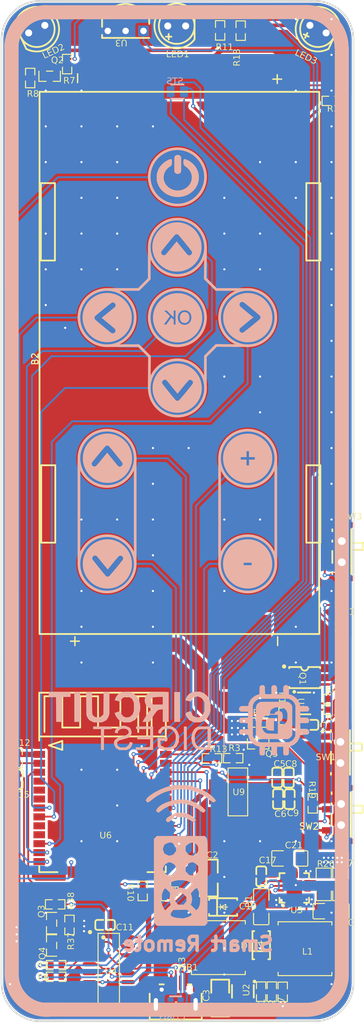
<source format=kicad_pcb>
(kicad_pcb (version 20240108) (generator "pcbnew") (generator_version "8.0")
  (layers (0 "F.Cu" signal "TopLayer") (31 "B.Cu" signal "BottomLayer") (34 "B.Paste" user "BottomPasteMaskLayer") (35 "F.Paste" user "TopPasteMaskLayer") (36 "B.SilkS" user "BottomSilkLayer") (37 "F.SilkS" user "TopSilkLayer") (38 "B.Mask" user "BottomSolderMaskLayer") (39 "F.Mask" user "TopSolderMaskLayer") (44 "Edge.Cuts" user "BoardOutLine"))
  (net 1 "")
  (net 2 "R14_1")
  (net 3 "LEARNSWITCH")
  (net 4 "SW3_2")
  (net 5 "+3.3V")
  (net 6 "MODESWITCH")
  (net 7 "R19_1")
  (net 8 "LED4_2")
  (net 9 "LED4_1")
  (net 10 "R1_2")
  (net 11 "R27_1")
  (net 12 "VBOOST")
  (net 13 "D+")
  (net 14 "D-")
  (net 15 "Q3_2")
  (net 16 "Q4_2")
  (net 17 "C17_2")
  (net 18 "Q3_1")
  (net 19 "Q4_1")
  (net 20 "R6_2")
  (net 21 "R5_2")
  (net 22 "EN")
  (net 23 "TOUCH1")
  (net 24 "RXD0")
  (net 25 "TXD0")
  (net 26 "U1_1")
  (net 27 "B-")
  (net 28 "R4_2")
  (net 29 "R14_2")
  (net 30 "U1_2")
  (net 31 "R15_2")
  (net 32 "SW1_3")
  (net 33 "VBATSW")
  (net 34 "VBAT")
  (net 35 "BATV_SENSE")
  (net 36 "TOUCH2")
  (net 37 "LED1_1")
  (net 38 "Q2_3")
  (net 39 "LED2_1")
  (net 40 "Q2_1")
  (net 41 "TOUCH8")
  (net 42 "TOUCH7")
  (net 43 "TOUCH0")
  (net 44 "TOUCH3")
  (net 45 "TOUCH4")
  (net 46 "TOUCH5")
  (net 47 "TOUCH6")
  (net 48 "TOUCH9")
  (net 49 "U6_31")
  (net 50 "U6_30")
  (net 51 "U6_29")
  (net 52 "IR_RX")
  (net 53 "IR_TX")
  (net 54 "GND")
  (net 55 "LED3_1")
  (net 56 "R16_2")
  (net 57 "Q1_1")
  (net 58 "L1_1")
  (net 59 "L1_2")
  (net 60 "L3_2")
  (net 61 "L3_1")
  (net 62 "J")
  (footprint "SmartRemote:SOT-23-3_L2.9-W1.3-P1.90-LS2.4-BR" (layer "F.Cu") (at 127.112 161.064)
    (property "Reference" "Q3")
    (property "Value" "S8050" (hide yes))
  )
  (footprint "SmartRemote:TOUCH_D1" (layer "F.Cu") (at 135 110.0001)
    (property "Reference" "T4" (hide yes))
    (property "Value" "Touchpad" (hide yes))
  )
  (footprint "SmartRemote:R0603" (layer "F.Cu") (at 129.3218 38.9662 -90)
    (property "Reference" "R7")
    (property "Value" "680" (hide yes))
  )
  (footprint "SmartRemote:WIFIM-SMD_ESP-32S" (layer "F.Cu") (at 134.351 144.808 -90)
    (property "Reference" "U6")
    (property "Value" "ESP32-WROOM-32" (hide yes))
  )
  (footprint "SmartRemote:R0603" (layer "F.Cu") (at 158.4306 170.803 90)
    (property "Reference" "R2")
    (property "Value" "22k" (hide yes))
  )
  (footprint "SmartRemote:R0603_NEW" (layer "F.Cu") (at 127.747 167.033)
    (property "Reference" "R5")
    (property "Value" "470" (hide yes))
  )
  (footprint "SmartRemote:R0603" (layer "F.Cu") (at 152.9301 137.6135)
    (property "Reference" "R3")
    (property "Value" "100k" (hide yes))
  )
  (footprint "SmartRemote:SW-SMD_K3-1296S-E2" (layer "F.Cu") (at 167.7139 136.8019)
    (property "Reference" "SW1")
    (property "Value" "K3-1296S-E2" (hide yes))
  )
  (footprint "SmartRemote:SMA(DO-214AC)" (layer "F.Cu") (at 151.5112 158.7704 180)
    (property "Reference" "D1")
    (property "Value" "SS34" (hide yes))
  )
  (footprint "SmartRemote:1206" (layer "F.Cu") (at 149.4716 154.6454 -90)
    (property "Reference" "C2")
    (property "Value" "22uF" (hide yes))
  )
  (footprint "SmartRemote:SOT-223_L6.5-W3.5-P2.30-LS7.0-BR" (layer "F.Cu") (at 153.6017 142.4128)
    (property "Reference" "U9")
    (property "Value" "AMS1117-3.3" (hide yes))
  )
  (footprint "SmartRemote:C0603" (layer "F.Cu") (at 163.6496 132.882)
    (property "Reference" "C4")
    (property "Value" "0.1u" (hide yes))
  )
  (footprint "SmartRemote:QFN-16_L4.0-W4.0-P0.65-BL-EP2.2" (layer "F.Cu") (at 161.623 156.0602)
    (property "Reference" "U5")
    (property "Value" "TP5100" (hide yes))
  )
  (footprint "SmartRemote:IND-SMD_L7.0-W6.8" (layer "F.Cu") (at 150.8305 164.5438 180)
    (property "Reference" "L3")
    (property "Value" "22uH" (hide yes))
  )
  (footprint "SmartRemote:R0603" (layer "F.Cu") (at 167.2056 129.199 180)
    (property "Reference" "R4")
    (property "Value" "330" (hide yes))
  )
  (footprint "SmartRemote:LI-ION 18650 DUAL SMD" (layer "F.Cu") (at 125.395 119.9693 90)
    (property "Reference" "B2")
    (property "Value" "Li-ion 18650 SMD 1s2p" (hide yes))
  )
  (footprint "SmartRemote:R1206" (layer "F.Cu") (at 168.1762 155.5522 -90)
    (property "Reference" "R17")
    (property "Value" "100R" (hide yes))
  )
  (footprint "SmartRemote:LED-TH_BD5.0-P2.54-L-RD_WHITE" (layer "F.Cu") (at 144.9047 33.5484 180)
    (property "Reference" "LED1")
    (property "Value" "MHL5013UBDWT" (hide yes))
  )
  (footprint "SmartRemote:TSSOP-8_L4.4-W3.0-P0.65-LS6.4-BL" (layer "F.Cu") (at 163.1038 126.1644 -90)
    (property "Reference" "Q1")
    (property "Value" "8205A" (hide yes))
  )
  (footprint "SmartRemote:SW-SMD_K3-1296S-E2" (layer "F.Cu") (at 167.813 145.6259)
    (property "Reference" "SW2")
    (property "Value" "K3-1296S-E2" (hide yes))
  )
  (footprint "SmartRemote:C0603" (layer "F.Cu") (at 159.3167 143.4288 -90)
    (property "Reference" "C6")
    (property "Value" "10u" (hide yes))
  )
  (footprint "SmartRemote:R0603" (layer "F.Cu") (at 160.0936 131.485 90)
    (property "Reference" "R15")
    (property "Value" "2k" (hide yes))
  )
  (footprint "SmartRemote:R0603_NEW" (layer "F.Cu") (at 168.2575 114.5922 -90)
    (property "Reference" "R21")
    (property "Value" "10k" (hide yes))
  )
  (footprint "SmartRemote:LED-TH_BD5.0-P2.54-L-RD_WHITE" (layer "F.Cu") (at 165 34 155)
    (property "Reference" "LED3")
    (property "Value" "MHL5013UBDWT" (hide yes))
  )
  (footprint "SmartRemote:OPTO-TH_VS1838B" (layer "F.Cu") (at 137.6403 34.2494 180)
    (property "Reference" "U3")
    (property "Value" "VS1838B" (hide yes))
  )
  (footprint "SmartRemote:C0603" (layer "F.Cu") (at 160.9677 143.4288 90)
    (property "Reference" "C9")
    (property "Value" "100nF" (hide yes))
  )
  (footprint "SmartRemote:R0603_NEW" (layer "F.Cu") (at 156.9066 170.803 90)
    (property "Reference" "R1")
    (property "Value" "1.2KΩ" (hide yes))
  )
  (footprint "SmartRemote:R0603" (layer "F.Cu") (at 149.9199 137.6392)
    (property "Reference" "R13")
    (property "Value" "47k" (hide yes))
  )
  (footprint "SmartRemote:R0603_NEW" (layer "F.Cu") (at 129.652 161.318 90)
    (property "Reference" "R37")
    (property "Value" "10K" (hide yes))
  )
  (footprint "SmartRemote:R0603" (layer "F.Cu") (at 167.2056 130.723 180)
    (property "Reference" "R14")
    (property "Value" "330" (hide yes))
  )
  (footprint "SmartRemote:R0603" (layer "F.Cu") (at 151.082 34.1783 90)
    (property "Reference" "R11")
    (property "Value" "1k" (hide yes))
  )
  (footprint "SmartRemote:SOT-23-6_L2.9-W1.6-P0.95-LS2.8-BR" (layer "F.Cu") (at 163.0146 129.834 180)
    (property "Reference" "U1")
    (property "Value" "HY2120CB" (hide yes))
  )
  (footprint "SmartRemote:R0603_NEW" (layer "F.Cu") (at 127.747 168.684)
    (property "Reference" "R6")
    (property "Value" "470" (hide yes))
  )
  (footprint "SmartRemote:R0603_NEW" (layer "F.Cu") (at 164.2468 144.0358 90)
    (property "Reference" "R19")
    (property "Value" "10k" (hide yes))
  )
  (footprint "SmartRemote:IND-SMD_L7.0-W6.8" (layer "F.Cu") (at 163.147 164.6962)
    (property "Reference" "L1")
    (property "Value" "22uH" (hide yes))
  )
  (footprint "SmartRemote:SOIC-16_L9.9-W3.9-P1.27-LS6.0-BL" (layer "F.Cu") (at 135.24 167.541 -90)
    (property "Reference" "U4")
    (property "Value" "CH340G" (hide yes))
  )
  (footprint "SmartRemote:SMA(DO-214AC)" (layer "F.Cu") (at 156.924 164.1882 -90)
    (property "Reference" "D3")
    (property "Value" "SS34" (hide yes))
  )
  (footprint "SmartRemote:LED-TH_BD5.0-P2.54-L-RD_WHITE" (layer "F.Cu") (at 125 34 25)
    (property "Reference" "LED2")
    (property "Value" "MHL5013UBDWT" (hide yes))
  )
  (footprint "SmartRemote:MICRO-USB-SMD_5P-P0.65-H-F_MICRO5.9MMUSB" (layer "F.Cu") (at 144.765 171.0894)
    (property "Reference" "USB1")
    (property "Value" "MICRO5.9MMUSB" (hide yes))
  )
  (footprint "SmartRemote:C0603" (layer "F.Cu") (at 168.3486 126.532 90)
    (property "Reference" "C1")
    (property "Value" "0.1u" (hide yes))
  )
  (footprint "SmartRemote:R0603_NEW" (layer "F.Cu") (at 122.286 137.569 90)
    (property "Reference" "R12")
    (property "Value" "10k" (hide yes))
  )
  (footprint "SmartRemote:R0603" (layer "F.Cu") (at 124.064 40.9474 90)
    (property "Reference" "R8")
    (property "Value" "1k" (hide yes))
  )
  (footprint "SmartRemote:C0603" (layer "F.Cu") (at 156.924 154.4092 -90)
    (property "Reference" "C17")
    (property "Value" "0.1u" (hide yes))
  )
  (footprint "SmartRemote:SW-SMD_K3-1296S-E2" (layer "F.Cu") (at 167.9069 108.265)
    (property "Reference" "SW3")
    (property "Value" "K3-1296S-E2" (hide yes))
  )
  (footprint "SmartRemote:C1206" (layer "F.Cu") (at 160.988 151.8692 180)
    (property "Reference" "C21")
    (property "Value" "10UF" (hide yes))
  )
  (footprint "SmartRemote:R0603_NEW" (layer "F.Cu") (at 127.62 158.397 180)
    (property "Reference" "R38")
    (property "Value" "10K" (hide yes))
  )
  (footprint "SmartRemote:C1206" (layer "F.Cu") (at 156.924 158.7272 -90)
    (property "Reference" "C19")
    (property "Value" "10UF" (hide yes))
  )
  (footprint "SmartRemote:C0603" (layer "F.Cu") (at 160.8407 140.3808 90)
    (property "Reference" "C8")
    (property "Value" "100nF" (hide yes))
  )
  (footprint "SmartRemote:R1206" (layer "F.Cu") (at 165.814 155.5522 -90)
    (property "Reference" "R26")
    (property "Value" "100R" (hide yes))
  )
  (footprint "SmartRemote:R0603_NEW" (layer "F.Cu") (at 159.98 170.8284 90)
    (property "Reference" "R27")
    (property "Value" "1k" (hide yes))
  )
  (footprint "SmartRemote:C0603" (layer "F.Cu") (at 159.1897 140.3808 -90)
    (property "Reference" "C5")
    (property "Value" "10u" (hide yes))
  )
  (footprint "SmartRemote:C0603" (layer "F.Cu") (at 134.732 161.318)
    (property "Reference" "C11")
    (property "Value" "100nF" (hide yes))
  )
  (footprint "SmartRemote:R0603" (layer "F.Cu") (at 154.003 34.2139 90)
    (property "Reference" "R18")
    (property "Value" "1k" (hide yes))
  )
  (footprint "SmartRemote:R0603" (layer "F.Cu") (at 166.957 44.1986 180)
    (property "Reference" "R16")
    (property "Value" "1k" (hide yes))
  )
  (footprint "SmartRemote:C1206" (layer "F.Cu") (at 166.8554 159.3622)
    (property "Reference" "C20")
    (property "Value" "10UF" (hide yes))
  )
  (footprint "SmartRemote:SOT-23-3_L2.9-W1.3-P1.90-LS2.4-BR" (layer "F.Cu") (at 127.112 164.239)
    (property "Reference" "Q4")
    (property "Value" "S8050" (hide yes))
  )
  (footprint "SmartRemote:SOT-23-3_L2.9-W1.3-P1.90-LS2.4-BR" (layer "F.Cu") (at 126.8326 40.6934 90)
    (property "Reference" "Q2")
    (property "Value" "S8050" (hide yes))
  )
  (footprint "SmartRemote:1206" (layer "F.Cu") (at 151.09 171.7174 90)
    (property "Reference" "C3")
    (property "Value" "22uF" (hide yes))
  )
  (footprint "SmartRemote:SOT-23-3_L2.9-W1.3-P1.90-LS2.4-BR" (layer "F.Cu") (at 156.4947 135.5853 90)
    (property "Reference" "Q5")
    (property "Value" "AO3401" (hide yes))
  )
  (footprint "SmartRemote:R0603_NEW" (layer "F.Cu") (at 143.368 156.492 -90)
    (property "Reference" "R9")
    (property "Value" "4.7K" (hide yes))
  )
  (footprint "SmartRemote:R0603_NEW" (layer "F.Cu") (at 156.4719 132.5627 180)
    (property "Reference" "R20")
    (property "Value" "10K" (hide yes))
  )
  (footprint "SmartRemote:R0603_NEW" (layer "F.Cu") (at 140.066 156.492 -90)
    (property "Reference" "R10")
    (property "Value" "4.7K" (hide yes))
  )
  (footprint "SmartRemote:SOT-23-6_L2.9-W1.6-P0.95-LS2.8-BR" (layer "F.Cu") (at 154.3158 170.7522 90)
    (property "Reference" "U2")
    (property "Value" "MT3608" (hide yes))
  )
  (footprint "SmartRemote:C0603" (layer "F.Cu") (at 122.286 140.617 90)
    (property "Reference" "C15")
    (property "Value" "1n" (hide yes))
  )
  (footprint "SmartRemote:TOUCH_D1" (layer "B.Cu") (at 155 110 180)
    (property "Reference" "T1" (hide yes))
    (property "Value" "Touchpad" (hide yes))
  )
  (footprint "SmartRemote:TOUCH_D1" (layer "B.Cu") (at 154.9999 95 180)
    (property "Reference" "T2" (hide yes))
    (property "Value" "Touchpad" (hide yes))
  )
  (footprint "SmartRemote:LED-ARRAY-SMD_4P-L1.6-W1.5-BL-FD" (layer "B.Cu") (at 145.0012 42.883 180)
    (property "Reference" "STS")
    (property "Value" "TJ-S1615CY6TGLCCSRGB-A5" (hide yes))
  )
  (footprint "SmartRemote:TOUCH_D1" (layer "B.Cu") (at 144.9999 64.9999 180)
    (property "Reference" "T10" (hide yes))
    (property "Value" "Touchpad" (hide yes))
  )
  (footprint "SmartRemote:TOUCH_D1" (layer "B.Cu") (at 144.9999 74.9999 180)
    (property "Reference" "T7" (hide yes))
    (property "Value" "Touchpad" (hide yes))
  )
  (footprint "SmartRemote:TOUCH_D1" (layer "B.Cu") (at 135 95.0001 180)
    (property "Reference" "T3" (hide yes))
    (property "Value" "Touchpad" (hide yes))
  )
  (footprint "SmartRemote:TOUCH_D1" (layer "B.Cu") (at 154.9999 74.9999 180)
    (property "Reference" "T8" (hide yes))
    (property "Value" "Touchpad" (hide yes))
  )
  (footprint "SmartRemote:TOUCH_D1" (layer "B.Cu") (at 135 74.9999 180)
    (property "Reference" "T6" (hide yes))
    (property "Value" "Touchpad" (hide yes))
  )
  (footprint "SmartRemote:TOUCH_D1" (layer "B.Cu") (at 144.9999 84.9999 180)
    (property "Reference" "T9" (hide yes))
    (property "Value" "Touchpad" (hide yes))
  )
  (footprint "SmartRemote:TOUCH_D1" (layer "B.Cu") (at 144.9999 54.9999 180)
    (property "Reference" "T5" (hide yes))
    (property "Value" "Touchpad" (hide yes))
  )
  (footprint "SmartRemote:LED-SMD_4P-L1.6-W1.5-BR_TZ-P4-1615" (layer "B.Cu") (at 144.7451 172.368 -90)
    (property "Reference" "CHRG")
    (property "Value" "TZ-P4-1615RGBTCA1-0.55T" (hide yes))
  )
  (gr_line (start 163.172 31.5724) (end 126.1394 31.6053) (stroke (width 2)) (layer "B.SilkS"))
  (gr_line (start 139.4894 70.9981) (end 134.9911 70.9981) (stroke (width 0.381)) (layer "B.SilkS"))
  (gr_arc (start 168.3843 168.2035) (mid 166.995848 171.842013) (end 163.4183 173.3808) (stroke (width 2)) (layer "B.SilkS"))
  (gr_poly (pts (xy 155.191544 91.499466) (xy 155.218072 91.499692) (xy 155.242424 91.50004) (xy 155.264379 91.50051) (xy 155.283715 91.501102) (xy 155.300212 91.501814) (xy 155.313647 91.502647) (xy 155.3238 91.5036) (xy 155.412513 91.515006) (xy 155.499687 91.527983) (xy 155.585414 91.542556) (xy 155.669782 91.558753) (xy 155.752884 91.576601) (xy 155.834808 91.596127) (xy 155.915646 91.617359) (xy 155.995487 91.640325) (xy 156.074423 91.66505) (xy 156.152543 91.691562) (xy 156.229938 91.71989) (xy 156.306698 91.750059) (xy 156.382914 91.782097) (xy 156.458676 91.816032) (xy 156.534074 91.85189) (xy 156.6092 91.8897) (xy 156.782565 91.985536) (xy 156.949008 92.090122) (xy 157.108319 92.203179) (xy 157.260289 92.324429) (xy 157.404707 92.453593) (xy 157.541366 92.590393) (xy 157.670054 92.734551) (xy 157.790562 92.885787) (xy 157.902681 93.043824) (xy 158.0062 93.208382) (xy 158.100911 93.379184) (xy 158.186604 93.555951) (xy 158.263069 93.738405) (xy 158.330096 93.926266) (xy 158.387476 94.119257) (xy 158.435 94.3171) (xy 158.447476 94.382684) (xy 158.458427 94.454164) (xy 158.467843 94.530718) (xy 158.475717 94.611525) (xy 158.482041 94.695763) (xy 158.486808 94.78261) (xy 158.490009 94.871247) (xy 158.491637 94.96085) (xy 158.491684 95.050598) (xy 158.490143 95.13967) (xy 158.487005 95.227244) (xy 158.482264 95.3125) (xy 158.47591 95.394614) (xy 158.467936 95.472767) (xy 158.458336 95.546136) (xy 158.4471 95.6139) (xy 158.375399 95.922046) (xy 158.278155 96.218367) (xy 158.156707 96.501744) (xy 158.012396 96.77106) (xy 157.846565 97.025198) (xy 157.660552 97.263039) (xy 157.4557 97.483466) (xy 157.23335 97.685362) (xy 156.994841 97.867609) (xy 156.741516 98.02909) (xy 156.474714 98.168687) (xy 156.195778 98.285282) (xy 155.906047 98.377759) (xy 155.606863 98.444999) (xy 155.299567 98.485885) (xy 154.9855 98.4993) (xy 154.629742 98.480388) (xy 154.283929 98.426391) (xy 153.949854 98.339109) (xy 153.629314 98.220342) (xy 153.324102 98.071891) (xy 153.036013 97.895556) (xy 152.766844 97.693138) (xy 152.518387 97.466437) (xy 152.292439 97.217254) (xy 152.090793 96.947388) (xy 151.915246 96.658642) (xy 151.767592 96.352814) (xy 151.649625 96.031705) (xy 151.563141 95.697116) (xy 151.509934 95.350847) (xy 151.501322 95.1817) (xy 154.015 95.1817) (xy 154.424 95.1817) (xy 154.833 95.1817) (xy 154.833 95.5906) (xy 154.833 95.9995) (xy 155.0083 95.9995) (xy 155.1836 95.9995) (xy 155.1836 95.5906) (xy 155.1836 95.1817) (xy 155.5926 95.1817) (xy 156.0016 95.1817) (xy 156.0016 95.0064) (xy 156.0016 94.8311) (xy 155.5926 94.8311) (xy 155.1836 94.8311) (xy 155.1836 94.4105) (xy 155.1836 93.9899) (xy 155.0083 93.9899) (xy 154.833 93.9899) (xy 154.833 94.4105) (xy 154.833 94.8311) (xy 154.424 94.8311) (xy 154.015 94.8311) (xy 154.015 95.0064) (xy 154.015 95.1817) (xy 151.501322 95.1817) (xy 151.4918 94.9947) (xy 151.500312 94.751408) (xy 151.525551 94.511251) (xy 151.567069 94.274962) (xy 151.624415 94.043278) (xy 151.697143 93.816934) (xy 151.784802 93.596666) (xy 151.886946 93.383209) (xy 152.003125 93.1773) (xy 152.13289 92.979673) (xy 152.275794 92.791065) (xy 152.431387 92.612211) (xy 152.599221 92.443846) (xy 152.778848 92.286707) (xy 152.969819 92.14153) (xy 153.171686 92.009048) (xy 153.384 91.89) (xy 153.478491 91.84259) (xy 153.57142 91.798669) (xy 153.663113 91.758151) (xy 153.753898 91.720954) (xy 153.844101 91.686993) (xy 153.934049 91.656184) (xy 154.024069 91.628443) (xy 154.114487 91.603687) (xy 154.205631 91.581831) (xy 154.297827 91.562791) (xy 154.391402 91.546484) (xy 154.486682 91.532826) (xy 154.583996 91.521732) (xy 154.683668 91.513119) (xy 154.786027 91.506903) (xy 154.8914 91.503) (xy 154.92755 91.502106) (xy 154.963517 91.50134) (xy 154.999078 91.500698) (xy 155.034014 91.500182) (xy 155.068101 91.499791) (xy 155.101119 91.499524) (xy 155.132846 91.499381) (xy 155.163062 91.499362)) (fill solid) (layer "B.SilkS"))
  (gr_poly (pts (xy 135.299974 91.494412) (xy 135.540119 91.519651) (xy 135.776399 91.561169) (xy 136.008078 91.618515) (xy 136.234418 91.691243) (xy 136.454684 91.778902) (xy 136.66814 91.881046) (xy 136.87405 91.997225) (xy 137.071676 92.12699) (xy 137.260283 92.269894) (xy 137.439136 92.425487) (xy 137.607496 92.593321) (xy 137.764629 92.772948) (xy 137.909798 92.963919) (xy 138.042267 93.165786) (xy 138.1613 93.3781) (xy 138.208709 93.472591) (xy 138.25263 93.56552) (xy 138.293148 93.657213) (xy 138.330346 93.747998) (xy 138.364309 93.838201) (xy 138.39512 93.928149) (xy 138.422864 94.018169) (xy 138.447625 94.108587) (xy 138.469486 94.199731) (xy 138.488532 94.291927) (xy 138.504847 94.385502) (xy 138.518515 94.480782) (xy 138.52962 94.578096) (xy 138.538247 94.677768) (xy 138.544478 94.780127) (xy 138.5484 94.8855) (xy 138.549276 94.921634) (xy 138.550031 94.957588) (xy 138.550664 94.993141) (xy 138.551175 95.028071) (xy 138.551564 95.062156) (xy 138.551831 95.095175) (xy 138.551976 95.126905) (xy 138.552 95.157125) (xy 138.551901 95.185612) (xy 138.551681 95.212146) (xy 138.551339 95.236504) (xy 138.550875 95.258465) (xy 138.550289 95.277807) (xy 138.549581 95.294308) (xy 138.548751 95.307746) (xy 138.5478 95.3179) (xy 138.536375 95.406613) (xy 138.523383 95.493787) (xy 138.508798 95.579514) (xy 138.49259 95.663882) (xy 138.474734 95.746984) (xy 138.455201 95.828908) (xy 138.433966 95.909746) (xy 138.411 95.989587) (xy 138.386275 96.068523) (xy 138.359766 96.146643) (xy 138.331445 96.224038) (xy 138.301284 96.300798) (xy 138.269256 96.377014) (xy 138.235334 96.452776) (xy 138.199491 96.528174) (xy 138.1617 96.6033) (xy 138.065863 96.776663) (xy 137.961277 96.943103) (xy 137.84822 97.102409) (xy 137.72697 97.254373) (xy 137.597806 97.398784) (xy 137.461006 97.535434) (xy 137.316848 97.664113) (xy 137.165612 97.784612) (xy 137.007575 97.896721) (xy 136.843017 98.000232) (xy 136.672215 98.094935) (xy 136.495448 98.18062) (xy 136.312994 98.257078) (xy 136.125133 98.3241) (xy 135.932142 98.381477) (xy 135.7343 98.429) (xy 135.668715 98.441494) (xy 135.597235 98.452459) (xy 135.520681 98.461888) (xy 135.439873 98.469773) (xy 135.355633 98.476105) (xy 135.268783 98.480878) (xy 135.180144 98.484083) (xy 135.090537 98.485712) (xy 135.000783 98.485758) (xy 134.911705 98.484213) (xy 134.824122 98.48107) (xy 134.738857 98.47632) (xy 134.656731 98.469956) (xy 134.578565 98.461969) (xy 134.505181 98.452353) (xy 134.4374 98.4411) (xy 134.129287 98.369417) (xy 133.832993 98.272188) (xy 133.549638 98.150753) (xy 133.280339 98.006454) (xy 133.026213 97.840632) (xy 132.78838 97.654628) (xy 132.567957 97.449782) (xy 132.366062 97.227437) (xy 132.183814 96.988933) (xy 132.02233 96.73561) (xy 131.882729 96.468811) (xy 131.766129 96.189876) (xy 131.673648 95.900146) (xy 131.643277 95.76502) (xy 132.818521 95.76502) (xy 132.818742 95.812587) (xy 132.824753 95.858921) (xy 132.836276 95.903575) (xy 132.853031 95.9461) (xy 132.874737 95.98605) (xy 132.901116 96.022976) (xy 132.931887 96.056431) (xy 132.966771 96.085967) (xy 133.005489 96.111137) (xy 133.04776 96.131493) (xy 133.093305 96.146587) (xy 133.141845 96.155972) (xy 133.1931 96.1592) (xy 133.205278 96.159012) (xy 133.217896 96.15846) (xy 133.230855 96.157563) (xy 133.244056 96.15634) (xy 133.2574 96.154809) (xy 133.270788 96.152987) (xy 133.284121 96.150895) (xy 133.2973 96.14855) (xy 133.310225 96.14597) (xy 133.322799 96.143174) (xy 133.334921 96.140181) (xy 133.346493 96.137009) (xy 133.357416 96.133676) (xy 133.367591 96.130201) (xy 133.376918 96.126603) (xy 133.3853 96.1229) (xy 133.397702 96.114894) (xy 133.41523 96.100161) (xy 133.437955 96.078619) (xy 133.465948 96.050189) (xy 133.499279 96.014788) (xy 133.53802 95.972338) (xy 133.582241 95.922756) (xy 133.632012 95.865962) (xy 133.687405 95.801876) (xy 133.74849 95.730416) (xy 133.815338 95.651503) (xy 133.88802 95.565054) (xy 133.966606 95.47099) (xy 134.051168 95.369231) (xy 134.141775 95.259694) (xy 134.2385 95.1423) (xy 135.015 94.1981) (xy 135.7707 95.1293) (xy 135.847996 95.224401) (xy 135.923755 95.317334) (xy 135.997558 95.407595) (xy 136.068987 95.494682) (xy 136.137622 95.578093) (xy 136.203044 95.657324) (xy 136.264835 95.731873) (xy 136.322575 95.801237) (xy 136.375845 95.864914) (xy 136.424227 95.922402) (xy 136.467301 95.973197) (xy 136.50465 96.016798) (xy 136.535852 96.052701) (xy 136.560491 96.080404) (xy 136.578146 96.099404) (xy 136.5884 96.1092) (xy 136.624319 96.133951) (xy 136.662098 96.153421) (xy 136.701337 96.167729) (xy 136.741637 96.176995) (xy 136.782598 96.181337) (xy 136.82382 96.180874) (xy 136.864904 96.175726) (xy 136.90545 96.166012) (xy 136.945058 96.15185) (xy 136.983329 96.133361) (xy 137.019864 96.110662) (xy 137.054262 96.083873) (xy 137.086124 96.053113) (xy 137.115051 96.018502) (xy 137.140643 95.980157) (xy 137.1625 95.9382) (xy 137.171176 95.91858) (xy 137.178803 95.900209) (xy 137.185394 95.882897) (xy 137.190964 95.866456) (xy 137.195526 95.850697) (xy 137.199095 95.835431) (xy 137.201686 95.82047) (xy 137.203312 95.805625) (xy 137.203988 95.790707) (xy 137.203727 95.775528) (xy 137.202544 95.759899) (xy 137.200454 95.743631) (xy 137.19747 95.726536) (xy 137.193607 95.708425) (xy 137.188879 95.689109) (xy 137.1833 95.6684) (xy 137.157922 95.625508) (xy 137.095735 95.538657) (xy 137.001847 95.414162) (xy 136.88137 95.25834) (xy 136.739412 95.077507) (xy 136.581085 94.877978) (xy 136.411498 94.66607) (xy 136.235762 94.4481) (xy 136.058986 94.230382) (xy 135.886281 94.019233) (xy 135.722757 93.82097) (xy 135.573523 93.641909) (xy 135.44369 93.488365) (xy 135.338369 93.366655) (xy 135.262669 93.283094) (xy 135.2217 93.244) (xy 135.200835 93.231325) (xy 135.178496 93.220337) (xy 135.154877 93.211038) (xy 135.130171 93.203426) (xy 135.104574 93.197503) (xy 135.07828 93.193267) (xy 135.051482 93.19072) (xy 135.024375 93.189862) (xy 134.997153 93.190692) (xy 134.97001 93.193211) (xy 134.943141 93.197419) (xy 134.91674 93.203317) (xy 134.891001 93.210903) (xy 134.866119 93.220179) (xy 134.842287 93.231144) (xy 134.8197 93.2438) (xy 134.780667 93.27981) (xy 134.707172 93.358993) (xy 134.604206 93.475309) (xy 134.476764 93.622721) (xy 134.329835 93.795192) (xy 134.168414 93.986683) (xy 133.997492 94.191156) (xy 133.822062 94.402575) (xy 133.647116 94.6149) (xy 133.477646 94.822094) (xy 133.318644 95.01812) (xy 133.175104 95.19694) (xy 133.052017 95.352516) (xy 132.954376 95.478809) (xy 132.887173 95.569783) (xy 132.8554 95.6194) (xy 132.83657 95.667979) (xy 132.82437 95.716668) (xy 132.818521 95.76502) (xy 131.643277 95.76502) (xy 131.606404 95.600963) (xy 131.565515 95.293667) (xy 131.5521 94.9796) (xy 131.571011 94.623842) (xy 131.625008 94.278029) (xy 131.71229 93.943954) (xy 131.831057 93.623414) (xy 131.979508 93.318202) (xy 132.155843 93.030113) (xy 132.358261 92.760944) (xy 132.584962 92.512487) (xy 132.834145 92.286539) (xy 133.104011 92.084893) (xy 133.392757 91.909346) (xy 133.698585 91.761692) (xy 134.019694 91.643725) (xy 134.354283 91.557241) (xy 134.700552 91.504034) (xy 135.0567 91.4859)) (fill solid) (layer "B.SilkS"))
  (gr_poly (pts (xy 149.0558 148.8364) (xy 149.103959 148.886754) (xy 149.146177 148.942815) (xy 149.182792 149.013394) (xy 149.214145 149.1073) (xy 149.240574 149.233343) (xy 149.262418 149.400334) (xy 149.280018 149.617083) (xy 149.293712 149.8924) (xy 149.30384 150.235094) (xy 149.310742 150.653978) (xy 149.314756 151.157859) (xy 149.316223 151.75555) (xy 149.315481 152.455858) (xy 149.31287 153.267596) (xy 149.30873 154.199573) (xy 149.3034 155.2606) (xy 149.2734 161.0718) (xy 149.086 161.2564) (xy 148.8985 161.4409) (xy 145.4804 161.4409) (xy 142.0622 161.4409) (xy 141.8615 161.1968) (xy 141.6607 160.9528) (xy 141.6607 159.797885) (xy 144.044451 159.797885) (xy 144.048718 159.868368) (xy 144.070963 159.934468) (xy 144.111087 159.996102) (xy 144.168987 160.053187) (xy 144.244563 160.10564) (xy 144.337712 160.153377) (xy 144.448335 160.196314) (xy 144.576329 160.23437) (xy 144.721594 160.267459) (xy 144.884028 160.2955) (xy 145.06353 160.318408) (xy 145.26 160.3361) (xy 145.8666 160.3807) (xy 146.3343 160.2518) (xy 146.382577 160.237908) (xy 146.430758 160.222916) (xy 146.478538 160.206964) (xy 146.525615 160.190193) (xy 146.571685 160.172745) (xy 146.616446 160.154761) (xy 146.659593 160.136382) (xy 146.700825 160.11775) (xy 146.739836 160.099004) (xy 146.776325 160.080288) (xy 146.809988 160.061741) (xy 146.840521 160.043506) (xy 146.867623 160.025723) (xy 146.890988 160.008533) (xy 146.910315 159.992078) (xy 146.9253 159.9765) (xy 147.0487 159.8301) (xy 146.7222 159.4984) (xy 146.3956 159.1666) (xy 145.4266 159.1781) (xy 144.4575 159.1896) (xy 144.2092 159.4738) (xy 144.140538 159.560978) (xy 144.09026 159.644107) (xy 144.058265 159.723104) (xy 144.044451 159.797885) (xy 141.6607 159.797885) (xy 141.6607 157.9481) (xy 142.6845 157.9481) (xy 142.8143 158.3506) (xy 142.828333 158.392871) (xy 142.84356 158.436441) (xy 142.859834 158.480976) (xy 142.877009 158.526146) (xy 142.894937 158.57162) (xy 142.913472 158.617066) (xy 142.932467 158.662153) (xy 142.951775 158.70655) (xy 142.971249 158.749924) (xy 142.990743 158.791945) (xy 143.01011 158.832282) (xy 143.029203 158.870603) (xy 143.047875 158.906576) (xy 143.06598 158.939871) (xy 143.08337 158.970156) (xy 143.0999 158.9971) (xy 143.2557 159.2411) (xy 143.6497 158.8624) (xy 144.0436 158.4836) (xy 144.03552 158.4538) (xy 146.9043 158.4538) (xy 147.2917 158.8352) (xy 147.6791 159.2165) (xy 147.8123 159.1077) (xy 147.892018 159.02987) (xy 147.963992 158.934054) (xy 148.028044 158.822011) (xy 148.083993 158.695501) (xy 148.131662 158.556284) (xy 148.170872 158.40612) (xy 148.201444 158.246767) (xy 148.2232 158.079987) (xy 148.23596 157.907538) (xy 148.239546 157.731181) (xy 148.233779 157.552675) (xy 148.218481 157.373779) (xy 148.193472 157.196254) (xy 148.158575 157.021859) (xy 148.113611 156.852355) (xy 148.0584 156.6895) (xy 147.8408 156.1171) (xy 147.7017 156.1171) (xy 147.685877 156.118953) (xy 147.667255 156.124393) (xy 147.646067 156.133234) (xy 147.622548 156.145295) (xy 147.596933 156.160391) (xy 147.569458 156.17834) (xy 147.540355 156.198958) (xy 147.509862 156.222062) (xy 147.478212 156.247469) (xy 147.44564 156.274995) (xy 147.412381 156.304457) (xy 147.37867 156.335673) (xy 147.344741 156.368458) (xy 147.31083 156.40263) (xy 147.277171 156.438005) (xy 147.244 156.4744) (xy 146.9253 156.8317) (xy 147.0328 157.215) (xy 147.050323 157.28246) (xy 147.06498 157.349684) (xy 147.076767 157.416723) (xy 147.085681 157.483623) (xy 147.091719 157.550433) (xy 147.094878 157.617203) (xy 147.095156 157.68398) (xy 147.09255 157.750812) (xy 147.087055 157.817749) (xy 147.078671 157.884838) (xy 147.067393 157.952129) (xy 147.053218 158.01967) (xy 147.036145 158.087509) (xy 147.016169 158.155694) (xy 146.993288 158.224275) (xy 146.9675 158.2933) (xy 146.9043 158.4538) (xy 144.03552 158.4538) (xy 143.933 158.0757) (xy 143.900254 157.9549) (xy 144.7058 157.9549) (xy 144.9023 158.1938) (xy 145.0988 158.4327) (xy 145.4933 158.4327) (xy 145.8879 158.4327) (xy 146.0844 158.1938) (xy 146.2809 157.9549) (xy 146.2809 157.6515) (xy 146.2809 157.3482) (xy 146.0231 157.0944) (xy 145.7654 156.8407) (xy 145.4933 156.8407) (xy 145.2213 156.8407) (xy 144.9635 157.0944) (xy 144.7058 157.3482) (xy 144.7058 157.6515) (xy 144.7058 157.9549) (xy 143.900254 157.9549) (xy 143.8224 157.6677) (xy 143.9317 157.2646) (xy 144.0409 156.8615) (xy 143.6842 156.4893) (xy 143.605896 156.408099) (xy 143.536395 156.337758) (xy 143.474795 156.278295) (xy 143.420195 156.229729) (xy 143.371691 156.192077) (xy 143.328381 156.165358) (xy 143.289364 156.149588) (xy 143.253737 156.144787) (xy 143.220598 156.150972) (xy 143.189044 156.168162) (xy 143.158174 156.196374) (xy 143.127085 156.235626) (xy 143.094876 156.285937) (xy 143.060643 156.347324) (xy 143.023485 156.419805) (xy 142.9825 156.5034) (xy 142.96317 156.545485) (xy 142.943816 156.59178) (xy 142.92456 156.641813) (xy 142.905529 156.695117) (xy 142.886847 156.75122) (xy 142.868637 156.809654) (xy 142.851026 156.86995) (xy 142.834137 156.931637) (xy 142.818095 156.994246) (xy 142.803026 157.057309) (xy 142.789053 157.120354) (xy 142.776301 157.182914) (xy 142.764895 157.244517) (xy 142.75496 157.304696) (xy 142.74662 157.36298) (xy 142.74 157.4189) (xy 142.6845 157.9481) (xy 141.6607 157.9481) (xy 141.6607 155.453737) (xy 143.989725 155.453737) (xy 143.997454 155.493662) (xy 144.014519 155.536767) (xy 144.040955 155.583516) (xy 144.0768 155.63437) (xy 144.122089 155.689793) (xy 144.176861 155.750247) (xy 144.241152 155.816195) (xy 144.315 155.8881) (xy 144.6591 156.2165) (xy 145.0484 156.1107) (xy 145.4376 156.0049) (xy 145.8726 156.1202) (xy 146.3076 156.2355) (xy 146.6617 155.8976) (xy 146.742573 155.818786) (xy 146.812232 155.746955) (xy 146.870604 155.681521) (xy 146.917618 155.621898) (xy 146.953202 155.567501) (xy 146.977283 155.517745) (xy 146.98979 155.472044) (xy 146.99065 155.429812) (xy 146.979791 155.390464) (xy 146.957141 155.353415) (xy 146.922628 155.318079) (xy 146.876181 155.28387) (xy 146.817726 155.250203) (xy 146.747192 155.216493) (xy 146.664508 155.182153) (xy 146.5696 155.1466) (xy 146.428061 155.099667) (xy 146.283368 155.059438) (xy 146.136114 155.0259) (xy 145.986895 154.99904) (xy 145.836305 154.978847) (xy 145.68494 154.965309) (xy 145.533394 154.958414) (xy 145.382262 154.95815) (xy 145.232139 154.964504) (xy 145.08362 154.977465) (xy 144.9373 154.99702) (xy 144.793773 155.023159) (xy 144.653635 155.055868) (xy 144.51748 155.095136) (xy 144.385903 155.14095) (xy 144.2595 155.1933) (xy 144.193882 155.224441) (xy 144.137303 155.25506) (xy 144.089801 155.285621) (xy 144.051412 155.316585) (xy 144.022173 155.348417) (xy 144.002121 155.381577) (xy 143.991292 155.41653) (xy 143.989725 155.453737) (xy 141.6607 155.453737) (xy 141.6607 155.0202) (xy 141.6607 153.3358) (xy 142.9221 153.3358) (xy 143.0701 153.6844) (xy 143.10259 153.75562) (xy 143.137564 153.821865) (xy 143.175099 153.883187) (xy 143.215275 153.93964) (xy 143.258169 153.991275) (xy 143.30386 154.038145) (xy 143.352428 154.080302) (xy 143.40395 154.1178) (xy 143.458504 154.150689) (xy 143.51617 154.179023) (xy 143.577025 154.202853) (xy 143.64115 154.222234) (xy 143.70862 154.237216) (xy 143.779517 154.247853) (xy 143.853917 154.254197) (xy 143.9319 154.2563) (xy 144.2218 154.2563) (xy 144.5163 153.9785) (xy 144.799771 153.7112) (xy 146.1759 153.7112) (xy 146.4527 153.9838) (xy 146.7295 154.2563) (xy 147.0875 154.2563) (xy 147.4455 154.2563) (xy 147.7032 154.0026) (xy 147.9609 153.7488) (xy 147.9609 153.3487) (xy 147.9609 152.9485) (xy 147.7247 152.7369) (xy 147.683084 152.700586) (xy 147.64155 152.666247) (xy 147.600135 152.633902) (xy 147.558876 152.60357) (xy 147.517809 152.57527) (xy 147.476973 152.549023) (xy 147.436403 152.524847) (xy 147.396137 152.502762) (xy 147.356212 152.482788) (xy 147.316665 152.464943) (xy 147.277534 152.449249) (xy 147.238854 152.435723) (xy 147.200664 152.424386) (xy 147.163 152.415256) (xy 147.1259 152.408354) (xy 147.0894 152.4037) (xy 147.079253 152.403676) (xy 147.066271 152.405244) (xy 147.050654 152.408326) (xy 147.032601 152.412846) (xy 147.012313 152.41873) (xy 146.98999 152.425901) (xy 146.965831 152.434282) (xy 146.940037 152.4438) (xy 146.912807 152.454376) (xy 146.884342 152.465936) (xy 146.854841 152.478403) (xy 146.824504 152.491703) (xy 146.793532 152.505758) (xy 146.762124 152.520493) (xy 146.730479 152.535832) (xy 146.6988 152.5517) (xy 146.632793 152.587412) (xy 146.571565 152.624953) (xy 146.515042 152.664441) (xy 146.463154 152.705992) (xy 146.415829 152.749724) (xy 146.372994 152.795756) (xy 146.334579 152.844204) (xy 146.300512 152.895187) (xy 146.270721 152.948822) (xy 146.245134 153.005226) (xy 146.223681 153.064517) (xy 146.206289 153.126814) (xy 146.192886 153.192232) (xy 146.183401 153.260891) (xy 146.177763 153.332908) (xy 146.1759 153.4084) (xy 146.1759 153.7112) (xy 144.799771 153.7112) (xy 144.8108 153.7008) (xy 144.8108 153.4032) (xy 144.80873 153.325572) (xy 144.802492 153.251492) (xy 144.792038 153.180889) (xy 144.777321 153.113692) (xy 144.758296 153.049829) (xy 144.734915 152.989229) (xy 144.707131 152.931822) (xy 144.6749 152.877537) (xy 144.638172 152.826302) (xy 144.596903 152.778046) (xy 144.551045 152.732699) (xy 144.500553 152.690189) (xy 144.445378 152.650445) (xy 144.385476 152.613396) (xy 144.320798 152.578971) (xy 144.2513 152.5471) (xy 143.9183 152.4054) (xy 143.7083 152.4644) (xy 143.685892 152.471293) (xy 143.662119 152.479708) (xy 143.63719 152.489529) (xy 143.611312 152.500639) (xy 143.584694 152.512921) (xy 143.557542 152.526259) (xy 143.530067 152.540536) (xy 143.502475 152.555637) (xy 143.474974 152.571444) (xy 143.447772 152.587842) (xy 143.421078 152.604713) (xy 143.3951 152.621942) (xy 143.370044 152.639411) (xy 143.346121 152.657005) (xy 143.323536 152.674606) (xy 143.3025 152.6921) (xy 143.282073 152.710503) (xy 143.261278 152.730812) (xy 143.240264 152.752817) (xy 143.219178 152.77631) (xy 143.198168 152.801083) (xy 143.177382 152.826925) (xy 143.156968 152.85363) (xy 143.137075 152.880987) (xy 143.117849 152.908788) (xy 143.099439 152.936825) (xy 143.081993 152.964888) (xy 143.065659 152.99277) (xy 143.050585 153.02026) (xy 143.036918 153.047151) (xy 143.024807 153.073234) (xy 143.0144 153.0983) (xy 142.9221 153.3358) (xy 141.6607 153.3358) (xy 141.6607 150.5348) (xy 142.9317 150.5348) (xy 143.0426 150.8481) (xy 143.1535 151.1614) (xy 143.4648 151.3198) (xy 143.7761 151.4783) (xy 144.0821 151.4121) (xy 144.3882 151.3459) (xy 144.5995 151.0815) (xy 144.8108 150.8171) (xy 146.1759 150.8171) (xy 146.3871 151.0815) (xy 146.5984 151.3459) (xy 146.906 151.4124) (xy 147.2136 151.479) (xy 147.456 151.3518) (xy 147.521132 151.315842) (xy 147.581133 151.278849) (xy 147.636137 151.2406) (xy 147.686278 151.200873) (xy 147.73169 151.159449) (xy 147.772508 151.116107) (xy 147.808866 151.070626) (xy 147.8409 151.022787) (xy 147.868742 150.972368) (xy 147.892529 150.91915) (xy 147.912394 150.862912) (xy 147.928471 150.803432) (xy 147.940896 150.740492) (xy 147.949803 150.67387) (xy 147.955326 150.603346) (xy 147.9576 150.5287) (xy 147.949487 150.380848) (xy 147.923365 150.244114) (xy 147.88072 150.119167) (xy 147.823039 150.006678) (xy 147.751806 149.907314) (xy 147.668508 149.821746) (xy 147.574631 149.750643) (xy 147.471662 149.694675) (xy 147.361086 149.65451) (xy 147.24439 149.630819) (xy 147.123059 149.62427) (xy 146.998579 149.635534) (xy 146.872438 149.665279) (xy 146.74612 149.714176) (xy 146.621112 149.782893) (xy 146.4989 149.8721) (xy 146.1759 150.1397) (xy 146.1759 150.4784) (xy 146.1759 150.8171) (xy 144.8108 150.8171) (xy 144.8108 150.5129) (xy 144.8108 150.2088) (xy 144.5039 149.9066) (xy 144.197 149.6045) (xy 143.9736 149.6045) (xy 143.949308 149.605287) (xy 143.92266 149.607598) (xy 143.893925 149.611354) (xy 143.863368 149.616478) (xy 143.831258 149.622892) (xy 143.79786 149.630519) (xy 143.763444 149.63928) (xy 143.728275 149.6491) (xy 143.69262 149.659898) (xy 143.656748 149.671599) (xy 143.620925 149.684124) (xy 143.585418 149.697396) (xy 143.550495 149.711338) (xy 143.516423 149.72587) (xy 143.483469 149.740917) (xy 143.4519 149.7564) (xy 143.1535 149.9083) (xy 143.0426 150.2216) (xy 142.9317 150.5348) (xy 141.6607 150.5348) (xy 141.6607 149.0876) (xy 141.8707 148.8808) (xy 142.0807 148.6741) (xy 145.4859 148.6741) (xy 148.8909 148.6741)) (fill solid) (layer "B.SilkS"))
  (gr_poly (pts (xy 135.189838 106.516786) (xy 135.277421 106.519929) (xy 135.362684 106.524679) (xy 135.444805 106.531043) (xy 135.522962 106.53903) (xy 135.596335 106.548646) (xy 135.6641 106.5599) (xy 135.972212 106.631582) (xy 136.268506 106.728811) (xy 136.551861 106.850246) (xy 136.82116 106.994545) (xy 137.075286 107.160367) (xy 137.313119 107.346371) (xy 137.533542 107.551217) (xy 137.735437 107.773562) (xy 137.917685 108.012066) (xy 138.079169 108.265389) (xy 138.21877 108.532188) (xy 138.33537 108.811123) (xy 138.427851 109.100853) (xy 138.495095 109.400036) (xy 138.535984 109.707332) (xy 138.5494 110.0214) (xy 138.530488 110.377157) (xy 138.476491 110.72297) (xy 138.389209 111.057045) (xy 138.270443 111.377585) (xy 138.121994 111.682797) (xy 137.945661 111.970886) (xy 137.743246 112.240055) (xy 137.51655 112.488512) (xy 137.267371 112.71446) (xy 136.997513 112.916106) (xy 136.708774 113.091653) (xy 136.402956 113.239307) (xy 136.081859 113.357274) (xy 135.747283 113.443758) (xy 135.40103 113.496965) (xy 135.0449 113.5151) (xy 134.801607 113.506587) (xy 134.561447 113.481348) (xy 134.325153 113.43983) (xy 134.093464 113.382484) (xy 133.867113 113.309756) (xy 133.646839 113.222097) (xy 133.433377 113.119953) (xy 133.227462 113.003775) (xy 133.029831 112.874009) (xy 132.841221 112.731105) (xy 132.662366 112.575512) (xy 132.494004 112.407678) (xy 132.33687 112.228051) (xy 132.191701 112.03708) (xy 132.059232 111.835213) (xy 131.9402 111.6229) (xy 131.89279 111.528408) (xy 131.848869 111.435479) (xy 131.808351 111.343786) (xy 131.771153 111.253001) (xy 131.73719 111.162798) (xy 131.706379 111.07285) (xy 131.678635 110.98283) (xy 131.653875 110.892412) (xy 131.632013 110.801268) (xy 131.612967 110.709072) (xy 131.596652 110.615497) (xy 131.582984 110.520217) (xy 131.571879 110.422903) (xy 131.563252 110.323231) (xy 131.557021 110.220872) (xy 131.5531 110.1155) (xy 131.552224 110.079349) (xy 131.551472 110.043382) (xy 131.550844 110.007821) (xy 131.550339 109.972885) (xy 131.549956 109.938798) (xy 131.549695 109.90578) (xy 131.549555 109.874053) (xy 131.549537 109.843837) (xy 131.549639 109.815355) (xy 131.549862 109.788827) (xy 131.550205 109.764475) (xy 131.550667 109.74252) (xy 131.551248 109.723184) (xy 131.551947 109.706687) (xy 131.552764 109.693252) (xy 131.5537 109.6831) (xy 131.565124 109.594386) (xy 131.578116 109.507212) (xy 131.592701 109.421485) (xy 131.608909 109.337117) (xy 131.626765 109.254015) (xy 131.637194 109.210274) (xy 132.897529 109.210274) (xy 132.897796 109.225447) (xy 132.898987 109.241068) (xy 132.901087 109.257326) (xy 132.904082 109.27441) (xy 132.907959 109.292508) (xy 132.912703 109.311808) (xy 132.9183 109.3325) (xy 132.943677 109.375392) (xy 133.005864 109.462246) (xy 133.099751 109.586746) (xy 133.220228 109.742575) (xy 133.362184 109.923416) (xy 133.520508 110.122953) (xy 133.690092 110.334869) (xy 133.865825 110.55285) (xy 134.042595 110.770576) (xy 134.215294 110.981734) (xy 134.37881 111.180005) (xy 134.528034 111.359075) (xy 134.657855 111.512625) (xy 134.763163 111.63434) (xy 134.838848 111.717904) (xy 134.8798 111.757) (xy 134.900665 111.769674) (xy 134.923007 111.780662) (xy 134.946632 111.789961) (xy 134.971343 111.797573) (xy 134.996948 111.803496) (xy 135.023251 111.807732) (xy 135.050058 111.810279) (xy 135.077175 111.811137) (xy 135.104406 111.810307) (xy 135.131557 111.807788) (xy 135.158435 111.80358) (xy 135.184843 111.797682) (xy 135.210589 111.790096) (xy 135.235476 111.78082) (xy 135.259311 111.769855) (xy 135.2819 111.7572) (xy 135.320931 111.721189) (xy 135.394423 111.642006) (xy 135.497383 111.52569) (xy 135.62482 111.378278) (xy 135.77174 111.205807) (xy 135.933153 111.014316) (xy 136.104066 110.809843) (xy 136.279487 110.598425) (xy 136.454424 110.386099) (xy 136.623885 110.178905) (xy 136.782878 109.982879) (xy 136.92641 109.804059) (xy 137.049491 109.648483) (xy 137.147127 109.52219) (xy 137.214328 109.431216) (xy 137.2461 109.3816) (xy 137.264945 109.33302) (xy 137.277157 109.284331) (xy 137.283015 109.235979) (xy 137.2828 109.188412) (xy 137.27679 109.142078) (xy 137.265267 109.097425) (xy 137.24851 109.054899) (xy 137.2268 109.01495) (xy 137.200416 108.978023) (xy 137.169639 108.944568) (xy 137.134748 108.915032) (xy 137.096025 108.889862) (xy 137.053748 108.869506) (xy 137.008198 108.854412) (xy 136.959655 108.845027) (xy 136.9084 108.8418) (xy 136.896223 108.841987) (xy 136.883608 108.842539) (xy 136.870653 108.843436) (xy 136.857457 108.844659) (xy 136.844119 108.84619) (xy 136.830738 108.848012) (xy 136.817411 108.850104) (xy 136.804237 108.85245) (xy 136.791315 108.855029) (xy 136.778744 108.857825) (xy 136.766622 108.860818) (xy 136.755048 108.86399) (xy 136.74412 108.867323) (xy 136.733937 108.870798) (xy 136.724597 108.874396) (xy 136.7162 108.8781) (xy 136.703814 108.886105) (xy 136.686298 108.900838) (xy 136.663582 108.922379) (xy 136.635595 108.950809) (xy 136.602267 108.986208) (xy 136.563528 109.028656) (xy 136.519308 109.078235) (xy 136.469537 109.135025) (xy 136.414144 109.199106) (xy 136.35306 109.270558) (xy 136.286214 109.349464) (xy 136.213535 109.435903) (xy 136.134955 109.529955) (xy 136.050402 109.631701) (xy 135.959807 109.741223) (xy 135.8631 109.8586) (xy 135.0866 110.8029) (xy 134.3309 109.8717) (xy 134.253586 109.776581) (xy 134.177811 109.683636) (xy 134.103995 109.593366) (xy 134.032556 109.506273) (xy 133.963913 109.422859) (xy 133.898485 109.343626) (xy 133.836691 109.269077) (xy 133.77895 109.199712) (xy 133.72568 109.136035) (xy 133.677302 109.078546) (xy 133.634233 109.027749) (xy 133.596893 108.984145) (xy 133.565701 108.948236) (xy 133.541075 108.920524) (xy 133.523435 108.901511) (xy 133.5132 108.8917) (xy 133.477264 108.866948) (xy 133.439472 108.847478) (xy 133.400224 108.83317) (xy 133.359918 108.823906) (xy 133.318954 108.819565) (xy 133.27773 108.82003) (xy 133.236645 108.825181) (xy 133.1961 108.8349) (xy 133.156491 108.849066) (xy 133.118219 108.867563) (xy 133.081683 108.89027) (xy 133.047281 108.917068) (xy 133.015412 108.947839) (xy 132.986477 108.982464) (xy 132.960873 109.020824) (xy 132.939 109.0628) (xy 132.930323 109.082419) (xy 132.922696 109.10079) (xy 132.916106 109.118101) (xy 132.910537 109.134542) (xy 132.905976 109.150299) (xy 132.902409 109.165563) (xy 132.899821 109.180521) (xy 132.8982 109.195362) (xy 132.897529 109.210274) (xy 131.637194 109.210274) (xy 131.646298 109.172091) (xy 131.667533 109.091253) (xy 131.6905 109.011412) (xy 131.715224 108.932476) (xy 131.741733 108.854356) (xy 131.770054 108.776961) (xy 131.800215 108.700201) (xy 131.832243 108.623985) (xy 131.866165 108.548223) (xy 131.902008 108.472825) (xy 131.9398 108.3977) (xy 132.035636 108.224336) (xy 132.140222 108.057896) (xy 132.253279 107.89859) (xy 132.374529 107.746626) (xy 132.503693 107.602215) (xy 132.640493 107.465565) (xy 132.784651 107.336886) (xy 132.935887 107.216387) (xy 133.093924 107.104278) (xy 133.258482 107.000767) (xy 133.429284 106.906064) (xy 133.606051 106.820379) (xy 133.788505 106.743921) (xy 133.976366 106.676899) (xy 134.169357 106.619522) (xy 134.3672 106.572) (xy 134.432785 106.559505) (xy 134.504268 106.54854) (xy 134.580827 106.539111) (xy 134.66164 106.531226) (xy 134.745886 106.524894) (xy 134.832742 106.520121) (xy 134.921387 106.516916) (xy 135.011 106.515287) (xy 135.100757 106.515241)) (fill solid) (layer "B.SilkS"))
  (gr_poly (pts (xy 160.7799 129.6482) (xy 160.9342 129.7023) (xy 161.0854 129.8497) (xy 161.101065 129.865342) (xy 161.11683 129.881802) (xy 161.13259 129.89894) (xy 161.14824 129.916618) (xy 161.163676 129.934697) (xy 161.178792 129.953038) (xy 161.193485 129.971502) (xy 161.20765 129.98995) (xy 161.221181 130.008243) (xy 161.233976 130.026242) (xy 161.245928 130.04381) (xy 161.256934 130.060806) (xy 161.266889 130.077092) (xy 161.275687 130.092528) (xy 161.283226 130.106977) (xy 161.2894 130.1203) (xy 161.3422 130.2437) (xy 161.3422 132.2737) (xy 161.3422 134.3038) (xy 161.2228 134.4959) (xy 161.1033 134.688) (xy 160.9012 134.7988) (xy 160.6991 134.9096) (xy 158.7514 134.9096) (xy 156.8036 134.9096) (xy 156.688 134.8479) (xy 156.675467 134.840854) (xy 156.661771 134.832503) (xy 156.647048 134.822954) (xy 156.631432 134.812312) (xy 156.615061 134.800686) (xy 156.598068 134.788183) (xy 156.58059 134.77491) (xy 156.562762 134.760975) (xy 156.54472 134.746483) (xy 156.526598 134.731544) (xy 156.508533 134.716264) (xy 156.49066 134.70075) (xy 156.473115 134.685109) (xy 156.456033 134.669449) (xy 156.439549 134.653877) (xy 156.4238 134.6385) (xy 156.2752 134.4907) (xy 156.2178 134.3266) (xy 156.1605 134.1625) (xy 156.1605 132.713219) (xy 156.981611 132.713219) (xy 156.983333 132.892524) (xy 157.001612 133.069787) (xy 157.036017 133.24215) (xy 157.086118 133.406756) (xy 157.151483 133.560749) (xy 157.231682 133.70127) (xy 157.326284 133.825463) (xy 157.434858 133.93047) (xy 157.556974 134.013435) (xy 157.6922 134.0715) (xy 157.8326 134.1157) (xy 158.5584 134.1303) (xy 159.2843 134.1448) (xy 159.2843 132.7988) (xy 159.2843 131.4528) (xy 158.5874 131.4528) (xy 157.8905 131.4528) (xy 157.6904 131.5258) (xy 157.4904 131.5988) (xy 157.3431 131.7545) (xy 157.236433 131.886058) (xy 157.148908 132.032718) (xy 157.080094 132.191621) (xy 157.02956 132.35991) (xy 156.996876 132.534729) (xy 156.981611 132.713219) (xy 156.1605 132.713219) (xy 156.1605 132.2538) (xy 156.1605 131.3096) (xy 158.1723 131.3096) (xy 158.5038 131.3096) (xy 158.8353 131.3096) (xy 158.8581 131.221) (xy 158.865285 131.197362) (xy 158.874452 131.174572) (xy 158.885581 131.152645) (xy 158.898654 131.131596) (xy 158.913651 131.111442) (xy 158.930551 131.092198) (xy 158.949337 131.073878) (xy 158.969987 131.0565) (xy 158.992483 131.040077) (xy 159.016806 131.024626) (xy 159.042935 131.010163) (xy 159.070851 130.996703) (xy 159.100535 130.98426) (xy 159.131968 130.972852) (xy 159.165129 130.962493) (xy 159.2 130.9532) (xy 159.3668 130.9122) (xy 159.5594 130.9513) (xy 159.7521 130.9902) (xy 159.8255 131.0693) (xy 159.845835 131.092734) (xy 159.864601 131.117525) (xy 159.881833 131.143807) (xy 159.897564 131.171715) (xy 159.911828 131.201382) (xy 159.924659 131.232941) (xy 159.936093 131.266528) (xy 159.946162 131.302275) (xy 159.954901 131.340316) (xy 159.962344 131.380786) (xy 159.968526 131.423818) (xy 159.973479 131.469546) (xy 159.977239 131.518105) (xy 159.97984 131.569627) (xy 159.981315 131.624247) (xy 159.9817 131.6821) (xy 159.9809 131.9722) (xy 159.9101 132.1241) (xy 159.8394 132.2761) (xy 159.7088 132.3368) (xy 159.5782 132.3974) (xy 159.5782 132.6802) (xy 159.5782 132.963) (xy 159.6977 132.9397) (xy 159.744914 132.930017) (xy 159.790872 132.919616) (xy 159.835543 132.908509) (xy 159.878895 132.896709) (xy 159.920894 132.884228) (xy 159.96151 132.871078) (xy 160.00071 132.857273) (xy 160.038462 132.842825) (xy 160.074734 132.827746) (xy 160.109493 132.812049) (xy 160.142709 132.795747) (xy 160.174348 132.778853) (xy 160.204379 132.761378) (xy 160.232769 132.743336) (xy 160.259486 132.724739) (xy 160.2845 132.7056) (xy 160.4188 132.5976) (xy 160.5222 132.3924) (xy 160.6256 132.1872) (xy 160.6387 131.7452) (xy 160.6517 131.3032) (xy 160.6046 131.1362) (xy 160.57323 131.038521) (xy 160.536169 130.948207) (xy 160.493208 130.865137) (xy 160.444137 130.789192) (xy 160.388747 130.720251) (xy 160.32683 130.658196) (xy 160.258175 130.602906) (xy 160.182575 130.554262) (xy 160.099818 130.512144) (xy 160.009697 130.476433) (xy 159.912002 130.447008) (xy 159.806525 130.423751) (xy 159.693054 130.406541) (xy 159.571383 130.395259) (xy 159.441301 130.389785) (xy 159.3026 130.39) (xy 158.9351 130.3977) (xy 158.6834 130.5223) (xy 158.4316 130.6468) (xy 158.3266 130.7901) (xy 158.2215 130.9334) (xy 158.1969 131.1215) (xy 158.1723 131.3096) (xy 156.1605 131.3096) (xy 156.1605 130.3451) (xy 156.2339 130.1538) (xy 156.3073 129.9625) (xy 156.4268 129.852) (xy 156.439654 129.840392) (xy 156.453456 129.82843) (xy 156.46808 129.816205) (xy 156.483398 129.803807) (xy 156.499282 129.791328) (xy 156.515606 129.778859) (xy 156.532242 129.76649) (xy 156.549062 129.754312) (xy 156.56594 129.742417) (xy 156.582748 129.730895) (xy 156.599359 129.719838) (xy 156.615645 129.709335) (xy 156.631479 129.69948) (xy 156.646735 129.690361) (xy 156.661284 129.682071) (xy 156.675 129.6747) (xy 156.8036 129.608) (xy 158.7146 129.6011) (xy 160.6256 129.5942)) (fill solid) (layer "B.SilkS"))
  (gr_line (start 139.4843 78.9839) (end 141.0337 80.5333) (stroke (width 0.381)) (layer "B.SilkS"))
  (gr_poly (pts (xy 131.183 130.3383) (xy 131.183 132.4636) (xy 130.762 132.4636) (xy 130.3409 132.4636) (xy 130.3409 130.3383) (xy 130.3409 128.2129) (xy 130.762 128.2129) (xy 131.183 128.2129)) (fill solid) (layer "B.SilkS"))
  (gr_poly (pts (xy 151.7094 132.4636) (xy 151.7094 137.4676) (xy 151.6304 137.4676) (xy 151.5514 137.4676) (xy 151.5514 132.4636) (xy 151.5514 127.4596) (xy 151.6304 127.4596) (xy 151.7094 127.4596)) (fill solid) (layer "B.SilkS"))
  (gr_circle (center 154.9999 74.9999) (end 158.9999 74.9999) (stroke (width 0.381)) (fill none) (layer "B.SilkS"))
  (gr_line (start 168.3843 168.2035) (end 168.3845 36.7005) (stroke (width 2)) (layer "B.SilkS"))
  (gr_line (start 154.9758 71.0032) (end 150.5181 71.0032) (stroke (width 0.381)) (layer "B.SilkS"))
  (gr_poly (pts (xy 145.183074 61.464012) (xy 145.423219 61.489251) (xy 145.659499 61.530768) (xy 145.891178 61.588114) (xy 146.117518 61.660839) (xy 146.337784 61.748497) (xy 146.55124 61.850637) (xy 146.75715 61.966812) (xy 146.954776 62.096572) (xy 147.143383 62.239469) (xy 147.322236 62.395054) (xy 147.490596 62.562879) (xy 147.647729 62.742495) (xy 147.792898 62.933452) (xy 147.925367 63.135304) (xy 148.0444 63.3476) (xy 148.091826 63.442108) (xy 148.135763 63.535053) (xy 148.176294 63.626759) (xy 148.213503 63.717556) (xy 148.247473 63.807768) (xy 148.278291 63.897725) (xy 148.306038 63.987751) (xy 148.3308 64.078175) (xy 148.35266 64.169322) (xy 148.371702 64.261521) (xy 148.388011 64.355099) (xy 148.401671 64.450381) (xy 148.412766 64.547695) (xy 148.42138 64.647368) (xy 148.427596 64.749727) (xy 148.4315 64.8551) (xy 148.432376 64.891234) (xy 148.433131 64.927188) (xy 148.433764 64.962741) (xy 148.434275 64.997671) (xy 148.434664 65.031756) (xy 148.434931 65.064775) (xy 148.435076 65.096505) (xy 148.4351 65.126725) (xy 148.435001 65.155212) (xy 148.434781 65.181746) (xy 148.434439 65.206104) (xy 148.433975 65.228065) (xy 148.433389 65.247407) (xy 148.432681 65.263908) (xy 148.431851 65.277346) (xy 148.4309 65.2875) (xy 148.419493 65.376212) (xy 148.406516 65.463383) (xy 148.391943 65.549105) (xy 148.375746 65.633468) (xy 148.357898 65.716563) (xy 148.338372 65.798482) (xy 148.31714 65.879313) (xy 148.294175 65.95915) (xy 148.269449 66.038081) (xy 148.242937 66.116199) (xy 148.214609 66.193593) (xy 148.18444 66.270356) (xy 148.152402 66.346577) (xy 148.118467 66.422347) (xy 148.082609 66.497758) (xy 148.0448 66.5729) (xy 147.948963 66.746247) (xy 147.844377 66.912675) (xy 147.73132 67.071972) (xy 147.61007 67.223931) (xy 147.480906 67.36834) (xy 147.344106 67.50499) (xy 147.199948 67.633672) (xy 147.048712 67.754175) (xy 146.890675 67.866289) (xy 146.726117 67.969806) (xy 146.555315 68.064515) (xy 146.378548 68.150206) (xy 146.196094 68.22667) (xy 146.008233 68.293696) (xy 145.815242 68.351076) (xy 145.6174 68.3986) (xy 145.551814 68.411076) (xy 145.480331 68.422027) (xy 145.403772 68.431443) (xy 145.322959 68.439317) (xy 145.238713 68.445641) (xy 145.151857 68.450408) (xy 145.063212 68.453609) (xy 144.9736 68.455237) (xy 144.883842 68.455284) (xy 144.794761 68.453743) (xy 144.707178 68.450605) (xy 144.621915 68.445864) (xy 144.539794 68.43951) (xy 144.461637 68.431536) (xy 144.388264 68.421936) (xy 144.3205 68.4107) (xy 144.01237 68.338999) (xy 143.716065 68.241755) (xy 143.4327 68.120307) (xy 143.163395 67.975998) (xy 142.909266 67.810168) (xy 142.671431 67.624158) (xy 142.451007 67.419309) (xy 142.249112 67.196962) (xy 142.066864 66.958459) (xy 141.905379 66.70514) (xy 141.765777 66.438347) (xy 141.649173 66.15942) (xy 141.556686 65.869701) (xy 141.526308 65.734567) (xy 142.701583 65.734567) (xy 142.701798 65.782145) (xy 142.707806 65.828488) (xy 142.719327 65.87315) (xy 142.736081 65.915682) (xy 142.757787 65.955637) (xy 142.784165 65.992567) (xy 142.814936 66.026025) (xy 142.849818 66.055564) (xy 142.888532 66.080735) (xy 142.930798 66.101092) (xy 142.976334 66.116187) (xy 143.024861 66.125572) (xy 143.0761 66.1288) (xy 143.088294 66.12861) (xy 143.100925 66.128056) (xy 143.113892 66.127155) (xy 143.1271 66.125926) (xy 143.140447 66.124388) (xy 143.153837 66.122561) (xy 143.167171 66.120463) (xy 143.18035 66.118112) (xy 143.193275 66.115528) (xy 143.20585 66.11273) (xy 143.217974 66.109737) (xy 143.22955 66.106567) (xy 143.240478 66.103239) (xy 143.250662 66.099773) (xy 143.260002 66.096187) (xy 143.2684 66.0925) (xy 143.280785 66.084477) (xy 143.298301 66.069732) (xy 143.321017 66.048182) (xy 143.349004 66.019746) (xy 143.382332 65.984344) (xy 143.421071 65.941894) (xy 143.465291 65.892314) (xy 143.515062 65.835525) (xy 143.570455 65.771443) (xy 143.631539 65.69999) (xy 143.698385 65.621082) (xy 143.771064 65.53464) (xy 143.849644 65.440582) (xy 143.934197 65.338826) (xy 144.024792 65.229293) (xy 144.1215 65.1119) (xy 144.898 64.1677) (xy 145.6537 65.0989) (xy 145.731014 65.194001) (xy 145.806792 65.286934) (xy 145.880613 65.377195) (xy 145.952057 65.464282) (xy 146.020706 65.547693) (xy 146.086141 65.626924) (xy 146.147941 65.701473) (xy 146.205687 65.770837) (xy 146.25896 65.834514) (xy 146.307341 65.892002) (xy 146.35041 65.942797) (xy 146.387748 65.986398) (xy 146.418935 66.022301) (xy 146.443552 66.050004) (xy 146.46118 66.069004) (xy 146.4714 66.0788) (xy 146.507336 66.103551) (xy 146.545131 66.123021) (xy 146.584384 66.137329) (xy 146.624695 66.146595) (xy 146.665665 66.150937) (xy 146.706895 66.150474) (xy 146.747986 66.145326) (xy 146.788537 66.135612) (xy 146.82815 66.12145) (xy 146.866424 66.102961) (xy 146.902961 66.080262) (xy 146.93736 66.053473) (xy 146.969224 66.022713) (xy 146.998151 65.988102) (xy 147.023743 65.949757) (xy 147.0456 65.9078) (xy 147.054293 65.888179) (xy 147.061932 65.869805) (xy 147.068531 65.852488) (xy 147.074106 65.836042) (xy 147.07867 65.820276) (xy 147.082239 65.805004) (xy 147.084828 65.790037) (xy 147.08645 65.775187) (xy 147.08712 65.760265) (xy 147.086853 65.745084) (xy 147.085665 65.729454) (xy 147.083568 65.713189) (xy 147.080579 65.696098) (xy 147.076711 65.677996) (xy 147.07198 65.658692) (xy 147.0664 65.638) (xy 147.041022 65.595108) (xy 146.978835 65.508257) (xy 146.884947 65.383762) (xy 146.76447 65.22794) (xy 146.622512 65.047107) (xy 146.464185 64.847578) (xy 146.294598 64.63567) (xy 146.118862 64.4177) (xy 145.942086 64.199982) (xy 145.769381 63.988833) (xy 145.605857 63.79057) (xy 145.456623 63.611509) (xy 145.32679 63.457965) (xy 145.221469 63.336255) (xy 145.145769 63.252694) (xy 145.1048 63.2136) (xy 145.083935 63.200925) (xy 145.061596 63.189937) (xy 145.037976 63.180638) (xy 145.01327 63.173026) (xy 144.987671 63.167103) (xy 144.961374 63.162867) (xy 144.934573 63.16032) (xy 144.907462 63.159462) (xy 144.880235 63.160292) (xy 144.853086 63.162811) (xy 144.826209 63.167019) (xy 144.799798 63.172917) (xy 144.774048 63.180503) (xy 144.749152 63.189779) (xy 144.725304 63.200744) (xy 144.7027 63.2134) (xy 144.663684 63.249409) (xy 144.590205 63.328589) (xy 144.487253 63.4449) (xy 144.359821 63.592306) (xy 144.212903 63.764769) (xy 144.05149 63.956251) (xy 143.880574 64.160716) (xy 143.70515 64.372125) (xy 143.530207 64.584441) (xy 143.360741 64.791626) (xy 143.201741 64.987644) (xy 143.058203 65.166456) (xy 142.935117 65.322025) (xy 142.837476 65.448314) (xy 142.770272 65.539284) (xy 142.7385 65.5889) (xy 142.719654 65.637496) (xy 142.707441 65.686201) (xy 142.701583 65.734567) (xy 141.526308 65.734567) (xy 141.489433 65.57053) (xy 141.448532 65.263249) (xy 141.4351 64.9492) (xy 141.454029 64.593442) (xy 141.508041 64.247629) (xy 141.595337 63.913554) (xy 141.714115 63.593014) (xy 141.862576 63.287802) (xy 142.038919 62.999713) (xy 142.241343 62.730544) (xy 142.46805 62.482087) (xy 142.717237 62.256139) (xy 142.987105 62.054493) (xy 143.275854 61.878946) (xy 143.581684 61.731292) (xy 143.902793 61.613325) (xy 144.237383 61.526841) (xy 144.583652 61.473634) (xy 144.9398 61.4555)) (fill solid) (layer "B.SilkS"))
  (gr_line (start 150.5181 71.0032) (end 148.9687 69.4538) (stroke (width 0.381)) (layer "B.SilkS"))
  (gr_line (start 130.9982 95.0189) (end 130.9982 110.0405) (stroke (width 0.381)) (layer "B.SilkS"))
  (gr_poly (pts (xy 146.1604 143.5083) (xy 146.35193 143.539668) (xy 146.542285 143.578667) (xy 146.730939 143.625042) (xy 146.917368 143.678539) (xy 147.101048 143.738903) (xy 147.281455 143.805881) (xy 147.458063 143.879219) (xy 147.63035 143.958662) (xy 147.797789 144.043956) (xy 147.959857 144.134847) (xy 148.116029 144.231081) (xy 148.265781 144.332404) (xy 148.408588 144.438562) (xy 148.543927 144.549299) (xy 148.671272 144.664363) (xy 148.7901 144.7835) (xy 149.0418 145.0499) (xy 148.9085 145.208) (xy 148.873454 145.24765) (xy 148.839767 145.281167) (xy 148.806726 145.308368) (xy 148.773617 145.329071) (xy 148.739726 145.343093) (xy 148.704342 145.350252) (xy 148.66675 145.350365) (xy 148.626237 145.34325) (xy 148.58209 145.328723) (xy 148.533596 145.306603) (xy 148.480042 145.276707) (xy 148.420714 145.238853) (xy 148.354898 145.192857) (xy 148.281883 145.138538) (xy 148.200955 145.075713) (xy 148.1114 145.0042) (xy 148.005071 144.921472) (xy 147.895722 144.842396) (xy 147.783426 144.767005) (xy 147.668256 144.695329) (xy 147.550285 144.627401) (xy 147.429586 144.56325) (xy 147.306233 144.50291) (xy 147.1803 144.446412) (xy 147.051858 144.393787) (xy 146.920982 144.345066) (xy 146.787744 144.300281) (xy 146.652218 144.259464) (xy 146.514478 144.222645) (xy 146.374596 144.189858) (xy 146.232645 144.161132) (xy 146.0887 144.1365) (xy 145.4933 144.0437) (xy 144.8633 144.1418) (xy 144.723255 144.166076) (xy 144.582808 144.19534) (xy 144.44232 144.229436) (xy 144.302146 144.268209) (xy 144.162647 144.311504) (xy 144.02418 144.359167) (xy 143.887103 144.411042) (xy 143.751775 144.466975) (xy 143.618553 144.526809) (xy 143.487798 144.590391) (xy 143.359865 144.657566) (xy 143.235115 144.728178) (xy 143.113905 144.802072) (xy 142.996594 144.879094) (xy 142.883539 144.959088) (xy 142.7751 145.0419) (xy 142.692854 145.10681) (xy 142.619482 145.1636) (xy 142.554203 145.212468) (xy 142.496235 145.253615) (xy 142.444797 145.28724) (xy 142.399105 145.313541) (xy 142.358379 145.33272) (xy 142.321837 145.344975) (xy 142.288697 145.350505) (xy 142.258177 145.349511) (xy 142.229495 145.342191) (xy 142.20187 145.328746) (xy 142.174519 145.309375) (xy 142.146662 145.284277) (xy 142.117516 145.253652) (xy 142.0863 145.2177) (xy 141.9611 145.0692) (xy 142.0719 144.8654) (xy 142.177388 144.708883) (xy 142.319535 144.556399) (xy 142.494773 144.409132) (xy 142.699534 144.268265) (xy 142.930248 144.134984) (xy 143.183347 144.010473) (xy 143.455262 143.895917) (xy 143.742425 143.7925) (xy 144.041266 143.701406) (xy 144.348218 143.623819) (xy 144.659711 143.560926) (xy 144.972178 143.513909) (xy 145.282048 143.483953) (xy 145.585755 143.472244) (xy 145.879728 143.479964)) (fill solid) (layer "B.SilkS"))
  (gr_line (start 151.0032 95.0138) (end 151.0032 110.0354) (stroke (width 0.381)) (layer "B.SilkS"))
  (gr_poly (pts (xy 155.377757 71.519329) (xy 155.72357 71.573341) (xy 156.057645 71.660636) (xy 156.378185 71.779414) (xy 156.683397 71.927873) (xy 156.971486 72.104213) (xy 157.240655 72.306635) (xy 157.489112 72.533337) (xy 157.71506 72.782519) (xy 157.916706 73.052381) (xy 158.092253 73.341122) (xy 158.239907 73.646942) (xy 158.357874 73.96804) (xy 158.444358 74.302616) (xy 158.497565 74.648869) (xy 158.5157 75.005) (xy 158.507187 75.248292) (xy 158.481948 75.488453) (xy 158.44043 75.724746) (xy 158.383084 75.956437) (xy 158.310356 76.182789) (xy 158.222697 76.403065) (xy 158.120553 76.616531) (xy 158.004375 76.82245) (xy 157.874609 77.020085) (xy 157.731705 77.208703) (xy 157.576112 77.387565) (xy 157.408278 77.555937) (xy 157.228651 77.713082) (xy 157.03768 77.858265) (xy 156.835813 77.99075) (xy 156.6235 78.1098) (xy 156.529008 78.157191) (xy 156.436079 78.201097) (xy 156.344386 78.241602) (xy 156.253601 78.278789) (xy 156.163398 78.312742) (xy 156.07345 78.343545) (xy 155.98343 78.371282) (xy 155.893012 78.396037) (xy 155.801868 78.417894) (xy 155.709672 78.436937) (xy 155.616097 78.45325) (xy 155.520817 78.466917) (xy 155.423503 78.478021) (xy 155.323831 78.486647) (xy 155.221472 78.492878) (xy 155.1161 78.4968) (xy 155.079949 78.497676) (xy 155.043982 78.498431) (xy 155.008421 78.499064) (xy 154.973485 78.499575) (xy 154.939398 78.499964) (xy 154.90638 78.500231) (xy 154.874653 78.500376) (xy 154.844437 78.5004) (xy 154.815955 78.500301) (xy 154.789427 78.500081) (xy 154.765075 78.499739) (xy 154.74312 78.499275) (xy 154.723784 78.498689) (xy 154.707287 78.497981) (xy 154.693852 78.497151) (xy 154.6837 78.4962) (xy 154.594986 78.484792) (xy 154.507812 78.471812) (xy 154.422085 78.457235) (xy 154.337717 78.441032) (xy 154.254615 78.423178) (xy 154.172691 78.403645) (xy 154.091853 78.382407) (xy 154.012012 78.359437) (xy 153.933076 78.334708) (xy 153.854956 78.308193) (xy 153.777561 78.279865) (xy 153.700801 78.249698) (xy 153.624585 78.217665) (xy 153.548823 78.183738) (xy 153.473425 78.147892) (xy 153.3983 78.1101) (xy 153.224936 78.014263) (xy 153.058496 77.909677) (xy 152.89919 77.79662) (xy 152.747226 77.67537) (xy 152.602815 77.546206) (xy 152.466165 77.409406) (xy 152.337486 77.265248) (xy 152.216987 77.114012) (xy 152.104878 76.955975) (xy 152.001367 76.791417) (xy 151.967867 76.730998) (xy 153.820165 76.730998) (xy 153.82063 76.77222) (xy 153.825781 76.813304) (xy 153.8355 76.85385) (xy 153.849666 76.893458) (xy 153.868163 76.931729) (xy 153.89087 76.968264) (xy 153.917668 77.002662) (xy 153.948439 77.034524) (xy 153.983064 77.063451) (xy 154.021424 77.089043) (xy 154.0634 77.1109) (xy 154.083019 77.119593) (xy 154.10139 77.127232) (xy 154.118701 77.133831) (xy 154.135142 77.139406) (xy 154.150899 77.14397) (xy 154.166163 77.147539) (xy 154.181121 77.150128) (xy 154.195962 77.15175) (xy 154.210874 77.15242) (xy 154.226047 77.152153) (xy 154.241668 77.150965) (xy 154.257926 77.148868) (xy 154.27501 77.145879) (xy 154.293108 77.142011) (xy 154.312408 77.13728) (xy 154.3331 77.1317) (xy 154.375992 77.106322) (xy 154.462846 77.044135) (xy 154.587346 76.950247) (xy 154.743175 76.82977) (xy 154.924016 76.687812) (xy 155.123553 76.529485) (xy 155.335469 76.359898) (xy 155.55345 76.184162) (xy 155.771176 76.007386) (xy 155.982334 75.834681) (xy 156.180605 75.671157) (xy 156.359675 75.521923) (xy 156.513225 75.39209) (xy 156.63494 75.286769) (xy 156.718504 75.211069) (xy 156.7576 75.1701) (xy 156.770274 75.149234) (xy 156.781262 75.126892) (xy 156.790561 75.103267) (xy 156.798173 75.078556) (xy 156.804096 75.052951) (xy 156.808332 75.026648) (xy 156.810879 74.999841) (xy 156.811737 74.972725) (xy 156.810907 74.945493) (xy 156.808388 74.918342) (xy 156.80418 74.891464) (xy 156.798282 74.865056) (xy 156.790696 74.83931) (xy 156.78142 74.814423) (xy 156.770455 74.790588) (xy 156.7578 74.768) (xy 156.721789 74.728968) (xy 156.642606 74.655476) (xy 156.52629 74.552516) (xy 156.378878 74.425079) (xy 156.206407 74.278159) (xy 156.014916 74.116746) (xy 155.810443 73.945833) (xy 155.599025 73.770412) (xy 155.386699 73.595475) (xy 155.179505 73.426014) (xy 154.983479 73.267021) (xy 154.804659 73.123489) (xy 154.649083 73.000408) (xy 154.52279 72.902772) (xy 154.431816 72.835571) (xy 154.3822 72.8038) (xy 154.33362 72.784954) (xy 154.284931 72.772741) (xy 154.236579 72.766883) (xy 154.189012 72.767098) (xy 154.142678 72.773106) (xy 154.098025 72.784627) (xy 154.055499 72.801381) (xy 154.01555 72.823087) (xy 153.978623 72.849465) (xy 153.945168 72.880236) (xy 153.915632 72.915118) (xy 153.890462 72.953832) (xy 153.870106 72.996098) (xy 153.855012 73.041634) (xy 153.845627 73.090161) (xy 153.8424 73.1414) (xy 153.842587 73.153594) (xy 153.843139 73.166225) (xy 153.844036 73.179192) (xy 153.845259 73.1924) (xy 153.84679 73.205747) (xy 153.848612 73.219137) (xy 153.850704 73.232471) (xy 153.85305 73.24565) (xy 153.855629 73.258575) (xy 153.858425 73.27115) (xy 153.861418 73.283274) (xy 153.86459 73.29485) (xy 153.867923 73.305778) (xy 153.871398 73.315962) (xy 153.874996 73.325302) (xy 153.8787 73.3337) (xy 153.886705 73.346085) (xy 153.901438 73.363601) (xy 153.922979 73.386317) (xy 153.951409 73.414304) (xy 153.986808 73.447632) (xy 154.029256 73.486371) (xy 154.078835 73.530591) (xy 154.135625 73.580362) (xy 154.199706 73.635755) (xy 154.271158 73.696839) (xy 154.350064 73.763685) (xy 154.436503 73.836364) (xy 154.530555 73.914944) (xy 154.632301 73.999497) (xy 154.741823 74.090092) (xy 154.8592 74.1868) (xy 155.8035 74.9633) (xy 154.8723 75.7191) (xy 154.777181 75.796397) (xy 154.684236 75.872159) (xy 154.593966 75.945967) (xy 154.506873 76.017401) (xy 154.423459 76.086042) (xy 154.344226 76.15147) (xy 154.269677 76.213267) (xy 154.200312 76.271012) (xy 154.136635 76.324286) (xy 154.079146 76.372671) (xy 154.028349 76.415746) (xy 153.984745 76.453092) (xy 153.948836 76.484289) (xy 153.921124 76.50892) (xy 153.902111 76.526563) (xy 153.8923 76.5368) (xy 153.867548 76.572719) (xy 153.848078 76.610498) (xy 153.83377 76.649737) (xy 153.824506 76.690037) (xy 153.820165 76.730998) (xy 151.967867 76.730998) (xy 151.906664 76.620615) (xy 151.820979 76.443848) (xy 151.744521 76.261394) (xy 151.677499 76.073533) (xy 151.620122 75.880542) (xy 151.5726 75.6827) (xy 151.560105 75.617114) (xy 151.54914 75.545631) (xy 151.539711 75.469072) (xy 151.531826 75.388259) (xy 151.525494 75.304013) (xy 151.520721 75.217157) (xy 151.517516 75.128512) (xy 151.515887 75.0389) (xy 151.515841 74.949142) (xy 151.517386 74.860061) (xy 151.520529 74.772478) (xy 151.525279 74.687215) (xy 151.531643 74.605094) (xy 151.53963 74.526937) (xy 151.549246 74.453564) (xy 151.5605 74.3858) (xy 151.632182 74.07767) (xy 151.729411 73.781365) (xy 151.850846 73.498) (xy 151.995145 73.228695) (xy 152.160967 72.974566) (xy 152.346971 72.736731) (xy 152.551817 72.516307) (xy 152.774162 72.314412) (xy 153.012666 72.132164) (xy 153.265989 71.970679) (xy 153.532788 71.831077) (xy 153.811723 71.714473) (xy 154.101453 71.621986) (xy 154.400636 71.554733) (xy 154.707932 71.513832) (xy 155.022 71.5004)) (fill solid) (layer "B.SilkS"))
  (gr_poly (pts (xy 143.762 130.3334) (xy 143.762 132.4636) (xy 143.3409 132.4636) (xy 142.9199 132.4636) (xy 142.9199 131.5683) (xy 142.9199 130.673) (xy 142.6349 130.703) (xy 142.552306 130.712543) (xy 142.477622 130.723819) (xy 142.409266 130.738358) (xy 142.345657 130.757692) (xy 142.285216 130.78335) (xy 142.226361 130.816865) (xy 142.167512 130.859767) (xy 142.107087 130.913587) (xy 142.043507 130.979856) (xy 141.97519 131.060104) (xy 141.900555 131.155863) (xy 141.818023 131.268664) (xy 141.726012 131.400037) (xy 141.622941 131.551513) (xy 141.507231 131.724624) (xy 141.3773 131.9209) (xy 141.019 132.4636) (xy 140.5217 132.4636) (xy 140.0244 132.4636) (xy 140.3736 131.8852) (xy 140.451858 131.756308) (xy 140.524701 131.63804) (xy 140.592623 131.529748) (xy 140.656121 131.430782) (xy 140.71569 131.340496) (xy 140.771825 131.258242) (xy 140.825021 131.183372) (xy 140.875775 131.115237) (xy 140.92458 131.05319) (xy 140.971933 130.996583) (xy 141.01833 130.944769) (xy 141.064265 130.897098) (xy 141.110234 130.852924) (xy 141.156733 130.811598) (xy 141.204256 130.772472) (xy 141.2533 130.7349) (xy 141.462 130.5804) (xy 141.362 130.5799) (xy 141.301918 130.569576) (xy 141.236778 130.550191) (xy 141.186629 130.532709) (xy 141.132868 130.512196) (xy 141.077009 130.489177) (xy 141.020566 130.464177) (xy 140.9926 130.4511) (xy 140.7233 130.3229) (xy 140.5877 130.1411) (xy 140.559326 130.099452) (xy 140.530678 130.050693) (xy 140.502541 129.9966) (xy 140.4757 129.93895) (xy 140.45094 129.879517) (xy 140.429046 129.820081) (xy 140.410805 129.762416) (xy 140.397 129.7083) (xy 140.342 129.4574) (xy 140.346075 129.427) (xy 141.2356 129.427) (xy 141.239807 129.515638) (xy 141.252214 129.59819) (xy 141.272498 129.673997) (xy 141.300337 129.7424) (xy 141.335409 129.80274) (xy 141.377392 129.854359) (xy 141.425963 129.896598) (xy 141.4808 129.9288) (xy 141.609 129.9885) (xy 142.2644 129.9885) (xy 142.9199 129.9885) (xy 142.9199 129.4504) (xy 142.9199 128.9124) (xy 142.5383 128.9151) (xy 142.454236 128.916523) (xy 142.361506 128.919471) (xy 142.26316 128.923766) (xy 142.212834 128.926361) (xy 142.16225 128.929225) (xy 142.111787 128.932334) (xy 142.061827 128.935668) (xy 141.964943 128.942915) (xy 141.87465 128.950786) (xy 141.794 128.9591) (xy 141.4312 129.0003) (xy 141.3334 129.1237) (xy 141.2356 129.2472) (xy 141.2356 129.427) (xy 140.346075 129.427) (xy 140.3751 129.2105) (xy 140.4082 128.9637) (xy 140.5528 128.7306) (xy 140.6974 128.4974) (xy 140.9534 128.3686) (xy 141.2093 128.2398) (xy 142.4857 128.2215) (xy 143.762 128.2032)) (fill solid) (layer "B.SilkS"))
  (gr_line (start 148.9814 84.9605) (end 148.9814 80.5028) (stroke (width 0.381)) (layer "B.SilkS"))
  (gr_circle (center 135 110.0001) (end 139 110.0001) (stroke (width 0.381)) (fill none) (layer "B.SilkS"))
  (gr_poly (pts (xy 137.762 133.0755) (xy 137.824091 133.098186) (xy 137.89318 133.126123) (xy 137.940737 133.146612) (xy 137.987821 133.167856) (xy 138.054424 133.199755) (xy 138.1119 133.2298) (xy 138.2775 133.3216) (xy 138.3882 133.5552) (xy 138.42 133.62829) (xy 138.44581 133.700509) (xy 138.465646 133.771781) (xy 138.479523 133.842031) (xy 138.487455 133.911181) (xy 138.489458 133.979156) (xy 138.485547 134.045879) (xy 138.475737 134.111275) (xy 138.460043 134.175266) (xy 138.43848 134.237778) (xy 138.411063 134.298733) (xy 138.377807 134.358056) (xy 138.338728 134.41567) (xy 138.29384 134.4715) (xy 138.243159 134.525468) (xy 138.1867 134.5775) (xy 138.0181 134.7225) (xy 137.6664 134.8273) (xy 137.589441 134.850147) (xy 137.505493 134.87489) (xy 137.417261 134.900744) (xy 137.32745 134.926925) (xy 137.238763 134.952645) (xy 137.153906 134.977121) (xy 137.075583 134.999568) (xy 137.0065 135.0192) (xy 136.6984 135.1063) (xy 136.5723 135.2353) (xy 136.4462 135.3643) (xy 136.4462 135.5317) (xy 136.449908 135.612823) (xy 136.461396 135.685575) (xy 136.481205 135.750864) (xy 136.509875 135.8096) (xy 136.547948 135.862692) (xy 136.595965 135.91105) (xy 136.654469 135.955582) (xy 136.724 135.9972) (xy 136.8935 136.0884) (xy 137.2357 136.0895) (xy 137.5777 136.0907) (xy 137.7962 135.9652) (xy 137.870254 135.92008) (xy 137.932489 135.87565) (xy 137.985106 135.829025) (xy 138.030312 135.777325) (xy 138.07031 135.717664) (xy 138.107304 135.647162) (xy 138.143499 135.562935) (xy 138.161986 135.514773) (xy 138.1811 135.4621) (xy 138.234 135.3128) (xy 138.3795 135.3455) (xy 138.440968 135.359685) (xy 138.500675 135.374237) (xy 138.551793 135.38742) (xy 138.5875 135.3975) (xy 138.6499 135.4169) (xy 138.5957 135.6173) (xy 138.574109 135.685727) (xy 138.55505 135.736792) (xy 138.533109 135.790302) (xy 138.509018 135.844618) (xy 138.483506 135.898101) (xy 138.457303 135.94911) (xy 138.431139 135.996006) (xy 138.4183 136.0174) (xy 138.2949 136.2171) (xy 138.0416 136.3446) (xy 137.7883 136.4722) (xy 137.2578 136.4722) (xy 136.7274 136.4722) (xy 136.4724 136.3107) (xy 136.2174 136.1493) (xy 136.0964 135.9072) (xy 136.040397 135.78146) (xy 136.000762 135.661016) (xy 135.977565 135.545777) (xy 135.970879 135.435651) (xy 135.980774 135.330546) (xy 136.007322 135.23037) (xy 136.050594 135.135031) (xy 136.110662 135.044437) (xy 136.187596 134.958497) (xy 136.281469 134.877118) (xy 136.392351 134.80021) (xy 136.520314 134.727679) (xy 136.665428 134.659435) (xy 136.827767 134.595384) (xy 137.0074 134.535437) (xy 137.2044 134.4795) (xy 137.305586 134.452919) (xy 137.394636 134.429324) (xy 137.472609 134.408277) (xy 137.54056 134.389343) (xy 137.599549 134.372085) (xy 137.650633 134.356066) (xy 137.733312 134.326) (xy 137.797059 134.295652) (xy 137.850332 134.261531) (xy 137.901593 134.220144) (xy 137.9593 134.168) (xy 138.003133 134.122851) (xy 138.036326 134.077259) (xy 138.059022 134.030219) (xy 138.071362 133.980725) (xy 138.073488 133.927771) (xy 138.065542 133.870353) (xy 138.047665 133.807464) (xy 138.02 133.7381) (xy 137.9623 133.6085) (xy 137.7814 133.5203) (xy 137.6005 133.4321) (xy 137.3425 133.4321) (xy 137.284051 133.432882) (xy 137.228833 133.435282) (xy 137.176641 133.439374) (xy 137.080524 133.452947) (xy 136.994072 133.474214) (xy 136.915658 133.503789) (xy 136.843652 133.542287) (xy 136.776429 133.590322) (xy 136.71236 133.648508) (xy 136.681 133.6816) (xy 136.5514 133.8245) (xy 136.5514 133.9559) (xy 136.5514 134.0873) (xy 136.3278 134.0495) (xy 136.277347 134.041032) (xy 136.195967 134.026293) (xy 136.13871 134.011022) (xy 136.093037 133.978025) (xy 136.088739 133.920453) (xy 136.105038 133.861494) (xy 136.133993 133.781224) (xy 136.1525 133.7318) (xy 136.2425 133.4909) (xy 136.4225 133.3293) (xy 136.6026 133.1677) (xy 136.876 133.0847) (xy 136.934912 133.067857) (xy 136.993603 133.053182) (xy 137.052018 133.040672) (xy 137.110104 133.030331) (xy 137.167807 133.022157) (xy 137.225075 133.016152) (xy 137.281852 133.012316) (xy 137.338087 133.01065) (xy 137.393725 133.011154) (xy 137.448713 133.013828) (xy 137.502998 133.018675) (xy 137.556526 133.025693) (xy 137.609244 133.034884) (xy 137.661097 133.046249) (xy 137.712034 133.059787)) (fill solid) (layer "B.SilkS"))
  (gr_line (start 138.9992 94.9859) (end 138.9992 110.0075) (stroke (width 0.381)) (layer "B.SilkS"))
  (gr_poly (pts (xy 158.9305 127.2754) (xy 159.0664 127.3308) (xy 159.1202 127.4563) (xy 159.174 127.5818) (xy 159.174 128.0487) (xy 159.174 128.5155) (xy 159.615 128.5155) (xy 160.056 128.5155) (xy 160.056 127.9925) (xy 160.056 127.4695) (xy 160.1809 127.3477) (xy 160.3059 127.2259) (xy 160.429 127.2273) (xy 160.442061 127.22774) (xy 160.455781 127.228707) (xy 160.470044 127.230171) (xy 160.484737 127.232106) (xy 160.499744 127.234484) (xy 160.51495 127.237277) (xy 160.53024 127.240458) (xy 160.5455 127.244) (xy 160.560614 127.247874) (xy 160.575468 127.252053) (xy 160.589948 127.256511) (xy 160.603937 127.261218) (xy 160.617322 127.266148) (xy 160.629987 127.271274) (xy 160.641818 127.276567) (xy 160.6527 127.282) (xy 160.663231 127.287968) (xy 160.674033 127.294834) (xy 160.685027 127.302516) (xy 160.696132 127.310934) (xy 160.707268 127.320007) (xy 160.718356 127.329654) (xy 160.729313 127.339795) (xy 160.740062 127.35035) (xy 160.750521 127.361237) (xy 160.760611 127.372376) (xy 160.77025 127.383688) (xy 160.77936 127.39509) (xy 160.78786 127.406503) (xy 160.79567 127.417846) (xy 160.80271 127.429038) (xy 160.8089 127.44) (xy 160.8645 127.5447) (xy 160.8645 128.0391) (xy 160.8646 128.5334) (xy 161.077 128.5942) (xy 161.135432 128.611802) (xy 161.192083 128.630668) (xy 161.24713 128.650904) (xy 161.30075 128.672614) (xy 161.353117 128.695904) (xy 161.40441 128.72088) (xy 161.454803 128.747647) (xy 161.504475 128.776312) (xy 161.5536 128.806979) (xy 161.602355 128.839755) (xy 161.650917 128.874745) (xy 161.699462 128.912054) (xy 161.748166 128.951789) (xy 161.797207 128.994054) (xy 161.846759 129.038956) (xy 161.897 129.0866) (xy 162.1395 129.3214) (xy 162.2737 129.5938) (xy 162.287488 129.622394) (xy 162.301126 129.651852) (xy 162.314532 129.681951) (xy 162.327626 129.712467) (xy 162.340327 129.743177) (xy 162.352553 129.773858) (xy 162.364225 129.804285) (xy 162.375262 129.834237) (xy 162.385583 129.863489) (xy 162.395107 129.891818) (xy 162.403753 129.919001) (xy 162.411442 129.944814) (xy 162.418091 129.969033) (xy 162.423621 129.991436) (xy 162.427951 130.0118) (xy 162.431 130.0299) (xy 162.454 130.1938) (xy 162.9613 130.2054) (xy 163.4686 130.217) (xy 163.5723 130.292) (xy 163.6759 130.3671) (xy 163.7198 130.4948) (xy 163.7636 130.6224) (xy 163.7271 130.7514) (xy 163.6906 130.8803) (xy 163.6097 130.9314) (xy 163.5288 130.9826) (xy 163.0052 130.9933) (xy 162.4815 131.0041) (xy 162.4815 131.4255) (xy 162.4815 131.8469) (xy 162.9354 131.8469) (xy 163.3892 131.8469) (xy 163.5026 131.8854) (xy 163.534772 131.897725) (xy 163.564482 131.912048) (xy 163.591756 131.928423) (xy 163.61662 131.946903) (xy 163.639101 131.967539) (xy 163.659226 131.990387) (xy 163.677021 132.015497) (xy 163.692512 132.042925) (xy 163.705726 132.072721) (xy 163.71669 132.104941) (xy 163.72543 132.139635) (xy 163.731973 132.176859) (xy 163.736345 132.216664) (xy 163.738572 132.259104) (xy 163.738681 132.304231) (xy 163.7367 132.3521) (xy 163.731 132.4454) (xy 163.6409 132.5401) (xy 163.5507 132.6349) (xy 163.015 132.6349) (xy 162.4792 132.6349) (xy 162.4895 133.0737) (xy 162.4998 133.5125) (xy 163.0275 133.5135) (xy 163.5553 133.5145) (xy 163.6431 133.614) (xy 163.652087 133.62451) (xy 163.660868 133.635433) (xy 163.669394 133.646681) (xy 163.67762 133.65817) (xy 163.685497 133.669811) (xy 163.692977 133.681519) (xy 163.700015 133.693206) (xy 163.706562 133.704787) (xy 163.712571 133.716174) (xy 163.717995 133.727282) (xy 163.722786 133.738023) (xy 163.726898 133.74831) (xy 163.730282 133.758059) (xy 163.732892 133.767181) (xy 163.73468 133.77559) (xy 163.7356 133.7832) (xy 163.738193 133.825655) (xy 163.740016 133.863951) (xy 163.740957 133.898472) (xy 163.740909 133.9296) (xy 163.739763 133.957718) (xy 163.73741 133.98321) (xy 163.733742 134.00646) (xy 163.72865 134.02785) (xy 163.722024 134.047763) (xy 163.713758 134.066582) (xy 163.703741 134.084692) (xy 163.691865 134.102475) (xy 163.678022 134.120313) (xy 163.662102 134.138592) (xy 163.643998 134.157693) (xy 163.6236 134.178) (xy 163.5161 134.2827) (xy 162.9805 134.2827) (xy 162.4447 134.2827) (xy 162.4447 134.3838) (xy 162.44364 134.410428) (xy 162.440505 134.439682) (xy 162.435356 134.471384) (xy 162.428259 134.505357) (xy 162.419276 134.541424) (xy 162.408471 134.579407) (xy 162.395908 134.619129) (xy 162.38165 134.660412) (xy 162.36576 134.703079) (xy 162.348303 134.746953) (xy 162.329342 134.791856) (xy 162.30894 134.83761) (xy 162.287161 134.88404) (xy 162.264069 134.930966) (xy 162.239728 134.978211) (xy 162.2142 135.0256) (xy 162.1007 135.232) (xy 161.8771 135.4469) (xy 161.6535 135.6618) (xy 161.4335 135.7755) (xy 161.4102 135.787315) (xy 161.385774 135.799233) (xy 161.360425 135.811174) (xy 161.334354 135.823057) (xy 161.307765 135.834803) (xy 161.28086 135.846331) (xy 161.253841 135.85756) (xy 161.226912 135.868412) (xy 161.200274 135.878805) (xy 161.174131 135.888661) (xy 161.148685 135.897897) (xy 161.124139 135.906435) (xy 161.100694 135.914195) (xy 161.078554 135.921095) (xy 161.057922 135.927057) (xy 161.039 135.932) (xy 160.8645 135.9748) (xy 160.8645 136.4739) (xy 160.8645 136.9729) (xy 160.8107 137.0742) (xy 160.798243 137.096668) (xy 160.785809 137.116759) (xy 160.773056 137.134601) (xy 160.759643 137.150321) (xy 160.74523 137.164048) (xy 160.729475 137.17591) (xy 160.712036 137.186034) (xy 160.692575 137.19455) (xy 160.670748 137.201583) (xy 160.646215 137.207264) (xy 160.618636 137.211719) (xy 160.587668 137.215078) (xy 160.552972 137.217467) (xy 160.514206 137.219015) (xy 160.471029 137.21985) (xy 160.4231 137.2201) (xy 160.2083 137.2201) (xy 160.1322 137.1257) (xy 160.056 137.0313) (xy 160.056 136.5168) (xy 160.056 136.0022) (xy 159.615 136.0022) (xy 159.174 136.0022) (xy 159.174 136.4655) (xy 159.173731 136.550312) (xy 159.172863 136.627261) (xy 159.171303 136.69685) (xy 159.168959 136.759582) (xy 159.165737 136.815961) (xy 159.161544 136.86649) (xy 159.156287 136.911672) (xy 159.149875 136.952012) (xy 159.142213 136.988012) (xy 159.133208 137.020176) (xy 159.122769 137.049008) (xy 159.110803 137.07501) (xy 159.097215 137.098687) (xy 159.081914 137.120542) (xy 159.064806 137.141078) (xy 159.0458 137.1608) (xy 158.985 137.2201) (xy 158.7514 137.2201) (xy 158.5179 137.2201) (xy 158.4417 137.1257) (xy 158.3655 137.0313) (xy 158.3655 136.5156) (xy 158.3655 136) (xy 157.9159 136.01) (xy 157.4663 136.0201) (xy 157.4612 136.4678) (xy 157.459983 136.575495) (xy 157.458829 136.669597) (xy 157.457603 136.751156) (xy 157.456168 136.821223) (xy 157.454389 136.880851) (xy 157.452129 136.93109) (xy 157.449253 136.972994) (xy 157.445625 137.007612) (xy 157.441108 137.035997) (xy 157.435567 137.059201) (xy 157.428866 137.078275) (xy 157.420868 137.09427) (xy 157.411439 137.108238) (xy 157.400442 137.121232) (xy 157.387741 137.134302) (xy 157.3732 137.1485) (xy 157.2997 137.2201) (xy 157.0633 137.2201) (xy 156.827 137.2201) (xy 156.751 137.116) (xy 156.675 137.012) (xy 156.675 136.4908) (xy 156.675 135.9696) (xy 156.5372 135.9449) (xy 156.413615 135.916408) (xy 156.290759 135.875667) (xy 156.169454 135.823514) (xy 156.050523 135.760787) (xy 155.934788 135.688324) (xy 155.823072 135.606964) (xy 155.716198 135.517543) (xy 155.614987 135.4209) (xy 155.520263 135.317872) (xy 155.432847 135.209298) (xy 155.353563 135.096015) (xy 155.283232 134.978862) (xy 155.222678 134.858676) (xy 155.172723 134.736295) (xy 155.134189 134.612557) (xy 155.1079 134.4883) (xy 155.102005 134.45255) (xy 155.100336 134.4439) (xy 155.7379 134.4439) (xy 155.8402 134.6332) (xy 155.877636 134.699158) (xy 155.916949 134.761933) (xy 155.958158 134.821541) (xy 156.001287 134.878001) (xy 156.046356 134.93133) (xy 156.093388 134.981547) (xy 156.142403 135.028668) (xy 156.193425 135.072712) (xy 156.246473 135.113696) (xy 156.301571 135.151638) (xy 156.358739 135.186556) (xy 156.418 135.218467) (xy 156.479374 135.247389) (xy 156.542885 135.27334) (xy 156.608553 135.296338) (xy 156.6764 135.3164) (xy 156.8404 135.3606) (xy 158.8441 135.3501) (xy 160.8478 135.3395) (xy 161.0937 135.2214) (xy 161.3396 135.1034) (xy 161.4474 134.9759) (xy 161.458927 134.96196) (xy 161.471198 134.946534) (xy 161.484104 134.929784) (xy 161.497535 134.911867) (xy 161.511384 134.892944) (xy 161.52554 134.873175) (xy 161.539894 134.852719) (xy 161.554337 134.831737) (xy 161.56876 134.810388) (xy 161.583055 134.788832) (xy 161.597111 134.767229) (xy 161.61082 134.745739) (xy 161.624072 134.724521) (xy 161.636759 134.703735) (xy 161.648771 134.683541) (xy 161.66 134.6641) (xy 161.7649 134.4797) (xy 161.7756 132.3484) (xy 161.7864 130.217) (xy 161.7463 130.0558) (xy 161.727244 129.991349) (xy 161.702241 129.92673) (xy 161.671665 129.86233) (xy 161.635893 129.798535) (xy 161.5953 129.735734) (xy 161.550261 129.674314) (xy 161.501153 129.614661) (xy 161.44835 129.557162) (xy 161.392228 129.502205) (xy 161.333163 129.450177) (xy 161.27153 129.401466) (xy 161.207706 129.356457) (xy 161.142065 129.315539) (xy 161.074983 129.279099) (xy 161.006836 129.247523) (xy 160.938 129.2212) (xy 160.7726 129.1647) (xy 158.7146 129.1714) (xy 156.6566 129.1781) (xy 156.4817 129.2576) (xy 156.462955 129.266539) (xy 156.442918 129.276887) (xy 156.421769 129.288519) (xy 156.39969 129.30131) (xy 156.376862 129.315137) (xy 156.353467 129.329875) (xy 156.329686 129.3454) (xy 156.3057 129.361587) (xy 156.28169 129.378312) (xy 156.257838 129.39545) (xy 156.234326 129.412878) (xy 156.211334 129.43047) (xy 156.189044 129.448103) (xy 156.167637 129.465651) (xy 156.147295 129.482992) (xy 156.1282 129.5) (xy 155.9495 129.6629) (xy 155.8437 129.8862) (xy 155.7379 130.1095) (xy 155.7379 132.2767) (xy 155.7379 134.4439) (xy 155.100336 134.4439) (xy 155.095964 134.421232) (xy 155.088955 134.394051) (xy 155.080159 134.370712) (xy 155.068755 134.350922) (xy 155.053924 134.334385) (xy 155.034846 134.320809) (xy 155.0107 134.3099) (xy 154.980666 134.301361) (xy 154.943925 134.294901) (xy 154.899656 134.290224) (xy 154.84704 134.287037) (xy 154.785256 134.285045) (xy 154.713485 134.283954) (xy 154.630906 134.28347) (xy 154.5367 134.2833) (xy 154.488731 134.283066) (xy 154.441166 134.282489) (xy 154.394291 134.281587) (xy 154.348392 134.280378) (xy 154.303756 134.278879) (xy 154.260668 134.277108) (xy 154.219417 134.275084) (xy 154.180287 134.272825) (xy 154.143565 134.270347) (xy 154.109538 134.267669) (xy 154.078492 134.264808) (xy 154.050714 134.261784) (xy 154.026489 134.258613) (xy 154.006104 134.255313) (xy 153.989845 134.251903) (xy 153.978 134.2484) (xy 153.8855 134.2141) (xy 153.8286 134.107) (xy 153.822802 134.095414) (xy 153.817168 134.082864) (xy 153.811726 134.069469) (xy 153.806504 134.05535) (xy 153.801533 134.040625) (xy 153.796841 134.025416) (xy 153.792458 134.009842) (xy 153.788412 133.994025) (xy 153.784733 133.978082) (xy 153.78145 133.962136) (xy 153.778592 133.946306) (xy 153.776189 133.930712) (xy 153.774268 133.915474) (xy 153.772861 133.900713) (xy 153.771995 133.886548) (xy 153.7717 133.8731) (xy 153.7717 133.7465) (xy 153.8764 133.6324) (xy 153.981 133.5182) (xy 154.3633 133.5078) (xy 154.403066 133.506718) (xy 154.443317 133.505652) (xy 154.483777 133.504608) (xy 154.52417 133.503592) (xy 154.564219 133.50261) (xy 154.603647 133.50167) (xy 154.642179 133.500777) (xy 154.679537 133.499937) (xy 154.715446 133.499157) (xy 154.749629 133.498443) (xy 154.781809 133.497801) (xy 154.81171 133.497239) (xy 154.839057 133.496761) (xy 154.863571 133.496374) (xy 154.884978 133.496085) (xy 154.903 133.4959) (xy 155.0603 133.4947) (xy 155.05 133.0737) (xy 155.0396 132.6529) (xy 154.4942 132.6349) (xy 153.9489 132.617) (xy 153.8563 132.5119) (xy 153.7637 132.4069) (xy 153.781 132.2312) (xy 153.7983 132.0554) (xy 153.8961 131.9601) (xy 153.9938 131.8648) (xy 154.527 131.8525) (xy 155.0603 131.8401) (xy 155.0499 131.4226) (xy 155.0396 131.0051) (xy 154.5084 131.0001) (xy 153.9772 130.9952) (xy 153.8745 130.8831) (xy 153.7717 130.7711) (xy 153.7723 130.6373) (xy 153.773232 130.603472) (xy 153.775782 130.571191) (xy 153.779968 130.540422) (xy 153.785812 130.511128) (xy 153.793334 130.483274) (xy 153.802555 130.456825) (xy 153.813495 130.431745) (xy 153.826175 130.408) (xy 153.840614 130.385552) (xy 153.856835 130.364368) (xy 153.874856 130.344411) (xy 153.8947 130.325646) (xy 153.916385 130.308038) (xy 153.939933 130.291551) (xy 153.965364 130.27615) (xy 153.9927 130.2618) (xy 154.1209 130.1992) (xy 154.6027 130.1991) (xy 155.0845 130.1991) (xy 155.1069 130.011) (xy 155.1294 129.8229) (xy 155.2594 129.5721) (xy 155.3895 129.3213) (xy 155.5821 129.1281) (xy 155.629903 129.081256) (xy 155.677881 129.036512) (xy 155.726099 128.993824) (xy 155.774621 128.953153) (xy 155.823513 128.914456) (xy 155.872838 128.877692) (xy 155.922662 128.84282) (xy 155.97305 128.8098) (xy 156.024065 128.778588) (xy 156.075773 128.749144) (xy 156.128239 128.721428) (xy 156.181528 128.695396) (xy 156.235703 128.671009) (xy 156.29083 128.648225) (xy 156.346974 128.627002) (xy 156.4042 128.6073) (xy 156.6566 128.5246) (xy 156.675 127.9834) (xy 156.6934 127.4422) (xy 156.7953 127.343) (xy 156.8972 127.2438) (xy 157.0833 127.2438) (xy 157.2693 127.2438) (xy 157.358 127.3443) (xy 157.4467 127.4448) (xy 157.4505 127.6846) (xy 157.451526 127.743407) (xy 157.452785 127.805103) (xy 157.454247 127.868824) (xy 157.455882 127.933707) (xy 157.457661 127.998889) (xy 157.459554 128.063505) (xy 157.461531 128.126692) (xy 157.463562 128.187587) (xy 157.465618 128.245326) (xy 157.467668 128.299046) (xy 157.469684 128.347883) (xy 157.471635 128.390973) (xy 157.473492 128.427453) (xy 157.475225 128.45646) (xy 157.476804 128.47713) (xy 157.4782 128.4886) (xy 157.488259 128.494005) (xy 157.499674 128.496578) (xy 157.515042 128.499046) (xy 157.534133 128.501397) (xy 157.556719 128.503615) (xy 157.582572 128.505687) (xy 157.611462 128.5076) (xy 157.643161 128.509339) (xy 157.677441 128.510891) (xy 157.714072 128.512241) (xy 157.752826 128.513378) (xy 157.793475 128.514285) (xy 157.835789 128.514951) (xy 157.87954 128.51536) (xy 157.9245 128.5155) (xy 158.3655 128.5155) (xy 158.3655 127.9988) (xy 158.3655 127.4822) (xy 158.4596 127.3732) (xy 158.5537 127.2642) (xy 158.6742 127.2421) (xy 158.7946 127.2201)) (fill solid) (layer "B.SilkS"))
  (gr_poly (pts (xy 145.3935 130.3383) (xy 145.3935 132.4636) (xy 144.9725 132.4636) (xy 144.5515 132.4636) (xy 144.5515 130.3383) (xy 144.5515 128.2129) (xy 144.9725 128.2129) (xy 145.3935 128.2129)) (fill solid) (layer "B.SilkS"))
  (gr_circle (center 144.9999 74.9999) (end 148.9999 74.9999) (stroke (width 0.381)) (fill none) (layer "B.SilkS"))
  (gr_poly (pts (xy 129.8146 128.5626) (xy 129.8146 128.9124) (xy 129.2093 128.9124) (xy 128.6041 128.9124) (xy 128.6041 130.688) (xy 128.6041 132.4636) (xy 128.1837 132.4636) (xy 127.7634 132.4636) (xy 127.7495 130.7014) (xy 127.7356 128.9393) (xy 127.2225 128.9239) (xy 126.7093 128.9085) (xy 126.7093 128.5607) (xy 126.7093 128.2129) (xy 128.262 128.2129) (xy 129.8146 128.2129)) (fill solid) (layer "B.SilkS"))
  (gr_poly (pts (xy 135.6567 133.2957) (xy 135.6567 133.4822) (xy 135.1172 133.4975) (xy 134.5777 133.5128) (xy 134.5637 134.9791) (xy 134.5498 136.4453) (xy 134.3401 136.4453) (xy 134.1304 136.4453) (xy 134.1304 134.9656) (xy 134.1304 133.4859) (xy 133.5777 133.4859) (xy 133.0251 133.4859) (xy 133.0251 133.2976) (xy 133.0251 133.1093) (xy 134.3409 133.1093) (xy 135.6567 133.1093)) (fill solid) (layer "B.SilkS"))
  (gr_circle (center 144.9999 64.9999) (end 148.9999 64.9999) (stroke (width 0.381)) (fill none) (layer "B.SilkS"))
  (gr_arc (start 163.172 31.5724) (mid 166.810447 32.960889) (end 168.3492 36.5384) (stroke (width 2)) (layer "B.SilkS"))
  (gr_poly (pts (xy 145.2222 51.8948) (xy 145.24266 51.902415) (xy 145.263544 51.911668) (xy 145.284688 51.92242) (xy 145.305928 51.934532) (xy 145.327098 51.947867) (xy 145.348034 51.962284) (xy 145.368573 51.977645) (xy 145.38855 51.993812) (xy 145.407799 52.010646) (xy 145.426158 52.028008) (xy 145.443462 52.045759) (xy 145.459546 52.06376) (xy 145.474247 52.081874) (xy 145.487398 52.099961) (xy 145.498837 52.117882) (xy 145.5084 52.1355) (xy 145.515031 52.150005) (xy 145.520893 52.165724) (xy 145.526035 52.183931) (xy 145.530501 52.205901) (xy 145.53434 52.232911) (xy 145.537599 52.266237) (xy 145.540323 52.307153) (xy 145.542562 52.356937) (xy 145.544361 52.416863) (xy 145.545768 52.488208) (xy 145.546829 52.572246) (xy 145.547592 52.670254) (xy 145.548103 52.783508) (xy 145.54841 52.913283) (xy 145.54856 53.060855) (xy 145.5486 53.2275) (xy 145.548559 53.393586) (xy 145.548407 53.540746) (xy 145.548097 53.67024) (xy 145.547584 53.783325) (xy 145.546821 53.881259) (xy 145.545762 53.965303) (xy 145.544362 54.036713) (xy 145.542575 54.09675) (xy 145.540353 54.14667) (xy 145.537652 54.187734) (xy 145.534426 54.221199) (xy 145.530628 54.248325) (xy 145.526212 54.270369) (xy 145.521133 54.28859) (xy 145.515344 54.304248) (xy 145.5088 54.3186) (xy 145.493404 54.346619) (xy 145.475292 54.373708) (xy 145.454671 54.399747) (xy 145.431746 54.424614) (xy 145.406726 54.448187) (xy 145.379815 54.470346) (xy 145.351221 54.49097) (xy 145.32115 54.509937) (xy 145.289808 54.527126) (xy 145.257403 54.542417) (xy 145.224141 54.555687) (xy 145.190228 54.566817) (xy 145.15587 54.575684) (xy 145.121276 54.582167) (xy 145.08665 54.586146) (xy 145.0522 54.5875) (xy 145.017732 54.586146) (xy 144.983091 54.582167) (xy 144.948483 54.575684) (xy 144.914115 54.566817) (xy 144.880194 54.555687) (xy 144.846926 54.542417) (xy 144.814517 54.527126) (xy 144.783175 54.509937) (xy 144.753105 54.49097) (xy 144.724514 54.470346) (xy 144.697609 54.448187) (xy 144.672596 54.424614) (xy 144.649683 54.399747) (xy 144.629074 54.373708) (xy 144.610978 54.346619) (xy 144.5956 54.3186) (xy 144.589038 54.304248) (xy 144.583233 54.28859) (xy 144.578141 54.270369) (xy 144.573714 54.248325) (xy 144.569906 54.221199) (xy 144.566671 54.187734) (xy 144.563964 54.14667) (xy 144.561737 54.09675) (xy 144.559945 54.036713) (xy 144.558542 53.965303) (xy 144.557481 53.881259) (xy 144.556717 53.783325) (xy 144.556202 53.67024) (xy 144.555892 53.540746) (xy 144.55574 53.393586) (xy 144.5557 53.2275) (xy 144.555688 53.027069) (xy 144.555833 52.852223) (xy 144.556402 52.700987) (xy 144.557665 52.571384) (xy 144.55989 52.461439) (xy 144.563346 52.369177) (xy 144.568301 52.292622) (xy 144.575025 52.2298) (xy 144.583785 52.178733) (xy 144.59485 52.137447) (xy 144.608489 52.103966) (xy 144.624971 52.076315) (xy 144.644565 52.052518) (xy 144.667538 52.030601) (xy 144.69416 52.008586) (xy 144.7247 51.9845) (xy 144.751623 51.964536) (xy 144.779599 51.946397) (xy 144.808519 51.930101) (xy 144.838279 51.915668) (xy 144.868772 51.903117) (xy 144.899892 51.892467) (xy 144.931532 51.883738) (xy 144.963587 51.87695) (xy 144.99595 51.87212) (xy 145.028515 51.869269) (xy 145.061176 51.868416) (xy 145.093826 51.869581) (xy 145.12636 51.872782) (xy 145.158671 51.878039) (xy 145.190653 51.885372)) (fill solid) (layer "B.SilkS"))
  (gr_line (start 141.0007 69.4868) (end 139.4894 70.9981) (stroke (width 0.381)) (layer "B.SilkS"))
  (gr_line (start 148.9687 69.4538) (end 149.0068 64.9936) (stroke (width 0.381)) (layer "B.SilkS"))
  (gr_circle (center 144.9999 54.9999) (end 148.9999 54.9999) (stroke (width 0.381)) (fill none) (layer "B.SilkS"))
  (gr_circle (center 135 95.0001) (end 139 95.0001) (stroke (width 0.381)) (fill none) (layer "B.SilkS"))
  (gr_line (start 126.03 173.35) (end 163.396 173.383) (stroke (width 2)) (layer "B.SilkS"))
  (gr_line (start 135.0266 78.9839) (end 139.4843 78.9839) (stroke (width 0.381)) (layer "B.SilkS"))
  (gr_poly (pts (xy 148.488 128.258) (xy 148.548325 128.281275) (xy 148.607512 128.306786) (xy 148.665578 128.334547) (xy 148.72254 128.36457) (xy 148.778416 128.396869) (xy 148.833223 128.431459) (xy 148.886979 128.468352) (xy 148.9397 128.507562) (xy 148.991403 128.549103) (xy 149.042107 128.592989) (xy 149.091828 128.639232) (xy 149.140584 128.687848) (xy 149.188392 128.738849) (xy 149.235269 128.792249) (xy 149.281232 128.848061) (xy 149.3263 128.9063) (xy 149.496 129.1321) (xy 149.6027 129.4853) (xy 149.7093 129.8384) (xy 149.7093 130.361) (xy 149.7093 130.8837) (xy 149.6269 131.1675) (xy 149.607137 131.229855) (xy 149.582481 131.298354) (xy 149.553915 131.370761) (xy 149.522425 131.444837) (xy 149.488993 131.518346) (xy 149.454606 131.589051) (xy 149.420246 131.654715) (xy 149.3869 131.7131) (xy 149.2293 131.975) (xy 148.9749 132.1658) (xy 148.919154 132.205881) (xy 148.858092 132.246621) (xy 148.793699 132.286888) (xy 148.727962 132.32555) (xy 148.662867 132.361473) (xy 148.600401 132.393528) (xy 148.54255 132.42058) (xy 148.4913 132.4415) (xy 148.262 132.5264) (xy 147.7995 132.5283) (xy 147.337 132.5302) (xy 146.9998 132.3605) (xy 146.6626 132.1908) (xy 146.5007 131.9817) (xy 146.420812 131.875964) (xy 146.351744 131.778613) (xy 146.293512 131.689186) (xy 146.246128 131.607221) (xy 146.209606 131.532259) (xy 146.183959 131.463837) (xy 146.169203 131.401496) (xy 146.16535 131.344775) (xy 146.172414 131.293211) (xy 146.190408 131.246346) (xy 146.219348 131.203718) (xy 146.259246 131.164865) (xy 146.310117 131.129328) (xy 146.371973 131.096645) (xy 146.44483 131.066356) (xy 146.5287 131.038) (xy 146.8935 130.9256) (xy 147.0515 131.2507) (xy 147.2093 131.5758) (xy 147.4462 131.7004) (xy 147.683 131.825) (xy 147.9317 131.8026) (xy 148.1804 131.7802) (xy 148.3843 131.6422) (xy 148.5883 131.5042) (xy 148.7123 131.2441) (xy 148.8362 130.9839) (xy 148.8386 130.3383) (xy 148.8409 129.6926) (xy 148.7248 129.4707) (xy 148.69576 129.418093) (xy 148.664783 129.36756) (xy 148.631931 129.319153) (xy 148.597264 129.272923) (xy 148.560844 129.228924) (xy 148.522734 129.187208) (xy 148.482994 129.147828) (xy 148.441687 129.110837) (xy 148.398874 129.076287) (xy 148.354617 129.04423) (xy 148.308977 129.014719) (xy 148.262017 128.987807) (xy 148.213797 128.963547) (xy 148.16438 128.94199) (xy 148.113827 128.92319) (xy 148.0622 128.9072) (xy 147.8409 128.8453) (xy 147.6041 128.9064) (xy 147.3672 128.9675) (xy 147.1699 129.189) (xy 147.130237 129.234993) (xy 147.09324 129.280815) (xy 147.059716 129.325255) (xy 147.030475 129.3671) (xy 146.996409 129.422352) (xy 146.973523 129.475631) (xy 146.9725 129.4843) (xy 146.9725 129.5581) (xy 146.8698 129.5581) (xy 146.807744 129.551769) (xy 146.714007 129.534757) (xy 146.658928 129.523173) (xy 146.600332 129.510032) (xy 146.539687 129.495705) (xy 146.478462 129.480562) (xy 146.418124 129.464975) (xy 146.36014 129.449315) (xy 146.30598 129.433953) (xy 146.25711 129.41926) (xy 146.181116 129.393366) (xy 146.1439 129.3746) (xy 146.137259 129.311684) (xy 146.156549 129.240729) (xy 146.191489 129.153376) (xy 146.213937 129.105375) (xy 146.239229 129.055463) (xy 146.26701 129.004371) (xy 146.296922 128.952828) (xy 146.32861 128.901565) (xy 146.361718 128.851311) (xy 146.39589 128.802795) (xy 146.430769 128.756748) (xy 146.466 128.7139) (xy 146.6701 128.4769) (xy 146.9397 128.3347) (xy 147.2093 128.1926) (xy 147.7093 128.1746) (xy 148.2093 128.1566)) (fill solid) (layer "B.SilkS"))
  (gr_poly (pts (xy 147.0739 141.5924) (xy 147.322049 141.661911) (xy 147.564777 141.737101) (xy 147.801678 141.817749) (xy 148.032346 141.903637) (xy 148.256376 141.994545) (xy 148.473361 142.090254) (xy 148.682896 142.190545) (xy 148.884575 142.2952) (xy 149.077992 142.403997) (xy 149.262741 142.51672) (xy 149.438418 142.633148) (xy 149.604615 142.753062) (xy 149.760928 142.876243) (xy 149.90695 143.002473) (xy 150.042276 143.131531) (xy 150.1665 143.2632) (xy 150.4911 143.6273) (xy 150.3682 143.7731) (xy 150.334071 143.811489) (xy 150.301001 143.843542) (xy 150.268112 143.868951) (xy 150.234526 143.88741) (xy 150.199366 143.898613) (xy 150.161753 143.902251) (xy 150.120811 143.89802) (xy 150.075662 143.885612) (xy 150.025428 143.864721) (xy 149.969232 143.83504) (xy 149.906195 143.796263) (xy 149.835442 143.748082) (xy 149.756093 143.690192) (xy 149.667271 143.622286) (xy 149.568099 143.544058) (xy 149.4577 143.4552) (xy 149.32713 143.352822) (xy 149.190804 143.25256) (xy 149.049238 143.154673) (xy 148.902951 143.059417) (xy 148.75246 142.96705) (xy 148.598282 142.87783) (xy 148.440935 142.792015) (xy 148.280937 142.709862) (xy 148.118805 142.631629) (xy 147.955056 142.557574) (xy 147.790208 142.487953) (xy 147.624779 142.423026) (xy 147.459286 142.363049) (xy 147.294247 142.308281) (xy 147.130179 142.258978) (xy 146.9676 142.2154) (xy 146.3417 142.0581) (xy 145.5381 142.0581) (xy 145.249837 142.063268) (xy 144.967468 142.078822) (xy 144.690779 142.104833) (xy 144.419557 142.141376) (xy 144.153588 142.188522) (xy 143.892659 142.246345) (xy 143.636554 142.314918) (xy 143.385062 142.394312) (xy 143.137968 142.484601) (xy 142.895058 142.585858) (xy 142.656118 142.698156) (xy 142.420935 142.821567) (xy 142.189296 142.956164) (xy 141.960986 143.10202) (xy 141.735792 143.259207) (xy 141.5135 143.4278) (xy 141.39191 143.523544) (xy 141.284578 143.607268) (xy 141.190319 143.679423) (xy 141.107951 143.74046) (xy 141.03629 143.790834) (xy 140.974152 143.830994) (xy 140.920354 143.861395) (xy 140.873712 143.882487) (xy 140.833043 143.894723) (xy 140.797165 143.898556) (xy 140.764892 143.894438) (xy 140.735042 143.88282) (xy 140.706431 143.864155) (xy 140.677876 143.838895) (xy 140.648193 143.807492) (xy 140.6162 143.7704) (xy 140.4911 143.6219) (xy 140.6048 143.4128) (xy 140.678147 143.30419) (xy 140.783333 143.187075) (xy 140.917332 143.063126) (xy 141.077117 142.934015) (xy 141.259661 142.801413) (xy 141.461939 142.666991) (xy 141.680923 142.532421) (xy 141.913587 142.399375) (xy 142.156905 142.269522) (xy 142.407849 142.144536) (xy 142.663394 142.026087) (xy 142.920514 141.915846) (xy 143.17618 141.815486) (xy 143.427368 141.726677) (xy 143.67105 141.651091) (xy 143.9042 141.5904) (xy 144.5483 141.4409) (xy 145.5458 141.4462) (xy 146.5434 141.4514)) (fill solid) (layer "B.SilkS"))
  (gr_line (start 148.9814 80.5028) (end 150.5308 78.9534) (stroke (width 0.381)) (layer "B.SilkS"))
  (gr_line (start 158.9966 94.8538) (end 158.9966 109.8754) (stroke (width 0.381)) (layer "B.SilkS"))
  (gr_poly (pts (xy 158.733 132.8192) (xy 158.733 133.72) (xy 158.3697 133.7005) (xy 158.0063 133.6809) (xy 157.8717 133.6187) (xy 157.7371 133.5564) (xy 157.6562 133.4091) (xy 157.5754 133.2618) (xy 157.5754 132.814) (xy 157.5754 132.3663) (xy 157.667 132.2103) (xy 157.7585 132.0544) (xy 157.8952 131.9865) (xy 158.0318 131.9185) (xy 158.3824 131.9185) (xy 158.733 131.9185)) (fill solid) (layer "B.SilkS"))
  (gr_poly (pts (xy 146.6799 145.6336) (xy 146.736556 145.662235) (xy 146.793802 145.692797) (xy 146.85125 145.72501) (xy 146.908509 145.7586) (xy 146.96519 145.79329) (xy 147.020905 145.828808) (xy 147.075262 145.864878) (xy 147.127875 145.901225) (xy 147.178351 145.937574) (xy 147.226304 145.97365) (xy 147.271342 146.00918) (xy 147.313078 146.043887) (xy 147.35112 146.077497) (xy 147.385081 146.109736) (xy 147.414571 146.140329) (xy 147.4392 146.169) (xy 147.6532 146.4369) (xy 147.4904 146.5973) (xy 147.3275 146.7576) (xy 147.093 146.6081) (xy 147.066681 146.591649) (xy 147.036379 146.573254) (xy 147.002449 146.553113) (xy 146.965251 146.531423) (xy 146.925143 146.508383) (xy 146.882482 146.48419) (xy 146.837628 146.459042) (xy 146.790937 146.433137) (xy 146.742769 146.406673) (xy 146.693481 146.379849) (xy 146.643432 146.352861) (xy 146.592979 146.325907) (xy 146.542482 146.299187) (xy 146.492297 146.272897) (xy 146.442784 146.247235) (xy 146.3943 146.2224) (xy 145.9303 145.9864) (xy 145.4493 145.9886) (xy 144.9683 145.9909) (xy 144.5483 146.179) (xy 144.504768 146.199041) (xy 144.460991 146.220266) (xy 144.417258 146.242492) (xy 144.373857 146.265534) (xy 144.331078 146.289207) (xy 144.28921 146.313328) (xy 144.248542 146.337712) (xy 144.209362 146.362175) (xy 144.17196 146.386532) (xy 144.136625 146.410599) (xy 144.103645 146.434193) (xy 144.07331 146.457128) (xy 144.045909 146.47922) (xy 144.021731 146.500286) (xy 144.001065 146.52014) (xy 143.9842 146.5386) (xy 143.924599 146.60006) (xy 143.86275 146.646811) (xy 143.799874 146.679634) (xy 143.737193 146.699309) (xy 143.675931 146.706617) (xy 143.617309 146.70234) (xy 143.562549 146.687257) (xy 143.512875 146.66215) (xy 143.469507 146.627798) (xy 143.433668 146.584984) (xy 143.406581 146.534488) (xy 143.389468 146.47709) (xy 143.383551 146.413572) (xy 143.390053 146.344713) (xy 143.410195 146.271296) (xy 143.4452 146.1941) (xy 143.459118 146.173018) (xy 143.479242 146.149284) (xy 143.505185 146.123159) (xy 143.536562 146.094904) (xy 143.572988 146.064781) (xy 143.614076 146.03305) (xy 143.659442 145.999974) (xy 143.7087 145.965812) (xy 143.761463 145.930826) (xy 143.817348 145.895278) (xy 143.875968 145.859429) (xy 143.936937 145.823539) (xy 143.99987 145.787869) (xy 144.064382 145.752683) (xy 144.130087 145.718239) (xy 144.1966 145.6848) (xy 144.8443 145.3661) (xy 145.4895 145.3661) (xy 146.1346 145.3661)) (fill solid) (layer "B.SilkS"))
  (gr_poly (pts (xy 135.214412 71.499539) (xy 135.240946 71.499762) (xy 135.265304 71.500105) (xy 135.287265 71.500567) (xy 135.306607 71.501148) (xy 135.323108 71.501847) (xy 135.336546 71.502664) (xy 135.3467 71.5036) (xy 135.435413 71.515024) (xy 135.522587 71.528016) (xy 135.608314 71.542601) (xy 135.692682 71.558809) (xy 135.775784 71.576665) (xy 135.857708 71.596198) (xy 135.938546 71.617433) (xy 136.018387 71.6404) (xy 136.097323 71.665124) (xy 136.175443 71.691633) (xy 136.252838 71.719954) (xy 136.329598 71.750115) (xy 136.405814 71.782143) (xy 136.481576 71.816065) (xy 136.556974 71.851908) (xy 136.6321 71.8897) (xy 136.805463 71.985537) (xy 136.971903 72.090126) (xy 137.131209 72.203188) (xy 137.283173 72.324445) (xy 137.427584 72.453617) (xy 137.564234 72.590425) (xy 137.692913 72.734591) (xy 137.813412 72.885837) (xy 137.925521 73.043883) (xy 138.029032 73.20845) (xy 138.123735 73.379261) (xy 138.20942 73.556035) (xy 138.285878 73.738495) (xy 138.3529 73.926362) (xy 138.410277 74.119356) (xy 138.4578 74.3172) (xy 138.470276 74.382784) (xy 138.481227 74.454264) (xy 138.490643 74.530818) (xy 138.498517 74.611626) (xy 138.504841 74.695866) (xy 138.509608 74.782716) (xy 138.512809 74.871355) (xy 138.514437 74.960962) (xy 138.514484 75.050716) (xy 138.512943 75.139794) (xy 138.509805 75.227377) (xy 138.505064 75.312642) (xy 138.49871 75.394768) (xy 138.490736 75.472934) (xy 138.481136 75.546318) (xy 138.4699 75.6141) (xy 138.3982 75.922229) (xy 138.300959 76.218534) (xy 138.179516 76.501899) (xy 138.035212 76.771204) (xy 137.869388 77.025333) (xy 137.683384 77.263168) (xy 137.478541 77.483592) (xy 137.2562 77.685487) (xy 137.0177 77.867735) (xy 136.764384 78.02922) (xy 136.497591 78.168822) (xy 136.218662 78.285426) (xy 135.928938 78.377913) (xy 135.629759 78.445166) (xy 135.322466 78.486067) (xy 135.0084 78.4995) (xy 134.652643 78.48057) (xy 134.306833 78.426558) (xy 133.972763 78.339262) (xy 133.652229 78.220484) (xy 133.347025 78.072023) (xy 133.058945 77.89568) (xy 132.789784 77.693256) (xy 132.541337 77.46655) (xy 132.315398 77.217362) (xy 132.113762 76.947494) (xy 131.938223 76.658745) (xy 131.790576 76.352915) (xy 131.672616 76.031806) (xy 131.586136 75.697216) (xy 131.532933 75.350947) (xy 131.516444 75.027087) (xy 133.218662 75.027087) (xy 133.219492 75.054314) (xy 133.222011 75.081463) (xy 133.226219 75.108338) (xy 133.232117 75.134745) (xy 133.239703 75.160489) (xy 133.248979 75.185376) (xy 133.259944 75.209211) (xy 133.2726 75.2318) (xy 133.30861 75.270832) (xy 133.387793 75.344327) (xy 133.504109 75.447293) (xy 133.651521 75.574735) (xy 133.823992 75.721664) (xy 134.015483 75.883085) (xy 134.219956 76.054007) (xy 134.431375 76.229437) (xy 134.6437 76.404383) (xy 134.850894 76.573853) (xy 135.04692 76.732855) (xy 135.22574 76.876395) (xy 135.381316 76.999482) (xy 135.507609 77.097123) (xy 135.598583 77.164326) (xy 135.6482 77.1961) (xy 135.696779 77.214945) (xy 135.745468 77.227158) (xy 135.79382 77.233016) (xy 135.841387 77.232801) (xy 135.887721 77.226793) (xy 135.932375 77.215272) (xy 135.9749 77.198518) (xy 136.01485 77.176812) (xy 136.051776 77.150434) (xy 136.085231 77.119663) (xy 136.114767 77.084781) (xy 136.139937 77.046067) (xy 136.160293 77.003801) (xy 136.175387 76.958265) (xy 136.184772 76.909738) (xy 136.188 76.8585) (xy 136.187812 76.846305) (xy 136.18726 76.833675) (xy 136.186363 76.820707) (xy 136.18514 76.8075) (xy 136.183609 76.794152) (xy 136.181787 76.780762) (xy 136.179695 76.767428) (xy 136.17735 76.75425) (xy 136.17477 76.741324) (xy 136.171974 76.72875) (xy 136.168981 76.716625) (xy 136.165809 76.70505) (xy 136.162476 76.694121) (xy 136.159001 76.683937) (xy 136.155403 76.674597) (xy 136.1517 76.6662) (xy 136.143694 76.653797) (xy 136.128961 76.636269) (xy 136.107419 76.613544) (xy 136.078989 76.585551) (xy 136.043588 76.55222) (xy 136.001138 76.513479) (xy 135.951556 76.469258) (xy 135.894762 76.419487) (xy 135.830676 76.364094) (xy 135.759216 76.303009) (xy 135.680303 76.236161) (xy 135.593854 76.163479) (xy 135.49979 76.084893) (xy 135.398031 76.000331) (xy 135.288494 75.909724) (xy 135.1711 75.813) (xy 134.2269 75.0365) (xy 135.1581 74.2808) (xy 135.253218 74.203502) (xy 135.346163 74.12774) (xy 135.436432 74.053932) (xy 135.523525 73.982498) (xy 135.606937 73.913857) (xy 135.686167 73.848429) (xy 135.760714 73.786632) (xy 135.830075 73.728887) (xy 135.893747 73.675613) (xy 135.951228 73.627228) (xy 136.002018 73.584153) (xy 136.045612 73.546807) (xy 136.08151 73.51561) (xy 136.109208 73.490979) (xy 136.128205 73.473336) (xy 136.138 73.4631) (xy 136.162751 73.42718) (xy 136.182221 73.389401) (xy 136.196529 73.350161) (xy 136.205795 73.30986) (xy 136.210137 73.268898) (xy 136.209674 73.227674) (xy 136.204526 73.186587) (xy 136.194812 73.146037) (xy 136.18065 73.106423) (xy 136.162161 73.068145) (xy 136.139462 73.031603) (xy 136.112673 72.997195) (xy 136.081913 72.965321) (xy 136.047302 72.936381) (xy 136.008957 72.910774) (xy 135.967 72.8889) (xy 135.94738 72.880223) (xy 135.929009 72.872596) (xy 135.911698 72.866006) (xy 135.895257 72.860437) (xy 135.8795 72.855876) (xy 135.864236 72.852309) (xy 135.849278 72.849721) (xy 135.834437 72.8481) (xy 135.819525 72.847429) (xy 135.804352 72.847696) (xy 135.788731 72.848887) (xy 135.772473 72.850987) (xy 135.755389 72.853982) (xy 135.737291 72.857859) (xy 135.717991 72.862603) (xy 135.6973 72.8682) (xy 135.65439 72.893577) (xy 135.567524 72.955764) (xy 135.443016 73.049652) (xy 135.287182 73.170129) (xy 135.106339 73.312087) (xy 134.906802 73.470414) (xy 134.694888 73.640001) (xy 134.476912 73.815737) (xy 134.25919 73.992513) (xy 134.048039 74.165218) (xy 133.849773 74.328742) (xy 133.67071 74.477976) (xy 133.517166 74.607809) (xy 133.395455 74.71313) (xy 133.311894 74.78883) (xy 133.2728 74.8298) (xy 133.260125 74.850648) (xy 133.249137 74.872974) (xy 133.239838 74.896585) (xy 133.232226 74.921285) (xy 133.226303 74.94688) (xy 133.222067 74.973175) (xy 133.21952 74.999976) (xy 133.218662 75.027087) (xy 131.516444 75.027087) (xy 131.5148 74.9948) (xy 131.523311 74.751507) (xy 131.548547 74.511347) (xy 131.590059 74.275053) (xy 131.6474 74.043364) (xy 131.720119 73.817013) (xy 131.807771 73.596739) (xy 131.909905 73.383277) (xy 132.026075 73.177362) (xy 132.155831 72.979731) (xy 132.298725 72.791121) (xy 132.45431 72.612266) (xy 132.622137 72.443904) (xy 132.801758 72.28677) (xy 132.992724 72.141601) (xy 133.194587 72.009132) (xy 133.4069 71.8901) (xy 133.501391 71.84269) (xy 133.59432 71.798769) (xy 133.686013 71.758251) (xy 133.776798 71.721053) (xy 133.867001 71.68709) (xy 133.956949 71.656279) (xy 134.046969 71.628535) (xy 134.137387 71.603775) (xy 134.228531 71.581913) (xy 134.320727 71.562867) (xy 134.414302 71.546552) (xy 134.509582 71.532884) (xy 134.606896 71.521779) (xy 134.706568 71.513152) (xy 134.808927 71.506921) (xy 134.9143 71.503) (xy 134.950434 71.502124) (xy 134.986388 71.501372) (xy 135.021941 71.500744) (xy 135.056871 71.500239) (xy 135.090956 71.499856) (xy 135.123975 71.499595) (xy 135.155705 71.499455) (xy 135.185925 71.499437)) (fill solid) (layer "B.SilkS"))
  (gr_circle (center 154.9999 110.0001) (end 158.9999 110.0001) (stroke (width 0.381)) (fill none) (layer "B.SilkS"))
  (gr_poly (pts (xy 146.2986 74.2558) (xy 146.342992 74.27716) (xy 146.384291 74.299644) (xy 146.422607 74.323403) (xy 146.458046 74.34859) (xy 146.490719 74.375358) (xy 146.520734 74.40386) (xy 146.5482 74.434248) (xy 146.573225 74.466675) (xy 146.595917 74.501293) (xy 146.616387 74.538255) (xy 146.634741 74.577713) (xy 146.65109 74.619821) (xy 146.665542 74.664731) (xy 146.678205 74.712596) (xy 146.689188 74.763568) (xy 146.6986 74.8178) (xy 146.70843 74.894665) (xy 146.713731 74.969217) (xy 146.714552 75.041336) (xy 146.710942 75.1109) (xy 146.70295 75.177786) (xy 146.690628 75.241875) (xy 146.674023 75.303045) (xy 146.653187 75.361175) (xy 146.628168 75.416142) (xy 146.599016 75.467827) (xy 146.565782 75.516107) (xy 146.528514 75.560862) (xy 146.487262 75.60197) (xy 146.442075 75.63931) (xy 146.393005 75.67276) (xy 146.3401 75.7022) (xy 146.318667 75.712734) (xy 146.298578 75.72221) (xy 146.279605 75.730679) (xy 146.26152 75.738195) (xy 146.244094 75.744809) (xy 146.227099 75.750573) (xy 146.210306 75.75554) (xy 146.193487 75.759762) (xy 146.176414 75.763292) (xy 146.158858 75.766181) (xy 146.140592 75.768482) (xy 146.121385 75.770248) (xy 146.101012 75.77153) (xy 146.079241 75.772381) (xy 146.055847 75.772854) (xy 146.0306 75.773) (xy 145.959723 75.770089) (xy 145.892174 75.761423) (xy 145.828049 75.747102) (xy 145.76745 75.727225) (xy 145.710473 75.701891) (xy 145.657219 75.671201) (xy 145.607787 75.635254) (xy 145.562275 75.59415) (xy 145.520782 75.547987) (xy 145.483408 75.496867) (xy 145.450252 75.440888) (xy 145.421412 75.38015) (xy 145.396988 75.314752) (xy 145.377078 75.244795) (xy 145.361783 75.170377) (xy 145.3512 75.0916) (xy 145.34544 74.997641) (xy 145.347371 74.907211) (xy 145.356721 74.820661) (xy 145.37322 74.738342) (xy 145.396599 74.660604) (xy 145.426587 74.587798) (xy 145.462915 74.520276) (xy 145.505312 74.458387) (xy 145.553509 74.402483) (xy 145.607236 74.352915) (xy 145.666222 74.310033) (xy 145.730198 74.274189) (xy 145.798894 74.245732) (xy 145.872039 74.225015) (xy 145.949364 74.212387) (xy 146.0306 74.2082) (xy 146.051564 74.208388) (xy 146.071806 74.20892) (xy 146.09136 74.209802) (xy 146.11026 74.211039) (xy 146.128541 74.212637) (xy 146.146237 74.214603) (xy 146.163383 74.216943) (xy 146.180012 74.219662) (xy 146.19616 74.222767) (xy 146.21186 74.226263) (xy 146.227148 74.230157) (xy 146.242057 74.234454) (xy 146.256623 74.239161) (xy 146.270879 74.244284) (xy 146.284859 74.249828)) (fill solid) (layer "B.SilkS"))
  (gr_poly (pts (xy 155.185694 106.507539) (xy 155.212222 106.507762) (xy 155.236572 106.508105) (xy 155.258523 106.508567) (xy 155.277853 106.509148) (xy 155.294341 106.509847) (xy 155.307763 106.510664) (xy 155.3179 106.5116) (xy 155.40663 106.523024) (xy 155.49382 106.536016) (xy 155.57956 106.550601) (xy 155.66394 106.566809) (xy 155.747051 106.584665) (xy 155.828983 106.604198) (xy 155.909828 106.625433) (xy 155.989675 106.6484) (xy 156.068614 106.673124) (xy 156.146737 106.699633) (xy 156.224135 106.727954) (xy 156.300896 106.758115) (xy 156.377113 106.790143) (xy 156.452876 106.824065) (xy 156.528274 106.859908) (xy 156.6034 106.8977) (xy 156.776765 106.993537) (xy 156.943207 107.098126) (xy 157.102518 107.211188) (xy 157.254487 107.332445) (xy 157.398904 107.461617) (xy 157.53556 107.598425) (xy 157.664245 107.742591) (xy 157.78475 107.893837) (xy 157.896863 108.051883) (xy 158.000376 108.21645) (xy 158.095079 108.387261) (xy 158.180762 108.564035) (xy 158.257215 108.746495) (xy 158.324229 108.934362) (xy 158.381594 109.127356) (xy 158.4291 109.3252) (xy 158.441594 109.390784) (xy 158.452559 109.462264) (xy 158.461988 109.538818) (xy 158.469873 109.619626) (xy 158.476205 109.703866) (xy 158.480978 109.790716) (xy 158.484183 109.879355) (xy 158.485812 109.968962) (xy 158.485858 110.058716) (xy 158.484313 110.147794) (xy 158.48117 110.235377) (xy 158.47642 110.320642) (xy 158.470056 110.402768) (xy 158.462069 110.480934) (xy 158.452453 110.554318) (xy 158.4412 110.6221) (xy 158.3695 110.930229) (xy 158.272259 111.226534) (xy 158.150816 111.509899) (xy 158.006512 111.779204) (xy 157.840688 112.033333) (xy 157.654684 112.271168) (xy 157.449841 112.491592) (xy 157.2275 112.693487) (xy 156.989 112.875735) (xy 156.735684 113.03722) (xy 156.468891 113.176822) (xy 156.189962 113.293426) (xy 155.900238 113.385913) (xy 155.601059 113.453166) (xy 155.293766 113.494067) (xy 154.9797 113.5075) (xy 154.623924 113.488571) (xy 154.278096 113.434562) (xy 153.944008 113.347271) (xy 153.623456 113.228498) (xy 153.318234 113.080043) (xy 153.030138 112.903707) (xy 152.760961 112.701288) (xy 152.5125 112.474587) (xy 152.286547 112.225404) (xy 152.084899 111.955538) (xy 151.909349 111.666789) (xy 151.761693 111.360957) (xy 151.643726 111.039843) (xy 151.557241 110.705245) (xy 151.504034 110.358964) (xy 151.4859 110.0028) (xy 151.49162 109.8393) (xy 154.4298 109.8393) (xy 154.4298 110.0145) (xy 154.4298 110.1898) (xy 154.9908 110.1898) (xy 155.5516 110.1898) (xy 155.5516 110.0145) (xy 155.5516 109.8393) (xy 154.9908 109.8393) (xy 154.4298 109.8393) (xy 151.49162 109.8393) (xy 151.494412 109.759508) (xy 151.519651 109.519351) (xy 151.561169 109.283062) (xy 151.618515 109.051378) (xy 151.691243 108.825034) (xy 151.778902 108.604766) (xy 151.881046 108.391309) (xy 151.997225 108.1854) (xy 152.12699 107.987773) (xy 152.269894 107.799165) (xy 152.425487 107.620311) (xy 152.593321 107.451946) (xy 152.772948 107.294807) (xy 152.963919 107.14963) (xy 153.165786 107.017148) (xy 153.3781 106.8981) (xy 153.472608 106.85069) (xy 153.565553 106.806769) (xy 153.657259 106.766251) (xy 153.748056 106.729053) (xy 153.838268 106.69509) (xy 153.928225 106.664279) (xy 154.018251 106.636535) (xy 154.108675 106.611775) (xy 154.199822 106.589913) (xy 154.292021 106.570867) (xy 154.385599 106.554552) (xy 154.480881 106.540884) (xy 154.578195 106.529779) (xy 154.677868 106.521152) (xy 154.780227 106.514921) (xy 154.8856 106.511) (xy 154.921734 106.510124) (xy 154.957688 106.509372) (xy 154.993241 106.508744) (xy 155.02817 106.508239) (xy 155.062253 106.507856) (xy 155.09527 106.507595) (xy 155.126996 106.507455) (xy 155.157212 106.507437)) (fill solid) (layer "B.SilkS"))
  (gr_poly (pts (xy 146.3409 134.7773) (xy 146.3409 136.4453) (xy 146.1304 136.4453) (xy 145.9199 136.4453) (xy 145.9199 134.7773) (xy 145.9199 133.1093) (xy 146.1304 133.1093) (xy 146.3409 133.1093)) (fill solid) (layer "B.SilkS"))
  (gr_poly (pts (xy 146.2902 52.5355) (xy 146.37936 52.573657) (xy 146.468645 52.61607) (xy 146.557728 52.662483) (xy 146.646278 52.712642) (xy 146.733966 52.766289) (xy 146.820465 52.823171) (xy 146.905444 52.88303) (xy 146.988575 52.945612) (xy 147.069528 53.010661) (xy 147.147975 53.07792) (xy 147.223587 53.147136) (xy 147.296034 53.218051) (xy 147.364988 53.290411) (xy 147.430119 53.363959) (xy 147.4911 53.438441) (xy 147.5476 53.5136) (xy 147.591552 53.576567) (xy 147.633863 53.640815) (xy 147.674478 53.706219) (xy 147.713345 53.772657) (xy 147.75041 53.840008) (xy 147.78562 53.908149) (xy 147.818921 53.976958) (xy 147.850262 54.046312) (xy 147.879588 54.116089) (xy 147.906847 54.186167) (xy 147.931984 54.256423) (xy 147.954948 54.326735) (xy 147.975684 54.396982) (xy 147.994141 54.467039) (xy 148.010263 54.536786) (xy 148.024 54.6061) (xy 148.031761 54.654265) (xy 148.038506 54.707203) (xy 148.044234 54.76421) (xy 148.048943 54.824582) (xy 148.052633 54.887615) (xy 148.055303 54.952605) (xy 148.05695 55.018847) (xy 148.057575 55.085637) (xy 148.057175 55.152271) (xy 148.05575 55.218046) (xy 148.053298 55.282256) (xy 148.049818 55.344198) (xy 148.04531 55.403167) (xy 148.039771 55.45846) (xy 148.033202 55.509372) (xy 148.0256 55.5552) (xy 147.974619 55.773307) (xy 147.905608 55.984691) (xy 147.819358 56.188636) (xy 147.716665 56.384429) (xy 147.598321 56.571355) (xy 147.465121 56.7487) (xy 147.317857 56.915748) (xy 147.157325 57.071787) (xy 146.984316 57.216101) (xy 146.799625 57.347976) (xy 146.604046 57.466697) (xy 146.398371 57.571551) (xy 146.183396 57.661823) (xy 145.959913 57.736797) (xy 145.728716 57.795761) (xy 145.4906 57.838) (xy 145.227214 57.863572) (xy 144.96555 57.867194) (xy 144.706905 57.849588) (xy 144.452579 57.811475) (xy 144.20387 57.753575) (xy 143.962078 57.676611) (xy 143.7285 57.581304) (xy 143.504437 57.468375) (xy 143.291186 57.338544) (xy 143.090048 57.192535) (xy 142.90232 57.031067) (xy 142.729301 56.854862) (xy 142.572291 56.664642) (xy 142.432588 56.461127) (xy 142.311491 56.245039) (xy 142.2103 56.0171) (xy 142.186579 55.95514) (xy 142.165389 55.89755) (xy 142.146591 55.843485) (xy 142.13005 55.792101) (xy 142.115627 55.742556) (xy 142.103185 55.694005) (xy 142.092589 55.645605) (xy 142.0837 55.596512) (xy 142.076381 55.545883) (xy 142.070495 55.492874) (xy 142.065905 55.436641) (xy 142.062475 55.376342) (xy 142.060066 55.311131) (xy 142.058542 55.240166) (xy 142.057765 55.162604) (xy 142.0576 55.0776) (xy 142.057746 55.008737) (xy 142.058066 54.946593) (xy 142.058604 54.890598) (xy 142.059404 54.840182) (xy 142.060511 54.794776) (xy 142.061968 54.753809) (xy 142.06382 54.716711) (xy 142.066112 54.682912) (xy 142.068888 54.651843) (xy 142.072192 54.622933) (xy 142.076069 54.595612) (xy 142.080564 54.56931) (xy 142.085719 54.543459) (xy 142.091581 54.517486) (xy 142.098193 54.490823) (xy 142.1056 54.4629) (xy 142.117717 54.420176) (xy 142.131147 54.375912) (xy 142.145765 54.33042) (xy 142.161443 54.284012) (xy 142.178057 54.236999) (xy 142.19548 54.189693) (xy 142.213586 54.142406) (xy 142.23225 54.09545) (xy 142.251344 54.049135) (xy 142.270744 54.003775) (xy 142.290323 53.95968) (xy 142.309956 53.917162) (xy 142.329516 53.876533) (xy 142.348877 53.838106) (xy 142.367913 53.802191) (xy 142.3865 53.7691) (xy 142.444439 53.674523) (xy 142.507743 53.581042) (xy 142.576071 53.488956) (xy 142.649084 53.398565) (xy 142.726441 53.310167) (xy 142.807801 53.224062) (xy 142.892826 53.140548) (xy 142.981175 53.059925) (xy 143.072506 52.982491) (xy 143.166482 52.908547) (xy 143.262761 52.83839) (xy 143.361003 52.772321) (xy 143.460868 52.710639) (xy 143.562016 52.653641) (xy 143.664106 52.601629) (xy 143.7668 52.5549) (xy 143.808571 52.537443) (xy 143.847507 52.52204) (xy 143.883749 52.508676) (xy 143.91744 52.497337) (xy 143.948723 52.488009) (xy 143.977741 52.480678) (xy 144.004635 52.475329) (xy 144.02955 52.47195) (xy 144.052626 52.470525) (xy 144.074008 52.47104) (xy 144.093838 52.473482) (xy 144.112259 52.477837) (xy 144.129413 52.48409) (xy 144.145442 52.492228) (xy 144.16049 52.502235) (xy 144.1747 52.5141) (xy 144.184422 52.523207) (xy 144.192941 52.531723) (xy 144.200338 52.540179) (xy 144.20669 52.549109) (xy 144.212078 52.559046) (xy 144.216581 52.570522) (xy 144.220278 52.58407) (xy 144.22325 52.600225) (xy 144.225574 52.619517) (xy 144.22733 52.64248) (xy 144.228599 52.669648) (xy 144.229459 52.701553) (xy 144.229989 52.738727) (xy 144.23027 52.781705) (xy 144.23038 52.831018) (xy 144.2304 52.8872) (xy 144.230297 52.928546) (xy 144.229984 52.96728) (xy 144.229458 53.003474) (xy 144.22871 53.037196) (xy 144.227738 53.068518) (xy 144.226534 53.097508) (xy 144.225094 53.124237) (xy 144.223412 53.148775) (xy 144.221483 53.171191) (xy 144.219301 53.191557) (xy 144.216861 53.209942) (xy 144.214157 53.226415) (xy 144.211185 53.241048) (xy 144.207938 53.253909) (xy 144.204411 53.26507) (xy 144.2006 53.2746) (xy 144.191993 53.292105) (xy 144.18186 53.309961) (xy 144.170269 53.328096) (xy 144.157293 53.34644) (xy 144.143002 53.364921) (xy 144.127467 53.383468) (xy 144.11076 53.402009) (xy 144.09295 53.420475) (xy 144.074108 53.438792) (xy 144.054307 53.456891) (xy 144.033615 53.474699) (xy 144.012106 53.492146) (xy 143.989848 53.509161) (xy 143.966914 53.525673) (xy 143.943374 53.541609) (xy 143.9193 53.5569) (xy 143.798522 53.638277) (xy 143.685559 53.728844) (xy 143.580737 53.827807) (xy 143.484385 53.934373) (xy 143.396832 54.047749) (xy 143.318404 54.167143) (xy 143.249429 54.291762) (xy 143.190237 54.420812) (xy 143.141154 54.553501) (xy 143.102509 54.689035) (xy 143.07463 54.826623) (xy 143.057845 54.96547) (xy 143.052481 55.104784) (xy 143.058867 55.243772) (xy 143.07733 55.381642) (xy 143.1082 55.5176) (xy 143.157616 55.669754) (xy 143.219835 55.815687) (xy 143.294172 55.954902) (xy 143.379943 56.086903) (xy 143.476466 56.211194) (xy 143.583055 56.32728) (xy 143.699028 56.434663) (xy 143.8237 56.53285) (xy 143.956387 56.621342) (xy 144.096407 56.699644) (xy 144.243074 56.767261) (xy 144.395706 56.823696) (xy 144.553618 56.868454) (xy 144.716127 56.901037) (xy 144.882549 56.920951) (xy 145.0522 56.9277) (xy 145.190635 56.9232) (xy 145.327334 56.909861) (xy 145.461879 56.887918) (xy 145.593848 56.857609) (xy 145.722821 56.81917) (xy 145.848378 56.77284) (xy 145.970098 56.718854) (xy 146.087562 56.65745) (xy 146.200349 56.588864) (xy 146.308038 56.513334) (xy 146.41021 56.431097) (xy 146.506445 56.34239) (xy 146.596321 56.24745) (xy 146.679419 56.146513) (xy 146.755319 56.039817) (xy 146.8236 55.9276) (xy 146.850378 55.878661) (xy 146.874969 55.831281) (xy 146.897457 55.785158) (xy 146.917926 55.739989) (xy 146.936459 55.695472) (xy 146.953141 55.651305) (xy 146.968056 55.607186) (xy 146.981287 55.562812) (xy 146.992918 55.517882) (xy 147.003034 55.472093) (xy 147.011718 55.425143) (xy 147.019054 55.376729) (xy 147.025126 55.32655) (xy 147.030019 55.274304) (xy 147.033815 55.219688) (xy 147.0366 55.1624) (xy 147.038526 55.077739) (xy 147.037521 54.995654) (xy 147.033528 54.915965) (xy 147.026495 54.838496) (xy 147.016366 54.76307) (xy 147.003087 54.689509) (xy 146.986604 54.617636) (xy 146.966862 54.547275) (xy 146.943807 54.478246) (xy 146.917386 54.410374) (xy 146.887542 54.343481) (xy 146.854223 54.27739) (xy 146.817373 54.211924) (xy 146.776939 54.146905) (xy 146.732866 54.082156) (xy 146.6851 54.0175) (xy 146.662872 53.989981) (xy 146.636188 53.959383) (xy 146.605699 53.926298) (xy 146.572057 53.89132) (xy 146.535916 53.855042) (xy 146.497926 53.818056) (xy 146.458741 53.780957) (xy 146.419012 53.744337) (xy 146.379392 53.708789) (xy 146.340534 53.674907) (xy 146.303089 53.643283) (xy 146.26771 53.61451) (xy 146.23505 53.589183) (xy 146.205759 53.567893) (xy 146.180492 53.551234) (xy 146.1599 53.5398) (xy 146.140228 53.52932) (xy 146.119971 53.51652) (xy 146.099323 53.501626) (xy 146.078481 53.484867) (xy 146.057641 53.466468) (xy 146.037 53.446658) (xy 146.016754 53.425664) (xy 145.9971 53.403712) (xy 145.978232 53.38103) (xy 145.960349 53.357845) (xy 145.943645 53.334385) (xy 145.928318 53.310876) (xy 145.914564 53.287546) (xy 145.902578 53.264622) (xy 145.892558 53.24233) (xy 145.8847 53.2209) (xy 145.877111 53.192601) (xy 145.870509 53.158617) (xy 145.864896 53.119828) (xy 145.860275 53.077112) (xy 145.856647 53.031349) (xy 145.854015 52.983419) (xy 145.852382 52.934201) (xy 145.85175 52.884575) (xy 145.85212 52.835419) (xy 145.853496 52.787614) (xy 145.85588 52.74204) (xy 145.859275 52.699575) (xy 145.863681 52.661098) (xy 145.869103 52.627491) (xy 145.875541 52.599631) (xy 145.883 52.5784) (xy 145.894619 52.55526) (xy 145.907412 52.534917) (xy 145.921521 52.517357) (xy 145.93709 52.502565) (xy 145.954264 52.490526) (xy 145.973186 52.481224) (xy 145.994 52.474645) (xy 146.01685 52.470775) (xy 146.041879 52.469597) (xy 146.069232 52.471097) (xy 146.099052 52.47526) (xy 146.131484 52.482071) (xy 146.166671 52.491516) (xy 146.204756 52.503579) (xy 146.245885 52.518245)) (fill solid) (layer "B.SilkS"))
  (gr_poly (pts (xy 138.3672 128.2314) (xy 138.61687 128.337971) (xy 138.843365 128.478921) (xy 139.045913 128.650536) (xy 139.223739 128.849103) (xy 139.37607 129.070906) (xy 139.502133 129.312233) (xy 139.601155 129.569368) (xy 139.672362 129.8386) (xy 139.714981 130.116212) (xy 139.72824 130.398491) (xy 139.711363 130.681724) (xy 139.663579 130.962196) (xy 139.584114 131.236194) (xy 139.472195 131.500003) (xy 139.327048 131.74991) (xy 139.1479 131.9822) (xy 138.9595 132.1954) (xy 138.6222 132.36) (xy 138.285 132.5245) (xy 137.8524 132.5302) (xy 137.4199 132.5359) (xy 137.1477 132.443) (xy 136.8756 132.3502) (xy 136.6459 132.1435) (xy 136.605446 132.105216) (xy 136.564565 132.062891) (xy 136.523544 132.016975) (xy 136.48267 131.967921) (xy 136.44223 131.91618) (xy 136.402511 131.862204) (xy 136.363801 131.806443) (xy 136.326387 131.74935) (xy 136.290556 131.691375) (xy 136.256596 131.63297) (xy 136.224793 131.574587) (xy 136.195435 131.516678) (xy 136.16881 131.459693) (xy 136.145204 131.404083) (xy 136.124905 131.350302) (xy 136.1082 131.2988) (xy 136.0741 131.1832) (xy 136.473 131.0461) (xy 136.872 130.909) (xy 136.9222 131.0441) (xy 136.941745 131.099764) (xy 136.957737 131.151462) (xy 136.970231 131.201725) (xy 136.9725 131.2199) (xy 136.995195 131.266307) (xy 137.027525 131.314287) (xy 137.070717 131.372888) (xy 137.104267 131.416045) (xy 137.140722 131.461207) (xy 137.1598 131.4842) (xy 137.3471 131.7079) (xy 137.5493 131.7698) (xy 137.7515 131.8317) (xy 137.9867 131.7957) (xy 138.2218 131.7597) (xy 138.4343 131.5737) (xy 138.6467 131.3879) (xy 138.7306 131.136) (xy 138.8146 130.8841) (xy 138.8141 130.3152) (xy 138.8136 129.7464) (xy 138.6886 129.472) (xy 138.5636 129.1976) (xy 138.4091 129.0851) (xy 138.352512 129.048962) (xy 138.306717 129.024148) (xy 138.256346 128.999587) (xy 138.203014 128.975992) (xy 138.148331 128.954075) (xy 138.09391 128.934548) (xy 138.041365 128.918125) (xy 138.0163 128.9113) (xy 137.7781 128.85) (xy 137.5664 128.9083) (xy 137.516361 128.923215) (xy 137.468449 128.939853) (xy 137.378876 128.978403) (xy 137.297424 129.024157) (xy 137.223837 129.077325) (xy 137.157858 129.138114) (xy 137.099229 129.206734) (xy 137.047695 129.283393) (xy 137.003 129.3683) (xy 136.9149 129.5581) (xy 136.8361 129.5581) (xy 136.779096 129.551314) (xy 136.709355 129.538398) (xy 136.653194 129.526722) (xy 136.591283 129.513005) (xy 136.525321 129.4976) (xy 136.457007 129.48086) (xy 136.4225 129.4721) (xy 136.0876 129.3861) (xy 136.1645 129.1555) (xy 136.183677 129.104736) (xy 136.208775 129.04877) (xy 136.238728 128.989441) (xy 136.272475 128.928587) (xy 136.308949 128.868047) (xy 136.347087 128.80966) (xy 136.385825 128.755265) (xy 136.4241 128.7067) (xy 136.6068 128.4885) (xy 136.9051 128.3393) (xy 137.2034 128.1901) (xy 137.6801 128.1752) (xy 138.1567 128.1603)) (fill solid) (layer "B.SilkS"))
  (gr_poly (pts (xy 141.5514 134.7773) (xy 141.5514 136.4453) (xy 140.3146 136.4453) (xy 139.0778 136.4453) (xy 139.0778 136.2581) (xy 139.0778 136.071) (xy 140.0909 136.0563) (xy 141.1041 136.0417) (xy 141.1191 135.4902) (xy 141.1341 134.9387) (xy 140.2112 134.9387) (xy 139.2883 134.9387) (xy 139.2883 134.7235) (xy 139.2883 134.5082) (xy 140.2093 134.5082) (xy 141.1304 134.5082) (xy 141.1304 133.9971) (xy 141.1304 133.4859) (xy 140.1304 133.4859) (xy 139.1304 133.4859) (xy 139.1304 133.2976) (xy 139.1304 133.1093) (xy 140.3409 133.1093) (xy 141.5514 133.1093)) (fill solid) (layer "B.SilkS"))
  (gr_line (start 141.0337 80.5333) (end 140.9956 84.9935) (stroke (width 0.381)) (layer "B.SilkS"))
  (gr_poly (pts (xy 145.116138 81.528256) (xy 145.203721 81.531394) (xy 145.288984 81.536135) (xy 145.371105 81.542489) (xy 145.449262 81.550463) (xy 145.522635 81.560063) (xy 145.5904 81.5713) (xy 145.898529 81.643) (xy 146.194834 81.740244) (xy 146.478199 81.861692) (xy 146.747504 82.006001) (xy 147.001633 82.171831) (xy 147.239468 82.357841) (xy 147.459892 82.56269) (xy 147.661787 82.785037) (xy 147.844035 83.02354) (xy 148.00552 83.276859) (xy 148.145122 83.543652) (xy 148.261726 83.822579) (xy 148.354213 84.112298) (xy 148.421466 84.411469) (xy 148.462367 84.71875) (xy 148.4758 85.0328) (xy 148.45687 85.388575) (xy 148.402858 85.734403) (xy 148.315563 86.068491) (xy 148.196785 86.389043) (xy 148.048326 86.694265) (xy 147.871986 86.982361) (xy 147.669564 87.251538) (xy 147.442862 87.5) (xy 147.19368 87.725952) (xy 146.923818 87.9276) (xy 146.635077 88.10315) (xy 146.329257 88.250806) (xy 146.008159 88.368773) (xy 145.673583 88.455258) (xy 145.32733 88.508465) (xy 144.9712 88.5266) (xy 144.727907 88.518087) (xy 144.487747 88.492848) (xy 144.251453 88.45133) (xy 144.019764 88.393984) (xy 143.793413 88.321256) (xy 143.573139 88.233597) (xy 143.359677 88.131453) (xy 143.153762 88.015275) (xy 142.956131 87.885509) (xy 142.767521 87.742605) (xy 142.588666 87.587012) (xy 142.420304 87.419178) (xy 142.26317 87.239551) (xy 142.118001 87.04858) (xy 141.985532 86.846713) (xy 141.8665 86.6344) (xy 141.81909 86.539908) (xy 141.775169 86.446979) (xy 141.734651 86.355286) (xy 141.697453 86.264501) (xy 141.66349 86.174298) (xy 141.632679 86.08435) (xy 141.604935 85.99433) (xy 141.580175 85.903912) (xy 141.558313 85.812768) (xy 141.539267 85.720572) (xy 141.522952 85.626997) (xy 141.509284 85.531717) (xy 141.498179 85.434403) (xy 141.489552 85.334731) (xy 141.483321 85.232372) (xy 141.4794 85.127) (xy 141.478524 85.090849) (xy 141.477772 85.054882) (xy 141.477144 85.019321) (xy 141.476639 84.984385) (xy 141.476256 84.950298) (xy 141.475995 84.91728) (xy 141.475855 84.885553) (xy 141.475837 84.855337) (xy 141.475939 84.826855) (xy 141.476162 84.800327) (xy 141.476505 84.775975) (xy 141.476967 84.75402) (xy 141.477548 84.734684) (xy 141.478247 84.718187) (xy 141.479064 84.704752) (xy 141.48 84.6946) (xy 141.491424 84.60587) (xy 141.504416 84.518683) (xy 141.519001 84.432948) (xy 141.535209 84.348575) (xy 141.553065 84.265471) (xy 141.563491 84.221742) (xy 142.823811 84.221742) (xy 142.824072 84.236921) (xy 142.825255 84.252548) (xy 142.827345 84.268812) (xy 142.830329 84.285901) (xy 142.834192 84.304003) (xy 142.83892 84.323307) (xy 142.8445 84.344) (xy 142.869878 84.386892) (xy 142.932068 84.473746) (xy 143.02596 84.598245) (xy 143.146443 84.754073) (xy 143.288407 84.934912) (xy 143.44674 85.134447) (xy 143.616333 85.346361) (xy 143.792075 85.564337) (xy 143.968854 85.782059) (xy 144.141562 85.993209) (xy 144.305087 86.191473) (xy 144.454318 86.370532) (xy 144.584146 86.524071) (xy 144.689459 86.645773) (xy 144.765147 86.729321) (xy 144.8061 86.7684) (xy 144.826965 86.781092) (xy 144.849307 86.792095) (xy 144.872932 86.801408) (xy 144.897643 86.809031) (xy 144.923248 86.814964) (xy 144.949551 86.819207) (xy 144.976358 86.821761) (xy 145.003475 86.822625) (xy 145.030706 86.821798) (xy 145.057857 86.819282) (xy 145.084735 86.815076) (xy 145.111143 86.809181) (xy 145.136889 86.801595) (xy 145.161776 86.79232) (xy 145.185611 86.781355) (xy 145.2082 86.7687) (xy 145.247231 86.732689) (xy 145.320723 86.653506) (xy 145.423683 86.53719) (xy 145.55112 86.389778) (xy 145.69804 86.217307) (xy 145.859453 86.025816) (xy 146.030366 85.821343) (xy 146.205787 85.609925) (xy 146.380724 85.397599) (xy 146.550185 85.190405) (xy 146.709178 84.994379) (xy 146.85271 84.815559) (xy 146.975791 84.659983) (xy 147.073427 84.53369) (xy 147.140628 84.442716) (xy 147.1724 84.3931) (xy 147.191247 84.344519) (xy 147.203462 84.295826) (xy 147.209325 84.24747) (xy 147.209115 84.199896) (xy 147.203113 84.153555) (xy 147.191598 84.108893) (xy 147.174851 84.066358) (xy 147.15315 84.0264) (xy 147.126775 83.989464) (xy 147.096007 83.956) (xy 147.061125 83.926455) (xy 147.022409 83.901278) (xy 146.980139 83.880915) (xy 146.934594 83.865816) (xy 146.886054 83.856428) (xy 146.8348 83.8532) (xy 146.822605 83.853389) (xy 146.809975 83.853943) (xy 146.797007 83.854845) (xy 146.7838 83.856075) (xy 146.770452 83.857614) (xy 146.757062 83.859443) (xy 146.743728 83.861545) (xy 146.73055 83.8639) (xy 146.717624 83.866489) (xy 146.70505 83.869293) (xy 146.692925 83.872295) (xy 146.68135 83.875475) (xy 146.670421 83.878814) (xy 146.660237 83.882293) (xy 146.650897 83.885895) (xy 146.6425 83.8896) (xy 146.630114 83.897605) (xy 146.612598 83.912338) (xy 146.589882 83.933879) (xy 146.561895 83.962309) (xy 146.528567 83.997708) (xy 146.489828 84.040156) (xy 146.445608 84.089735) (xy 146.395837 84.146525) (xy 146.340444 84.210606) (xy 146.27936 84.282058) (xy 146.212514 84.360964) (xy 146.139835 84.447403) (xy 146.061255 84.541455) (xy 145.976702 84.643201) (xy 145.886107 84.752723) (xy 145.7894 84.8701) (xy 145.0129 85.8143) (xy 144.2572 84.8832) (xy 144.179886 84.788081) (xy 144.104111 84.695136) (xy 144.030295 84.604866) (xy 143.958856 84.517773) (xy 143.890213 84.434359) (xy 143.824785 84.355126) (xy 143.762991 84.280577) (xy 143.70525 84.211212) (xy 143.65198 84.147535) (xy 143.603602 84.090046) (xy 143.560533 84.039249) (xy 143.523193 83.995645) (xy 143.492001 83.959736) (xy 143.467375 83.932024) (xy 143.449735 83.913011) (xy 143.4395 83.9032) (xy 143.403564 83.878448) (xy 143.365772 83.858978) (xy 143.326524 83.84467) (xy 143.286218 83.835406) (xy 143.245254 83.831065) (xy 143.20403 83.83153) (xy 143.162945 83.836681) (xy 143.1224 83.8464) (xy 143.082791 83.860566) (xy 143.044519 83.879063) (xy 143.007983 83.90177) (xy 142.973581 83.928568) (xy 142.941712 83.959339) (xy 142.912777 83.993964) (xy 142.887173 84.032324) (xy 142.8653 84.0743) (xy 142.856623 84.093902) (xy 142.848996 84.112261) (xy 142.842405 84.129564) (xy 142.836835 84.146) (xy 142.832273 84.161755) (xy 142.828704 84.177019) (xy 142.826113 84.191979) (xy 142.824487 84.206825) (xy 142.823811 84.221742) (xy 141.563491 84.221742) (xy 141.572598 84.183547) (xy 141.593833 84.102712) (xy 141.6168 84.022875) (xy 141.641524 83.943944) (xy 141.668033 83.86583) (xy 141.696354 83.788441) (xy 141.726515 83.711687) (xy 141.758543 83.635477) (xy 141.792465 83.559719) (xy 141.828308 83.484324) (xy 141.8661 83.4092) (xy 141.961936 83.235834) (xy 142.066522 83.069391) (xy 142.179579 82.91008) (xy 142.300829 82.75811) (xy 142.429993 82.613692) (xy 142.566793 82.477033) (xy 142.710951 82.348345) (xy 142.862187 82.227837) (xy 143.020224 82.115718) (xy 143.184782 82.012199) (xy 143.355584 81.917488) (xy 143.532351 81.831795) (xy 143.714805 81.75533) (xy 143.902666 81.688303) (xy 144.095657 81.630923) (xy 144.2935 81.5834) (xy 144.359085 81.570923) (xy 144.430568 81.559972) (xy 144.507127 81.550556) (xy 144.58794 81.542682) (xy 144.672186 81.536358) (xy 144.759042 81.531591) (xy 144.847687 81.52839) (xy 144.9373 81.526762) (xy 145.027057 81.526715)) (fill solid) (layer "B.SilkS"))
  (gr_line (start 121.4199 36.3932) (end 121.4453 168.4496) (stroke (width 2)) (layer "B.SilkS"))
  (gr_circle (center 154.9999 95.0001) (end 158.9999 95.0001) (stroke (width 0.381)) (fill none) (layer "B.SilkS"))
  (gr_poly (pts (xy 145.232194 71.529998) (xy 145.258722 71.530218) (xy 145.283072 71.53056) (xy 145.305023 71.531025) (xy 145.324353 71.53161) (xy 145.340841 71.532318) (xy 145.354263 71.533148) (xy 145.3644 71.5341) (xy 145.453129 71.545524) (xy 145.540316 71.558516) (xy 145.626051 71.573101) (xy 145.710426 71.589309) (xy 145.793531 71.607165) (xy 145.875457 71.626698) (xy 145.956295 71.647933) (xy 146.036137 71.6709) (xy 146.115073 71.695624) (xy 146.193193 71.722133) (xy 146.27059 71.750454) (xy 146.347354 71.780615) (xy 146.423576 71.812643) (xy 146.499347 71.846565) (xy 146.574758 71.882408) (xy 146.6499 71.9202) (xy 146.823263 72.016036) (xy 146.989703 72.120622) (xy 147.149009 72.233679) (xy 147.300973 72.354929) (xy 147.445384 72.484093) (xy 147.582034 72.620893) (xy 147.710713 72.765051) (xy 147.831212 72.916287) (xy 147.943321 73.074324) (xy 148.046832 73.238882) (xy 148.141535 73.409684) (xy 148.22722 73.586451) (xy 148.303678 73.768905) (xy 148.3707 73.956766) (xy 148.428077 74.149757) (xy 148.4756 74.3476) (xy 148.488076 74.413185) (xy 148.499027 74.484668) (xy 148.508443 74.561227) (xy 148.516317 74.64204) (xy 148.522641 74.726286) (xy 148.527408 74.813142) (xy 148.530609 74.901787) (xy 148.532237 74.9914) (xy 148.532284 75.081157) (xy 148.530743 75.170238) (xy 148.527605 75.257821) (xy 148.522864 75.343084) (xy 148.51651 75.425205) (xy 148.508536 75.503362) (xy 148.498936 75.576735) (xy 148.4877 75.6445) (xy 148.416 75.952629) (xy 148.318759 76.248934) (xy 148.197316 76.532299) (xy 148.053012 76.801604) (xy 147.887188 77.055733) (xy 147.701184 77.293568) (xy 147.496341 77.513992) (xy 147.274 77.715887) (xy 147.0355 77.898135) (xy 146.782184 78.05962) (xy 146.515391 78.199222) (xy 146.236462 78.315826) (xy 145.946738 78.408313) (xy 145.647559 78.475566) (xy 145.340266 78.516467) (xy 145.0262 78.5299) (xy 144.670426 78.510971) (xy 144.3246 78.456962) (xy 143.990517 78.369671) (xy 143.669971 78.2509) (xy 143.364757 78.102446) (xy 143.076669 77.926112) (xy 142.807502 77.723696) (xy 142.55905 77.497) (xy 142.333106 77.247821) (xy 142.131467 76.977962) (xy 141.955926 76.689221) (xy 141.808278 76.3834) (xy 141.690316 76.062296) (xy 141.666512 75.9702) (xy 143.0974 75.9702) (xy 143.105055 75.974072) (xy 143.110778 75.975265) (xy 143.11794 75.976399) (xy 143.126456 75.977466) (xy 143.136238 75.97846) (xy 143.1472 75.979375) (xy 143.159253 75.980202) (xy 143.172312 75.980936) (xy 143.186288 75.98157) (xy 143.201096 75.982096) (xy 143.216648 75.98251) (xy 143.232858 75.982802) (xy 143.249637 75.982968) (xy 143.2669 75.983) (xy 143.4363 75.9827) (xy 143.6817 75.63) (xy 143.707252 75.593305) (xy 143.733162 75.556143) (xy 143.759252 75.518768) (xy 143.78534 75.481439) (xy 143.811247 75.444409) (xy 143.836791 75.407937) (xy 143.861794 75.372277) (xy 143.886075 75.337687) (xy 143.909453 75.304422) (xy 143.931748 75.272739) (xy 143.952781 75.242893) (xy 143.972371 75.215142) (xy 143.990338 75.18974) (xy 144.006502 75.166945) (xy 144.020683 75.147013) (xy 144.0327 75.1302) (xy 144.1383 74.9831) (xy 144.3073 75.1417) (xy 144.4763 75.3003) (xy 144.4763 75.6418) (xy 144.4763 75.9833) (xy 144.6049 75.9833) (xy 144.7334 75.9833) (xy 144.7334 74.994385) (xy 145.070954 74.994385) (xy 145.073624 75.082848) (xy 145.082326 75.1692) (xy 145.096911 75.253123) (xy 145.117232 75.334301) (xy 145.14314 75.412416) (xy 145.174487 75.48715) (xy 145.211125 75.558185) (xy 145.252906 75.625204) (xy 145.299682 75.68789) (xy 145.351304 75.745925) (xy 145.407625 75.79899) (xy 145.468497 75.84677) (xy 145.533771 75.888945) (xy 145.6033 75.9252) (xy 145.696921 75.963308) (xy 145.791538 75.991708) (xy 145.886549 76.010605) (xy 145.981356 76.020206) (xy 146.075359 76.020715) (xy 146.167958 76.012338) (xy 146.258555 75.995281) (xy 146.34655 75.96975) (xy 146.431343 75.935949) (xy 146.512335 75.894086) (xy 146.588926 75.844366) (xy 146.660518 75.786993) (xy 146.726511 75.722175) (xy 146.786305 75.650116) (xy 146.839301 75.571022) (xy 146.8849 75.4851) (xy 146.912255 75.420519) (xy 146.935349 75.353285) (xy 146.954206 75.283822) (xy 146.968848 75.212554) (xy 146.979299 75.139905) (xy 146.985582 75.066299) (xy 146.98772 74.99216) (xy 146.985737 74.917912) (xy 146.979656 74.843979) (xy 146.9695 74.770786) (xy 146.955293 74.698756) (xy 146.937057 74.628314) (xy 146.914817 74.559883) (xy 146.888595 74.493887) (xy 146.858415 74.430751) (xy 146.8243 74.3709) (xy 146.801701 74.336999) (xy 146.77661 74.303881) (xy 146.749186 74.271654) (xy 146.719587 74.240426) (xy 146.687973 74.210305) (xy 146.654502 74.181399) (xy 146.619333 74.153815) (xy 146.582625 74.127662) (xy 146.544536 74.103048) (xy 146.505225 74.08008) (xy 146.464852 74.058867) (xy 146.423575 74.039517) (xy 146.381552 74.022137) (xy 146.338942 74.006835) (xy 146.295905 73.99372) (xy 146.2526 73.9829) (xy 146.221566 73.976188) (xy 146.192637 73.970381) (xy 146.165483 73.965479) (xy 146.139779 73.961484) (xy 146.115197 73.958397) (xy 146.09141 73.956219) (xy 146.068091 73.954953) (xy 146.044912 73.9546) (xy 146.021547 73.95516) (xy 145.997669 73.956636) (xy 145.97295 73.959029) (xy 145.947064 73.96234) (xy 145.919682 73.966571) (xy 145.890479 73.971724) (xy 145.859127 73.9778) (xy 145.8253 73.9848) (xy 145.75016 74.003546) (xy 145.678407 74.027202) (xy 145.610138 74.055656) (xy 145.545451 74.0888) (xy 145.484445 74.126523) (xy 145.427216 74.168716) (xy 145.373865 74.21527) (xy 145.324487 74.266075) (xy 145.279182 74.321021) (xy 145.238047 74.379999) (xy 145.20118 74.442899) (xy 145.168679 74.509612) (xy 145.140643 74.580028) (xy 145.117169 74.654038) (xy 145.098355 74.731531) (xy 145.0843 74.8124) (xy 145.074463 74.90413) (xy 145.070954 74.994385) (xy 144.7334 74.994385) (xy 144.7334 74.9902) (xy 144.7334 73.9971) (xy 144.6049 73.9971) (xy 144.4763 73.9971) (xy 144.4763 74.4761) (xy 144.47621 74.524903) (xy 144.475946 74.572339) (xy 144.475517 74.618161) (xy 144.474932 74.662123) (xy 144.474201 74.70398) (xy 144.473331 74.743486) (xy 144.472331 74.780395) (xy 144.471212 74.814462) (xy 144.469981 74.845441) (xy 144.468648 74.873087) (xy 144.467222 74.897153) (xy 144.46571 74.917395) (xy 144.464124 74.933566) (xy 144.46247 74.945421) (xy 144.460759 74.952714) (xy 144.459 74.9552) (xy 144.445718 74.945398) (xy 144.432172 74.933516) (xy 144.414362 74.917309) (xy 144.392544 74.897022) (xy 144.366975 74.872902) (xy 144.337908 74.845196) (xy 144.3056 74.81415) (xy 144.270305 74.780009) (xy 144.232281 74.743022) (xy 144.191781 74.703433) (xy 144.149062 74.66149) (xy 144.104379 74.617439) (xy 144.057987 74.571526) (xy 144.010142 74.523997) (xy 143.9611 74.4751) (xy 143.4805 73.995) (xy 143.304 74.0019) (xy 143.1275 74.0088) (xy 143.5327 74.3943) (xy 143.573985 74.433679) (xy 143.614116 74.472141) (xy 143.652884 74.509478) (xy 143.690082 74.545484) (xy 143.725502 74.579951) (xy 143.758935 74.612673) (xy 143.790175 74.643441) (xy 143.819012 74.67205) (xy 143.84524 74.698291) (xy 143.86865 74.721958) (xy 143.889034 74.742843) (xy 143.906185 74.76074) (xy 143.919895 74.775441) (xy 143.929956 74.78674) (xy 143.93616 74.794428) (xy 143.9383 74.7983) (xy 143.936172 74.803111) (xy 143.929821 74.813595) (xy 143.919462 74.829449) (xy 143.90531 74.850371) (xy 143.887582 74.87606) (xy 143.866491 74.906212) (xy 143.842254 74.940526) (xy 143.815087 74.9787) (xy 143.785204 75.020431) (xy 143.752822 75.065419) (xy 143.718155 75.11336) (xy 143.68142 75.163953) (xy 143.642831 75.216895) (xy 143.602604 75.271885) (xy 143.560955 75.328621) (xy 143.5181 75.3868) (xy 143.475241 75.444952) (xy 143.433585 75.50161) (xy 143.393348 75.556473) (xy 143.354743 75.609243) (xy 143.317988 75.65962) (xy 143.283298 75.707305) (xy 143.250888 75.751998) (xy 143.220975 75.7934) (xy 143.193773 75.831211) (xy 143.169498 75.865132) (xy 143.148366 75.894863) (xy 143.130593 75.920106) (xy 143.116394 75.94056) (xy 143.105985 75.955927) (xy 143.099582 75.965906) (xy 143.0974 75.9702) (xy 141.666512 75.9702) (xy 141.603837 75.727712) (xy 141.550633 75.381446) (xy 141.5325 75.0253) (xy 141.541012 74.782007) (xy 141.566251 74.541847) (xy 141.607768 74.305553) (xy 141.665114 74.073864) (xy 141.737839 73.847513) (xy 141.825497 73.627239) (xy 141.927637 73.413777) (xy 142.043812 73.207862) (xy 142.173572 73.010231) (xy 142.316469 72.821621) (xy 142.472054 72.642766) (xy 142.639879 72.474404) (xy 142.819495 72.31727) (xy 143.010452 72.172101) (xy 143.212304 72.039632) (xy 143.4246 71.9206) (xy 143.519108 71.87319) (xy 143.612053 71.829269) (xy 143.703759 71.788751) (xy 143.794556 71.751553) (xy 143.884768 71.71759) (xy 143.974725 71.686779) (xy 144.064751 71.659035) (xy 144.155175 71.634275) (xy 144.246322 71.612413) (xy 144.338521 71.593367) (xy 144.432099 71.577052) (xy 144.527381 71.563384) (xy 144.624695 71.552279) (xy 144.724368 71.543652) (xy 144.826727 71.537421) (xy 144.9321 71.5335) (xy 144.968234 71.532623) (xy 145.004188 71.531868) (xy 145.039741 71.531235) (xy 145.07467 71.530725) (xy 145.108753 71.530335) (xy 145.14177 71.530068) (xy 145.173496 71.529923) (xy 145.203712 71.5299)) (fill solid) (layer "B.SilkS"))
  (gr_arc (start 121.4124 36.7593) (mid 122.800889 33.120853) (end 126.3784 31.5821) (stroke (width 2)) (layer "B.SilkS"))
  (gr_circle (center 135 74.9999) (end 139 74.9999) (stroke (width 0.381)) (fill none) (layer "B.SilkS"))
  (gr_line (start 150.5308 78.9534) (end 154.991 78.9915) (stroke (width 0.381)) (layer "B.SilkS"))
  (gr_poly (pts (xy 135.3409 129.7635) (xy 135.3409 131.3141) (xy 135.2635 131.5795) (xy 135.244664 131.636839) (xy 135.220757 131.698164) (xy 135.192756 131.761572) (xy 135.161637 131.825162) (xy 135.128375 131.887032) (xy 135.093948 131.945279) (xy 135.059331 131.998002) (xy 135.0255 132.0433) (xy 134.865 132.2416) (xy 134.5671 132.3857) (xy 134.2691 132.5298) (xy 133.683 132.5298) (xy 133.0969 132.5298) (xy 132.799 132.3857) (xy 132.501 132.2416) (xy 132.3502 132.0546) (xy 132.318513 132.012943) (xy 132.286229 131.966207) (xy 132.254253 131.915977) (xy 132.223487 131.863837) (xy 132.194835 131.811374) (xy 132.169201 131.760173) (xy 132.147488 131.71182) (xy 132.1306 131.6679) (xy 132.0617 131.4682) (xy 132.0388 129.8405) (xy 132.0159 128.2129) (xy 132.4416 128.2129) (xy 132.8672 128.2129) (xy 132.8672 129.5774) (xy 132.867376 129.717717) (xy 132.867893 129.856681) (xy 132.868735 129.99346) (xy 132.869882 130.127226) (xy 132.871319 130.257149) (xy 132.873027 130.382399) (xy 132.874989 130.502146) (xy 132.877187 130.615562) (xy 132.879605 130.721817) (xy 132.882224 130.82008) (xy 132.885028 130.909523) (xy 132.887998 130.989317) (xy 132.891118 131.05863) (xy 132.89437 131.116635) (xy 132.9012 131.1954) (xy 132.9352 131.4486) (xy 133.0864 131.6032) (xy 133.2376 131.7578) (xy 133.4731 131.7939) (xy 133.524254 131.800429) (xy 133.579432 131.805092) (xy 133.636891 131.807886) (xy 133.694887 131.808812) (xy 133.751679 131.807867) (xy 133.805523 131.805051) (xy 133.876951 131.797315) (xy 133.8974 131.7938) (xy 134.0862 131.7576) (xy 134.2794 131.5767) (xy 134.4725 131.3959) (xy 134.4879 129.8044) (xy 134.5033 128.2129) (xy 134.9221 128.2129) (xy 135.3409 128.2129)) (fill solid) (layer "B.SilkS"))
  (gr_line (start 141.0007 65.0291) (end 141.0007 69.4868) (stroke (width 0.381)) (layer "B.SilkS"))
  (gr_arc (start 126.6243 173.383) (mid 122.985817 171.994477) (end 121.4471 168.4169) (stroke (width 2)) (layer "B.SilkS"))
  (gr_poly (pts (xy 144.101 133.0842) (xy 144.196838 133.114364) (xy 144.288978 133.150032) (xy 144.377364 133.191144) (xy 144.46194 133.237642) (xy 144.54265 133.289466) (xy 144.619438 133.346558) (xy 144.692248 133.40886) (xy 144.761025 133.476312) (xy 144.825711 133.548856) (xy 144.886251 133.626433) (xy 144.94259 133.708984) (xy 144.994671 133.796451) (xy 145.042439 133.888775) (xy 145.085837 133.985897) (xy 145.124809 134.087758) (xy 145.1593 134.1943) (xy 145.2497 134.4994) (xy 145.2254 134.9287) (xy 145.2011 135.3581) (xy 145.0498 135.6636) (xy 144.8986 135.9692) (xy 144.6972 136.1323) (xy 144.651382 136.167139) (xy 144.598296 136.203657) (xy 144.539844 136.240769) (xy 144.477925 136.277387) (xy 144.41444 136.312425) (xy 144.35129 136.344798) (xy 144.290376 136.373418) (xy 144.2336 136.3972) (xy 143.9714 136.4991) (xy 143.585 136.4991) (xy 143.494772 136.497535) (xy 143.40598 136.492848) (xy 143.31865 136.485044) (xy 143.232806 136.474134) (xy 143.148474 136.460124) (xy 143.065678 136.443022) (xy 142.984445 136.422836) (xy 142.9048 136.399575) (xy 142.826766 136.373245) (xy 142.750371 136.343855) (xy 142.675638 136.311414) (xy 142.602593 136.275928) (xy 142.531262 136.237405) (xy 142.461669 136.195855) (xy 142.39384 136.151283) (xy 142.3278 136.1037) (xy 142.183 135.9946) (xy 142.183 135.359) (xy 142.183 134.7235) (xy 142.8967 134.7235) (xy 143.6104 134.7235) (xy 143.5941 134.9252) (xy 143.5778 135.127) (xy 143.0883 135.1425) (xy 142.599 135.158) (xy 142.6147 135.4654) (xy 142.6304 135.7727) (xy 142.9148 135.9285) (xy 143.1992 136.0843) (xy 143.5464 136.0863) (xy 143.8936 136.0884) (xy 144.1361 135.9773) (xy 144.3786 135.8662) (xy 144.5104 135.6849) (xy 144.544371 135.636404) (xy 144.575474 135.588186) (xy 144.603801 135.539895) (xy 144.629446 135.491184) (xy 144.652503 135.441702) (xy 144.673064 135.391102) (xy 144.691223 135.339034) (xy 144.707075 135.28515) (xy 144.720711 135.229099) (xy 144.732226 135.170534) (xy 144.741713 135.109106) (xy 144.749265 135.044465) (xy 144.754977 134.976263) (xy 144.758941 134.904151) (xy 144.76125 134.827779) (xy 144.762 134.7468) (xy 144.762 134.3557) (xy 144.658 134.1078) (xy 144.634794 134.055535) (xy 144.609782 134.005111) (xy 144.582991 133.956554) (xy 144.554448 133.909895) (xy 144.524179 133.86516) (xy 144.492211 133.822378) (xy 144.458572 133.781578) (xy 144.423287 133.742787) (xy 144.386384 133.706034) (xy 144.347889 133.671347) (xy 144.30783 133.638755) (xy 144.266232 133.608285) (xy 144.223124 133.579967) (xy 144.178531 133.553827) (xy 144.132481 133.529896) (xy 144.085 133.5082) (xy 143.907 133.4321) (xy 143.5956 133.4321) (xy 143.2841 133.4321) (xy 143.0849 133.536) (xy 142.8857 133.6399) (xy 142.7581 133.8857) (xy 142.6306 134.1316) (xy 142.5515 134.1297) (xy 142.500645 134.120854) (xy 142.450557 134.104368) (xy 142.398833 134.081884) (xy 142.3627 134.0624) (xy 142.2528 133.9971) (xy 142.2994 133.8182) (xy 142.346 133.6394) (xy 142.5731 133.4072) (xy 142.8002 133.175) (xy 143.0918 133.0884) (xy 143.156175 133.070315) (xy 143.219787 133.054611) (xy 143.282761 133.041286) (xy 143.345225 133.03034) (xy 143.407303 133.021772) (xy 143.469125 133.01558) (xy 143.530814 133.011765) (xy 143.5925 133.010325) (xy 143.654307 133.011258) (xy 143.716362 133.014566) (xy 143.778792 133.020245) (xy 143.841725 133.028296) (xy 143.905285 133.038718) (xy 143.9696 133.05151) (xy 144.034796 133.066671)) (fill solid) (layer "B.SilkS"))
  (gr_circle (center 144.9999 84.9999) (end 148.9999 84.9999) (stroke (width 0.381)) (fill none) (layer "B.SilkS"))
  (gr_poly (pts (xy 149.762 134.7773) (xy 149.762 136.4453) (xy 148.9594 136.4449) (xy 148.1567 136.4446) (xy 147.9663 136.3906) (xy 147.913218 136.374129) (xy 147.861252 136.355191) (xy 147.810448 136.33382) (xy 147.760851 136.310053) (xy 147.712506 136.283924) (xy 147.665459 136.255469) (xy 147.619754 136.224724) (xy 147.575437 136.191725) (xy 147.532553 136.156505) (xy 147.491148 136.119101) (xy 147.451267 136.079549) (xy 147.412954 136.037884) (xy 147.376256 135.994141) (xy 147.341217 135.948355) (xy 147.307883 135.900563) (xy 147.2763 135.8508) (xy 147.1296 135.608) (xy 147.0481 135.2086) (xy 146.9666 134.8091) (xy 147.0284 134.435) (xy 147.040035 134.3712) (xy 147.4754 134.3712) (xy 147.4784 134.7491) (xy 147.480267 134.82962) (xy 147.484489 134.913679) (xy 147.490794 134.998795) (xy 147.498912 135.082487) (xy 147.508572 135.162274) (xy 147.519504 135.235676) (xy 147.531437 135.300211) (xy 147.5441 135.3534) (xy 147.6069 135.5798) (xy 147.7772 135.7643) (xy 147.9474 135.9489) (xy 148.1573 136.0084) (xy 148.208882 136.020382) (xy 148.275171 136.031568) (xy 148.353419 136.041714) (xy 148.440875 136.050575) (xy 148.53479 136.057907) (xy 148.632415 136.063468) (xy 148.731001 136.067014) (xy 148.8278 136.0683) (xy 149.2883 136.0686) (xy 149.2883 134.7773) (xy 149.2883 133.4859) (xy 148.8278 133.4872) (xy 148.731138 133.488441) (xy 148.632942 133.491503) (xy 148.535934 133.496182) (xy 148.442837 133.502275) (xy 148.356373 133.509576) (xy 148.279264 133.517884) (xy 148.214232 133.526993) (xy 148.164 133.5367) (xy 147.9608 133.5849) (xy 147.8097 133.7329) (xy 147.760763 133.787852) (xy 147.726738 133.832991) (xy 147.692753 133.883052) (xy 147.659804 133.936423) (xy 147.628885 133.99149) (xy 147.600991 134.046641) (xy 147.577118 134.100265) (xy 147.567 134.126) (xy 147.4754 134.3712) (xy 147.040035 134.3712) (xy 147.049972 134.316708) (xy 147.074717 134.204432) (xy 147.102694 134.098074) (xy 147.133964 133.997535) (xy 147.168585 133.90272) (xy 147.206619 133.81353) (xy 147.248124 133.729868) (xy 147.293162 133.651637) (xy 147.341791 133.578739) (xy 147.394072 133.511077) (xy 147.450065 133.448553) (xy 147.509829 133.39107) (xy 147.573425 133.33853) (xy 147.640912 133.290837) (xy 147.71235 133.247893) (xy 147.7878 133.2096) (xy 147.9988 133.1116) (xy 148.8804 133.1105) (xy 149.762 133.1093)) (fill solid) (layer "B.SilkS"))
  (gr_line (start 125.689584 174.9959) (end 164.787336 174.9959) (stroke (width 0.254)) (layer "Edge.Cuts"))
  (gr_arc (start 119.9949 35.692075) (mid 121.533929 31.677576) (end 125.491303 29.997097) (stroke (width 0.254)) (layer "Edge.Cuts"))
  (gr_line (start 170.038 169.306321) (end 170.038 35.48631) (stroke (width 0.254)) (layer "Edge.Cuts"))
  (gr_arc (start 170.038 169.306321) (mid 168.583318 173.231453) (end 164.787336 174.9959) (stroke (width 0.254)) (layer "Edge.Cuts"))
  (gr_line (start 170.035912 35.48631) (end 170.038 35.48631) (stroke (width 0.254)) (layer "Edge.Cuts"))
  (gr_line (start 119.9949 35.692075) (end 119.9949 169.565992) (stroke (width 0.254)) (layer "Edge.Cuts"))
  (gr_arc (start 164.340815 29.9898) (mid 168.355394 31.52886) (end 170.035912 35.48631) (stroke (width 0.254)) (layer "Edge.Cuts"))
  (gr_line (start 164.340815 29.9898) (end 125.491303 29.9898) (stroke (width 0.254)) (layer "Edge.Cuts"))
  (gr_arc (start 125.689584 174.9959) (mid 121.699057 173.479876) (end 119.9949 169.565992) (stroke (width 0.254)) (layer "Edge.Cuts"))
  (gr_line (start 125.491303 29.997097) (end 125.491303 29.9898) (stroke (width 0.254)) (layer "Edge.Cuts"))
  (gr_text "Smart Remote" (at 158.895 162.8588 0) (layer "B.SilkS") (effects (font (size 2 2) (thickness 0.5)) (justify left top mirror)))
  (segment (start 169.3344 93.0072) (end 169.3344 43.7389) (width 0.254) (layer "F.Cu") (net 2))
  (segment (start 167.9603 130.7237) (end 168.7528 130.7237) (width 0.254) (layer "F.Cu") (net 2))
  (segment (start 164.6303 97.7113) (end 169.3344 93.0072) (width 0.254) (layer "F.Cu") (net 2))
  (segment (start 169.3344 43.7389) (end 167.5793 41.9863) (width 0.254) (layer "F.Cu") (net 2))
  (segment (start 168.7528 130.7237) (end 169.1719 130.3046) (width 0.254) (layer "F.Cu") (net 2))
  (segment (start 167.5793 41.9863) (end 154.986 41.9863) (width 0.254) (layer "F.Cu") (net 2))
  (segment (start 154.7919 41.9913) (end 135.936 41.9913) (width 3.81) (layer "F.Cu") (net 2))
  (segment (start 164.6303 116.2914) (end 164.6303 97.7113) (width 0.254) (layer "F.Cu") (net 2))
  (segment (start 154.798 41.9853) (end 154.7919 41.9913) (width 3.81) (layer "F.Cu") (net 2))
  (segment (start 169.1719 130.3046) (end 169.1719 120.8329) (width 0.254) (layer "F.Cu") (net 2))
  (segment (start 169.1719 120.8329) (end 164.6303 116.2914) (width 0.254) (layer "F.Cu") (net 2))
  (segment (start 167.7534 115.8495) (end 165.9892 115.8495) (width 0.254) (layer "F.Cu") (net 3))
  (segment (start 143.351 138.3432) (end 143.3987 138.2954) (width 0.254) (layer "F.Cu") (net 3))
  (segment (start 143.3987 138.2954) (end 147.8816 138.2954) (width 0.254) (layer "F.Cu") (net 3))
  (segment (start 163.2562 141.6254) (end 163.2562 146.2482) (width 0.254) (layer "F.Cu") (net 3))
  (segment (start 163.2562 146.2482) (end 163.5864 146.5784) (width 0.254) (layer "F.Cu") (net 3))
  (segment (start 150.292 139.6696) (end 151.3665 139.6696) (width 0.254) (layer "F.Cu") (net 3))
  (segment (start 168.2574 115.3455) (end 167.7534 115.8495) (width 0.254) (layer "F.Cu") (net 3))
  (segment (start 148.448 138.8619) (end 149.4843 138.8619) (width 0.254) (layer "F.Cu") (net 3))
  (segment (start 163.5864 146.5784) (end 165.9486 146.5784) (width 0.254) (layer "F.Cu") (net 3))
  (segment (start 149.4843 138.8619) (end 150.292 139.6696) (width 0.254) (layer "F.Cu") (net 3))
  (segment (start 162.291 140.6602) (end 163.2562 141.6254) (width 0.254) (layer "F.Cu") (net 3))
  (segment (start 147.8816 138.2954) (end 148.448 138.8619) (width 0.254) (layer "F.Cu") (net 3))
  (via (at 165.9892 115.8495) (size 0.6096) (drill 0.3048) (layers "F.Cu" "B.Cu") (net 3))
  (via (at 151.3665 139.6696) (size 0.6096) (drill 0.3048) (layers "F.Cu" "B.Cu") (net 3))
  (via (at 165.9486 146.5784) (size 0.6096) (drill 0.3048) (layers "F.Cu" "B.Cu") (net 3))
  (via (at 162.291 140.6602) (size 0.6096) (drill 0.3048) (layers "F.Cu" "B.Cu") (net 3))
  (segment (start 165.9486 146.5784) (end 165.9486 115.8495) (width 0.254) (layer "B.Cu") (net 3))
  (segment (start 152.3571 140.6602) (end 162.291 140.6602) (width 0.254) (layer "B.Cu") (net 3))
  (segment (start 165.9486 115.8495) (end 165.9892 115.8495) (width 0.254) (layer "B.Cu") (net 3))
  (segment (start 151.3665 139.6696) (end 152.3571 140.6602) (width 0.254) (layer "B.Cu") (net 3))
  (segment (start 166.2818 107.515) (end 167.4243 108.6574) (width 0.254) (layer "F.Cu") (net 4))
  (segment (start 167.4243 108.6574) (end 167.4243 110.6577) (width 0.254) (layer "F.Cu") (net 4))
  (segment (start 167.4243 110.6577) (end 168.2575 111.4908) (width 0.254) (layer "F.Cu") (net 4))
  (segment (start 168.2575 111.4908) (end 168.2575 113.8388) (width 0.254) (layer "F.Cu") (net 4))
  (segment (start 139.9136 168.8415) (end 140.9042 167.8509) (width 0.762) (layer "F.Cu") (net 5))
  (segment (start 156.4592 142.4128) (end 156.7751 142.7287) (width 0.762) (layer "F.Cu") (net 5))
  (segment (start 140.066 157.2464) (end 137.7876 157.2464) (width 0.762) (layer "F.Cu") (net 5))
  (segment (start 135.1003 34.2494) (end 135.0865 34.2356) (width 0.508) (layer "F.Cu") (net 5))
  (segment (start 126.1519 33.4646) (end 126.1316 31.364) (width 0.508) (layer "F.Cu") (net 5))
  (segment (start 166.2001 147.888) (end 166.2001 148.8745) (width 0.254) (layer "F.Cu") (net 5))
  (segment (start 137.526 161.318) (end 135.433 161.318) (width 0.762) (layer "F.Cu") (net 5))
  (segment (start 162.7431 143.3729) (end 162.098 142.7277) (width 0.381) (layer "F.Cu") (net 5))
  (segment (start 125.351 137.0732) (end 122.5436 137.0732) (width 0.762) (layer "F.Cu") (net 5))
  (segment (start 121.27 135.7986) (end 121.27 34.0132) (width 0.508) (layer "F.Cu") (net 5))
  (segment (start 165.9613 111.6102) (end 165.9613 110.5155) (width 0.254) (layer "F.Cu") (net 5))
  (segment (start 120.795 166.5606) (end 128.2321 173.9977) (width 0.762) (layer "F.Cu") (net 5))
  (segment (start 135.0865 34.2356) (end 135.0865 31.364) (width 0.508) (layer "F.Cu") (net 5))
  (segment (start 166.1879 147.8758) (end 166.2001 147.888) (width 0.254) (layer "F.Cu") (net 5))
  (segment (start 163.2257 147.8687) (end 162.7431 147.3861) (width 0.381) (layer "F.Cu") (net 5))
  (segment (start 137.9756 161.7676) (end 137.526 161.318) (width 0.762) (layer "F.Cu") (net 5))
  (segment (start 139.3295 167.541) (end 134.3765 167.541) (width 0.254) (layer "F.Cu") (net 5))
  (segment (start 156.4592 142.4128) (end 150.7442 142.4128) (width 1.016) (layer "F.Cu") (net 5))
  (segment (start 139.9136 172.9563) (end 139.9136 168.8415) (width 0.762) (layer "F.Cu") (net 5))
  (segment (start 144.2646 157.2413) (end 139.9746 157.2413) (width 0.762) (layer "F.Cu") (net 5))
  (segment (start 134.3765 167.541) (end 133.7415 166.906) (width 0.254) (layer "F.Cu") (net 5))
  (segment (start 156.7751 142.7287) (end 160.9677 142.7287) (width 0.762) (layer "F.Cu") (net 5))
  (segment (start 137.9756 163.096) (end 139.3547 163.096) (width 0.254) (layer "F.Cu") (net 5))
  (segment (start 165.9613 110.5155) (end 166.2813 110.5155) (width 0.254) (layer "F.Cu") (net 5))
  (segment (start 135.433 159.601) (end 135.433 161.318) (width 0.762) (layer "F.Cu") (net 5))
  (segment (start 162.3545 31.364) (end 163.848 32.8575) (width 0.508) (layer "F.Cu") (net 5))
  (segment (start 139.8882 163.6294) (end 139.8882 166.9822) (width 0.254) (layer "F.Cu") (net 5))
  (segment (start 166.1874 147.8763) (end 163.2257 147.8687) (width 0.381) (layer "F.Cu") (net 5))
  (segment (start 120.795 137.5512) (end 120.795 166.5606) (width 0.762) (layer "F.Cu") (net 5))
  (segment (start 138.8722 173.9977) (end 139.9136 172.9563) (width 0.762) (layer "F.Cu") (net 5))
  (segment (start 123.9192 31.364) (end 162.3545 31.364) (width 0.508) (layer "F.Cu") (net 5))
  (segment (start 140.9042 167.8509) (end 140.9042 157.2413) (width 0.762) (layer "F.Cu") (net 5))
  (segment (start 122.286 136.8146) (end 121.5316 136.8146) (width 0.762) (layer "F.Cu") (net 5))
  (segment (start 122.286 136.8146) (end 121.27 135.7986) (width 0.508) (layer "F.Cu") (net 5))
  (segment (start 146.8834 154.6226) (end 144.2646 157.2413) (width 0.762) (layer "F.Cu") (net 5))
  (segment (start 162.7431 147.3861) (end 162.7431 143.3729) (width 0.381) (layer "F.Cu") (net 5))
  (segment (start 128.2321 173.9977) (end 138.8722 173.9977) (width 0.762) (layer "F.Cu") (net 5))
  (segment (start 122.5436 137.0732) (end 122.286 136.8156) (width 0.762) (layer "F.Cu") (net 5))
  (segment (start 139.8882 166.9822) (end 139.3295 167.541) (width 0.254) (layer "F.Cu") (net 5))
  (segment (start 121.5316 136.8146) (end 120.795 137.5512) (width 0.762) (layer "F.Cu") (net 5))
  (segment (start 139.3547 163.096) (end 139.8882 163.6294) (width 0.254) (layer "F.Cu") (net 5))
  (segment (start 150.7442 142.4128) (end 148.7985 142.4128) (width 0.762) (layer "F.Cu") (net 5))
  (segment (start 162.098 142.7277) (end 160.9677 142.7277) (width 0.381) (layer "F.Cu") (net 5))
  (segment (start 163.848 32.8575) (end 163.848 33.4646) (width 0.508) (layer "F.Cu") (net 5))
  (segment (start 137.7876 157.2464) (end 135.433 159.601) (width 0.762) (layer "F.Cu") (net 5))
  (segment (start 133.7415 166.906) (end 132.5044 166.906) (width 0.254) (layer "F.Cu") (net 5))
  (segment (start 121.27 34.0132) (end 123.9192 31.364) (width 0.508) (layer "F.Cu") (net 5))
  (segment (start 143.6347 33.5484) (end 143.6576 31.364) (width 0.508) (layer "F.Cu") (net 5))
  (segment (start 146.8834 144.3279) (end 146.8834 154.6226) (width 0.762) (layer "F.Cu") (net 5))
  (segment (start 148.7985 142.4128) (end 146.8834 144.3279) (width 0.762) (layer "F.Cu") (net 5))
  (segment (start 137.9832 162.7658) (end 137.9756 161.7676) (width 0.762) (layer "F.Cu") (net 5))
  (via (at 165.9613 111.6102) (size 0.6096) (drill 0.3048) (layers "F.Cu" "B.Cu") (net 5))
  (via (at 166.2001 148.8745) (size 0.6096) (drill 0.3048) (layers "F.Cu" "B.Cu") (net 5))
  (segment (start 167.1576 111.6102) (end 165.9613 111.6102) (width 0.254) (layer "B.Cu") (net 5))
  (segment (start 166.896 148.1786) (end 166.896 126.9874) (width 0.254) (layer "B.Cu") (net 5))
  (segment (start 166.2001 148.8745) (end 166.896 148.1786) (width 0.254) (layer "B.Cu") (net 5))
  (segment (start 166.896 126.9874) (end 167.8968 125.9866) (width 0.254) (layer "B.Cu") (net 5))
  (segment (start 167.8968 125.9866) (end 167.8968 112.3493) (width 0.254) (layer "B.Cu") (net 5))
  (segment (start 167.8968 112.3493) (end 167.1576 111.6102) (width 0.254) (layer "B.Cu") (net 5))
  (segment (start 160.3377 135.6589) (end 164.2468 139.568) (width 0.254) (layer "F.Cu") (net 6))
  (segment (start 164.2468 139.568) (end 164.2468 143.2815) (width 0.254) (layer "F.Cu") (net 6))
  (segment (start 148.8976 135.6513) (end 160.3377 135.6589) (width 0.254) (layer "F.Cu") (net 6))
  (segment (start 143.3502 137.0737) (end 147.4523 137.0737) (width 0.254) (layer "F.Cu") (net 6))
  (segment (start 147.4523 137.0737) (end 148.8976 135.6513) (width 0.254) (layer "F.Cu") (net 6))
  (segment (start 166.1879 144.8758) (end 166.1013 144.7892) (width 0.381) (layer "F.Cu") (net 7))
  (segment (start 166.1013 144.7892) (end 164.2468 144.7892) (width 0.381) (layer "F.Cu") (net 7))
  (segment (start 159.7129 156.3904) (end 158.956 156.3904) (width 0.254) (layer "F.Cu") (net 8))
  (segment (start 159.7231 156.4006) (end 159.7129 156.3904) (width 0.254) (layer "F.Cu") (net 8))
  (via (at 158.956 156.3904) (size 0.6096) (drill 0.3048) (layers "F.Cu" "B.Cu") (net 8))
  (segment (start 159.1008 154.9756) (end 158.1432 154.9756) (width 0.254) (layer "B.Cu") (net 8))
  (segment (start 145.4711 167.6477) (end 145.4711 171.9428) (width 0.254) (layer "B.Cu") (net 8))
  (segment (start 159.4284 156.1008) (end 159.4284 155.3033) (width 0.254) (layer "B.Cu") (net 8))
  (segment (start 159.4284 155.3033) (end 159.1008 154.9756) (width 0.254) (layer "B.Cu") (net 8))
  (segment (start 158.1432 154.9756) (end 145.4711 167.6477) (width 0.254) (layer "B.Cu") (net 8))
  (segment (start 159.1389 156.3904) (end 159.4284 156.1008) (width 0.254) (layer "B.Cu") (net 8))
  (segment (start 158.956 156.3904) (end 159.1389 156.3904) (width 0.254) (layer "B.Cu") (net 8))
  (segment (start 159.7231 155.7503) (end 159.6977 155.7757) (width 0.254) (layer "F.Cu") (net 9))
  (segment (start 159.6977 155.7757) (end 158.3921 155.7757) (width 0.254) (layer "F.Cu") (net 9))
  (via (at 158.3921 155.7757) (size 0.6096) (drill 0.3048) (layers "F.Cu" "B.Cu") (net 9))
  (segment (start 146.3525 171.1173) (end 146.3525 172.4127) (width 0.254) (layer "B.Cu") (net 9))
  (segment (start 145.9715 170.7363) (end 146.3525 171.1173) (width 0.254) (layer "B.Cu") (net 9))
  (segment (start 146.3525 172.4127) (end 145.9733 172.7919) (width 0.254) (layer "B.Cu") (net 9))
  (segment (start 158.3921 155.7757) (end 145.9715 168.1963) (width 0.254) (layer "B.Cu") (net 9))
  (segment (start 145.9733 172.7919) (end 145.4711 172.7919) (width 0.254) (layer "B.Cu") (net 9))
  (segment (start 145.9715 168.1963) (end 145.9715 170.7363) (width 0.254) (layer "B.Cu") (net 9))
  (segment (start 153.3658 169.3522) (end 153.3658 170.0055) (width 0.254) (layer "F.Cu") (net 10))
  (segment (start 153.3658 170.0055) (end 153.8331 170.4729) (width 0.254) (layer "F.Cu") (net 10))
  (segment (start 153.8331 170.4729) (end 156.4834 170.4729) (width 0.254) (layer "F.Cu") (net 10))
  (segment (start 156.4834 170.4729) (end 156.9065 170.0498) (width 0.254) (layer "F.Cu") (net 10))
  (segment (start 158.4305 171.5564) (end 156.9065 170.0498) (width 0.254) (layer "F.Cu") (net 10))
  (segment (start 159.98 171.5818) (end 159.9898 171.5916) (width 0.254) (layer "F.Cu") (net 11))
  (segment (start 159.9898 171.5916) (end 159.9898 172.8598) (width 0.254) (layer "F.Cu") (net 11))
  (via (at 159.9898 172.8598) (size 0.6096) (drill 0.3048) (layers "F.Cu" "B.Cu") (net 11))
  (segment (start 158.669 174.1806) (end 144.7752 174.1806) (width 0.254) (layer "B.Cu") (net 11))
  (segment (start 144.021 173.4264) (end 144.021 172.7919) (width 0.254) (layer "B.Cu") (net 11))
  (segment (start 144.7752 174.1806) (end 144.021 173.4264) (width 0.254) (layer "B.Cu") (net 11))
  (segment (start 159.9898 172.8598) (end 158.669 174.1806) (width 0.254) (layer "B.Cu") (net 11))
  (segment (start 160.966 170.0751) (end 159.98 170.0751) (width 0.254) (layer "F.Cu") (net 12))
  (segment (start 158.4305 170.0498) (end 158.456 170.0752) (width 0.254) (layer "F.Cu") (net 12))
  (segment (start 158.456 170.0752) (end 159.98 170.0752) (width 0.254) (layer "F.Cu") (net 12))
  (segment (start 163.3553 167.6858) (end 160.966 170.0751) (width 0.254) (layer "F.Cu") (net 12))
  (segment (start 163.3553 158.3843) (end 163.3553 167.6858) (width 0.254) (layer "F.Cu") (net 12))
  (via (at 159.0931 158.4884) (size 0.6096) (drill 0.3048) (layers "F.Cu" "B.Cu") (net 12))
  (via (at 163.3705 157.7087) (size 0.6096) (drill 0.3048) (layers "F.Cu" "B.Cu") (net 12))
  (via (at 159.8043 157.7645) (size 0.6096) (drill 0.3048) (layers "F.Cu" "B.Cu") (net 12))
  (via (at 159.0474 157.7798) (size 0.6096) (drill 0.3048) (layers "F.Cu" "B.Cu") (net 12))
  (via (at 164.1046 157.6883) (size 0.6096) (drill 0.3048) (layers "F.Cu" "B.Cu") (net 12))
  (via (at 159.8704 158.4757) (size 0.6096) (drill 0.3048) (layers "F.Cu" "B.Cu") (net 12))
  (via (at 163.3553 158.3843) (size 0.6096) (drill 0.3048) (layers "F.Cu" "B.Cu") (net 12))
  (via (at 164.0182 158.3767) (size 0.6096) (drill 0.3048) (layers "F.Cu" "B.Cu") (net 12))
  (segment (start 144.765 169.5644) (end 144.765 167.381) (width 0.254) (layer "F.Cu") (net 13))
  (segment (start 135.3822 168.176) (end 132.5044 168.176) (width 0.254) (layer "F.Cu") (net 13))
  (segment (start 135.6947 168.4884) (end 135.3822 168.176) (width 0.254) (layer "F.Cu") (net 13))
  (segment (start 135.6947 168.651) (end 135.6947 168.4884) (width 0.254) (layer "F.Cu") (net 13))
  (via (at 135.6947 168.651) (size 0.6096) (drill 0.3048) (layers "F.Cu" "B.Cu") (net 13))
  (via (at 144.765 167.381) (size 0.6096) (drill 0.3048) (layers "F.Cu" "B.Cu") (net 13))
  (segment (start 138.5064 168.651) (end 135.6947 168.651) (width 0.254) (layer "B.Cu") (net 13))
  (segment (start 139.7764 167.381) (end 138.5064 168.651) (width 0.254) (layer "B.Cu") (net 13))
  (segment (start 144.765 167.381) (end 139.7764 167.381) (width 0.254) (layer "B.Cu") (net 13))
  (segment (start 144.115 169.5644) (end 144.115 168.0871) (width 0.254) (layer "F.Cu") (net 14))
  (segment (start 134.351 169.4485) (end 132.5044 169.446) (width 0.254) (layer "F.Cu") (net 14))
  (via (at 144.115 168.0871) (size 0.6096) (drill 0.3048) (layers "F.Cu" "B.Cu") (net 14))
  (via (at 134.351 169.4485) (size 0.6096) (drill 0.3048) (layers "F.Cu" "B.Cu") (net 14))
  (segment (start 144.115 168.0871) (end 140.1752 168.0871) (width 0.254) (layer "B.Cu") (net 14))
  (segment (start 138.8138 169.4485) (end 134.351 169.4485) (width 0.254) (layer "B.Cu") (net 14))
  (segment (start 140.1752 168.0871) (end 138.8138 169.4485) (width 0.254) (layer "B.Cu") (net 14))
  (segment (start 136.4338 166.906) (end 137.9756 166.906) (width 0.254) (layer "F.Cu") (net 15))
  (segment (start 135.2019 164.8613) (end 135.2019 165.6741) (width 0.254) (layer "F.Cu") (net 15))
  (segment (start 135.2019 165.6741) (end 136.4338 166.906) (width 0.254) (layer "F.Cu") (net 15))
  (segment (start 128.112 158.6584) (end 128.112 160.114) (width 0.254) (layer "F.Cu") (net 15))
  (segment (start 128.3733 158.3969) (end 128.112 158.6584) (width 0.254) (layer "F.Cu") (net 15))
  (segment (start 128.3733 158.3969) (end 129.906 158.3969) (width 0.254) (layer "F.Cu") (net 15))
  (via (at 129.906 158.397) (size 0.6096) (drill 0.3048) (layers "F.Cu" "B.Cu") (net 15))
  (via (at 135.2019 164.8613) (size 0.6096) (drill 0.3048) (layers "F.Cu" "B.Cu") (net 15))
  (segment (start 129.906 158.397) (end 134.1376 158.397) (width 0.254) (layer "B.Cu") (net 15))
  (segment (start 134.1376 158.397) (end 135.2019 159.4613) (width 0.254) (layer "B.Cu") (net 15))
  (segment (start 135.2019 159.4613) (end 135.2019 164.8613) (width 0.254) (layer "B.Cu") (net 15))
  (segment (start 129.652 162.9689) (end 129.3319 163.289) (width 0.254) (layer "F.Cu") (net 16))
  (segment (start 130.541 163.731) (end 135.2654 163.731) (width 0.254) (layer "F.Cu") (net 16))
  (segment (start 137.1704 165.636) (end 137.9756 165.636) (width 0.254) (layer "F.Cu") (net 16))
  (segment (start 129.652 162.0714) (end 129.652 162.9689) (width 0.254) (layer "F.Cu") (net 16))
  (segment (start 129.652 162.842) (end 130.541 163.731) (width 0.254) (layer "F.Cu") (net 16))
  (segment (start 135.2654 163.731) (end 137.1704 165.636) (width 0.254) (layer "F.Cu") (net 16))
  (segment (start 129.652 162.0724) (end 129.652 162.842) (width 0.254) (layer "F.Cu") (net 16))
  (segment (start 129.3319 163.289) (end 128.112 163.289) (width 0.254) (layer "F.Cu") (net 16))
  (segment (start 161.9633 154.1603) (end 161.9532 153.444) (width 0.254) (layer "F.Cu") (net 17))
  (segment (start 161.9532 153.444) (end 161.7755 153.2661) (width 0.254) (layer "F.Cu") (net 17))
  (segment (start 159.7231 155.1001) (end 156.924 155.1102) (width 0.254) (layer "F.Cu") (net 17))
  (segment (start 161.7755 153.2661) (end 160.0228 153.2661) (width 0.254) (layer "F.Cu") (net 17))
  (segment (start 160.0228 153.2661) (end 159.7231 153.566) (width 0.254) (layer "F.Cu") (net 17))
  (segment (start 159.7231 153.566) (end 159.7231 155.1001) (width 0.254) (layer "F.Cu") (net 17))
  (segment (start 128.2027 162.014) (end 128.112 162.014) (width 0.254) (layer "F.Cu") (net 18))
  (segment (start 129.652 160.5647) (end 128.2027 162.014) (width 0.254) (layer "F.Cu") (net 18))
  (segment (start 126.8667 158.7867) (end 126.8667 158.3969) (width 0.254) (layer "F.Cu") (net 19))
  (segment (start 127.112 164.189) (end 127.112 159.0319) (width 0.254) (layer "F.Cu") (net 19))
  (segment (start 127.112 159.0319) (end 126.8667 158.7867) (width 0.254) (layer "F.Cu") (net 19))
  (segment (start 128.112 165.189) (end 127.112 164.189) (width 0.254) (layer "F.Cu") (net 19))
  (segment (start 131.5485 165.6359) (end 128.5003 168.6839) (width 0.254) (layer "F.Cu") (net 20))
  (segment (start 132.5044 165.6359) (end 131.5485 165.6359) (width 0.254) (layer "F.Cu") (net 20))
  (segment (start 132.5044 164.3659) (end 131.4299 164.3659) (width 0.254) (layer "F.Cu") (net 21))
  (segment (start 128.763 167.0329) (end 128.5003 167.0329) (width 0.254) (layer "F.Cu") (net 21))
  (segment (start 131.4299 164.3659) (end 128.763 167.0329) (width 0.254) (layer "F.Cu") (net 21))
  (segment (start 124.0488 164.239) (end 126.1112 164.239) (width 0.254) (layer "F.Cu") (net 22))
  (segment (start 122.286 139.916) (end 122.225 139.855) (width 0.254) (layer "F.Cu") (net 22))
  (segment (start 122.225 139.855) (end 122.5984 139.855) (width 0.254) (layer "F.Cu") (net 22))
  (segment (start 123.1902 163.3805) (end 124.0488 164.239) (width 0.254) (layer "F.Cu") (net 22))
  (segment (start 125.3518 138.3437) (end 122.286 138.3234) (width 0.254) (layer "F.Cu") (net 22))
  (segment (start 122.286 138.3224) (end 122.286 139.917) (width 0.254) (layer "F.Cu") (net 22))
  (segment (start 123.1902 140.4468) (end 123.1902 163.3805) (width 0.254) (layer "F.Cu") (net 22))
  (segment (start 122.5984 139.855) (end 123.1902 140.4468) (width 0.254) (layer "F.Cu") (net 22))
  (segment (start 140.4368 151.1098) (end 140.2006 150.8735) (width 0.254) (layer "F.Cu") (net 23))
  (segment (start 141.6402 152.3132) (end 140.4368 151.1098) (width 0.254) (layer "F.Cu") (net 23))
  (segment (start 142.225 156.492) (end 143.3503 155.3668) (width 0.254) (layer "F.Cu") (net 23))
  (segment (start 126.1113 161.064) (end 125.334 160.2868) (width 0.254) (layer "F.Cu") (net 23))
  (segment (start 125.334 157.635) (end 126.477 156.492) (width 0.254) (layer "F.Cu") (net 23))
  (segment (start 143.3503 155.3668) (end 143.3503 152.3137) (width 0.254) (layer "F.Cu") (net 23))
  (segment (start 143.351 152.3132) (end 141.6402 152.3132) (width 0.254) (layer "F.Cu") (net 23))
  (segment (start 140.2006 150.8735) (end 140.2006 139.0219) (width 0.254) (layer "F.Cu") (net 23))
  (segment (start 125.334 160.2868) (end 125.334 157.635) (width 0.254) (layer "F.Cu") (net 23))
  (segment (start 126.477 156.492) (end 142.225 156.492) (width 0.254) (layer "F.Cu") (net 23))
  (via (at 140.2006 139.0219) (size 0.6096) (drill 0.3048) (layers "F.Cu" "B.Cu") (net 23))
  (segment (start 147.6454 101.7398) (end 154.384 95.0011) (width 0.254) (layer "B.Cu") (net 23))
  (segment (start 140.8382 139.0219) (end 147.6454 132.2147) (width 0.254) (layer "B.Cu") (net 23))
  (segment (start 140.2006 139.0219) (end 140.8382 139.0219) (width 0.254) (layer "B.Cu") (net 23))
  (segment (start 147.6454 132.2147) (end 147.6454 101.7398) (width 0.254) (layer "B.Cu") (net 23))
  (segment (start 154.384 95.0011) (end 154.9987 95.0011) (width 0.254) (layer "B.Cu") (net 23))
  (segment (start 126.9936 167.033) (end 126.9682 167.0584) (width 0.254) (layer "F.Cu") (net 24))
  (segment (start 126.9682 167.0584) (end 125.5118 167.0584) (width 0.254) (layer "F.Cu") (net 24))
  (segment (start 148.1539 140.8832) (end 143.351 140.8832) (width 0.254) (layer "F.Cu") (net 24))
  (segment (start 148.2423 140.7948) (end 148.1539 140.8832) (width 0.254) (layer "F.Cu") (net 24))
  (via (at 125.5118 167.0584) (size 0.6096) (drill 0.3048) (layers "F.Cu" "B.Cu") (net 24))
  (via (at 148.2423 140.7948) (size 0.6096) (drill 0.3048) (layers "F.Cu" "B.Cu") (net 24))
  (segment (start 134.8946 167.0584) (end 148.2423 153.7107) (width 0.254) (layer "B.Cu") (net 24))
  (segment (start 125.5118 167.0584) (end 134.8946 167.0584) (width 0.254) (layer "B.Cu") (net 24))
  (segment (start 148.2423 153.7107) (end 148.2423 140.7948) (width 0.254) (layer "B.Cu") (net 24))
  (segment (start 149.1414 139.601) (end 143.363 139.601) (width 0.254) (layer "F.Cu") (net 25))
  (segment (start 126.9936 168.684) (end 125.5372 168.684) (width 0.254) (layer "F.Cu") (net 25))
  (segment (start 143.363 139.601) (end 143.3503 139.6137) (width 0.254) (layer "F.Cu") (net 25))
  (via (at 149.1414 139.601) (size 0.6096) (drill 0.3048) (layers "F.Cu" "B.Cu") (net 25))
  (via (at 125.5372 168.684) (size 0.6096) (drill 0.3048) (layers "F.Cu" "B.Cu") (net 25))
  (segment (start 134.2621 168.7602) (end 149.2278 153.7946) (width 0.254) (layer "B.Cu") (net 25))
  (segment (start 125.5372 168.684) (end 125.6134 168.7602) (width 0.254) (layer "B.Cu") (net 25))
  (segment (start 149.2278 153.7946) (end 149.2278 139.601) (width 0.254) (layer "B.Cu") (net 25))
  (segment (start 125.6134 168.7602) (end 134.2621 168.7602) (width 0.254) (layer "B.Cu") (net 25))
  (segment (start 149.2278 139.601) (end 149.1414 139.601) (width 0.254) (layer "B.Cu") (net 25))
  (segment (start 161.3358 127.139) (end 161.6151 127.4184) (width 0.254) (layer "F.Cu") (net 26))
  (segment (start 161.6151 127.4184) (end 161.6151 128.884) (width 0.254) (layer "F.Cu") (net 26))
  (segment (start 160.1775 127.139) (end 161.3358 127.139) (width 0.254) (layer "F.Cu") (net 26))
  (segment (start 159.1201 126.4896) (end 158.6967 126.913) (width 0.254) (layer "F.Cu") (net 27))
  (segment (start 162.9486 129.9) (end 162.9486 132.882) (width 0.254) (layer "F.Cu") (net 27))
  (segment (start 160.1768 126.4896) (end 159.1201 126.4896) (width 0.254) (layer "F.Cu") (net 27))
  (segment (start 164.4117 128.31) (end 164.4141 128.884) (width 0.254) (layer "F.Cu") (net 27))
  (segment (start 163.9646 128.884) (end 162.9486 129.9) (width 0.254) (layer "F.Cu") (net 27))
  (segment (start 158.6967 127.929) (end 159.0777 128.31) (width 0.254) (layer "F.Cu") (net 27))
  (segment (start 164.4141 128.884) (end 163.9646 128.884) (width 0.254) (layer "F.Cu") (net 27))
  (segment (start 158.6967 126.913) (end 158.6967 127.929) (width 0.254) (layer "F.Cu") (net 27))
  (via (at 164.4116 128.3099) (size 0.6096) (drill 0.3048) (layers "F.Cu" "B.Cu") (net 27))
  (via (at 159.0776 128.3099) (size 0.6096) (drill 0.3048) (layers "F.Cu" "B.Cu") (net 27))
  (segment (start 159.0777 128.31) (end 164.4117 128.31) (width 0.254) (layer "B.Cu") (net 27))
  (segment (start 165.8173 129.834) (end 166.4523 129.199) (width 0.254) (layer "F.Cu") (net 28))
  (segment (start 167.9016 127.233) (end 168.3487 127.233) (width 0.254) (layer "F.Cu") (net 28))
  (segment (start 166.4512 128.6834) (end 167.9016 127.233) (width 0.254) (layer "F.Cu") (net 28))
  (segment (start 164.4146 129.834) (end 165.8173 129.834) (width 0.254) (layer "F.Cu") (net 28))
  (segment (start 166.4512 129.199) (end 166.4512 128.6834) (width 0.254) (layer "F.Cu") (net 28))
  (segment (start 164.4146 130.7839) (end 164.3496 130.8489) (width 0.254) (layer "F.Cu") (net 29))
  (segment (start 164.3496 130.8489) (end 164.3496 132.882) (width 0.254) (layer "F.Cu") (net 29))
  (segment (start 164.4146 130.7839) (end 164.4757 130.723) (width 0.254) (layer "F.Cu") (net 29))
  (segment (start 164.4757 130.723) (end 166.4523 130.723) (width 0.254) (layer "F.Cu") (net 29))
  (segment (start 163.1417 128.818) (end 162.1257 129.834) (width 0.254) (layer "F.Cu") (net 30))
  (segment (start 164.1856 127.139) (end 163.1417 128.183) (width 0.254) (layer "F.Cu") (net 30))
  (segment (start 166.0321 127.139) (end 164.1856 127.139) (width 0.254) (layer "F.Cu") (net 30))
  (segment (start 162.1257 129.834) (end 161.6151 129.834) (width 0.254) (layer "F.Cu") (net 30))
  (segment (start 163.1417 128.183) (end 163.1417 128.818) (width 0.254) (layer "F.Cu") (net 30))
  (segment (start 160.146 130.7839) (end 161.6146 130.7839) (width 0.254) (layer "F.Cu") (net 31))
  (segment (start 160.0937 130.7316) (end 160.146 130.7839) (width 0.254) (layer "F.Cu") (net 31))
  (segment (start 166.0555 134.5853) (end 157.4447 134.5853) (width 0.508) (layer "F.Cu") (net 32))
  (segment (start 157.4447 132.5627) (end 157.2262 132.5627) (width 0.254) (layer "F.Cu") (net 32))
  (segment (start 166.0888 134.552) (end 166.0555 134.5853) (width 0.508) (layer "F.Cu") (net 32))
  (segment (start 157.4447 134.5845) (end 157.4447 132.5627) (width 0.254) (layer "F.Cu") (net 32))
  (segment (start 160.8407 139.6807) (end 159.1897 139.6807) (width 0.762) (layer "F.Cu") (net 33))
  (segment (start 156.4947 136.586) (end 156.4947 140.1115) (width 0.635) (layer "F.Cu") (net 33))
  (segment (start 155.6972 137.6135) (end 156.4947 136.8159) (width 0.254) (layer "F.Cu") (net 33))
  (segment (start 156.4592 140.1128) (end 156.8912 139.6808) (width 0.762) (layer "F.Cu") (net 33))
  (segment (start 156.4947 140.1115) (end 156.4592 140.1115) (width 0.635) (layer "F.Cu") (net 33))
  (segment (start 153.6834 137.6135) (end 155.6972 137.6135) (width 0.254) (layer "F.Cu") (net 33))
  (segment (start 156.8912 139.6808) (end 159.1897 139.6808) (width 0.762) (layer "F.Cu") (net 33))
  (segment (start 156.4947 136.8159) (end 156.4947 136.5853) (width 0.254) (layer "F.Cu") (net 33))
  (segment (start 158.669 133.439) (end 158.669 131.5975) (width 0.254) (layer "F.Cu") (net 34))
  (segment (start 164.9936 133.8936) (end 159.1236 133.8936) (width 0.254) (layer "F.Cu") (net 34))
  (segment (start 145.1866 121.4933) (end 148.4124 124.7191) (width 2.032) (layer "F.Cu") (net 34))
  (segment (start 158.669 131.5975) (end 158.2803 131.2088) (width 0.254) (layer "F.Cu") (net 34))
  (segment (start 167.2313 131.7372) (end 166.924 132.0445) (width 0.254) (layer "F.Cu") (net 34))
  (segment (start 159.1236 133.8936) (end 158.669 133.439) (width 0.254) (layer "F.Cu") (net 34))
  (segment (start 156.002 131.2088) (end 155.6387 131.5721) (width 0.254) (layer "F.Cu") (net 34))
  (segment (start 148.4124 124.7191) (end 148.4124 129.8779) (width 2.032) (layer "F.Cu") (net 34))
  (segment (start 165.6717 132.6033) (end 165.6717 133.2154) (width 0.254) (layer "F.Cu") (net 34))
  (segment (start 158.2803 131.2088) (end 156.002 131.2088) (width 0.254) (layer "F.Cu") (net 34))
  (segment (start 135.682 121.4933) (end 145.1866 121.4933) (width 2.032) (layer "F.Cu") (net 34))
  (segment (start 167.2313 129.4867) (end 167.2313 131.7372) (width 0.254) (layer "F.Cu") (net 34))
  (segment (start 155.6387 131.5721) (end 155.6387 131.9708) (width 0.254) (layer "F.Cu") (net 34))
  (segment (start 167.5183 129.1997) (end 167.2313 129.4867) (width 0.254) (layer "F.Cu") (net 34))
  (segment (start 166.924 132.0445) (end 166.2305 132.0445) (width 0.254) (layer "F.Cu") (net 34))
  (segment (start 155.5448 132.5627) (end 155.7175 132.5627) (width 0.254) (layer "F.Cu") (net 34))
  (segment (start 165.6717 133.2154) (end 164.9936 133.8936) (width 0.254) (layer "F.Cu") (net 34))
  (segment (start 148.4124 129.8779) (end 151.6383 133.1037) (width 2.032) (layer "F.Cu") (net 34))
  (segment (start 167.9603 129.1997) (end 167.5183 129.1997) (width 0.254) (layer "F.Cu") (net 34))
  (segment (start 166.2305 132.0445) (end 165.6717 132.6033) (width 0.254) (layer "F.Cu") (net 34))
  (segment (start 155.5448 134.5845) (end 155.5448 132.5627) (width 0.254) (layer "F.Cu") (net 34))
  (segment (start 151.6383 133.1037) (end 153.0353 133.1037) (width 2.032) (layer "F.Cu") (net 34))
  (via (at 166.4693 152.4077) (size 0.6096) (drill 0.3048) (layers "F.Cu" "B.Cu") (net 34))
  (via (at 168.3743 151.7727) (size 0.6096) (drill 0.3048) (layers "F.Cu" "B.Cu") (net 34))
  (via (at 163.9293 153.6777) (size 0.6096) (drill 0.3048) (layers "F.Cu" "B.Cu") (net 34))
  (via (at 167.1043 152.4077) (size 0.6096) (drill 0.3048) (layers "F.Cu" "B.Cu") (net 34))
  (via (at 166.4693 151.7727) (size 0.6096) (drill 0.3048) (layers "F.Cu" "B.Cu") (net 34))
  (via (at 154.4703 133.3272) (size 0.6096) (drill 0.3048) (layers "F.Cu" "B.Cu") (net 34))
  (via (at 154.4653 132.3315) (size 0.6096) (drill 0.3048) (layers "F.Cu" "B.Cu") (net 34))
  (via (at 154.4653 134.2467) (size 0.6096) (drill 0.3048) (layers "F.Cu" "B.Cu") (net 34))
  (via (at 168.3743 152.4077) (size 0.6096) (drill 0.3048) (layers "F.Cu" "B.Cu") (net 34))
  (via (at 153.5991 132.3315) (size 0.6096) (drill 0.3048) (layers "F.Cu" "B.Cu") (net 34))
  (via (at 153.5991 134.2467) (size 0.6096) (drill 0.3048) (layers "F.Cu" "B.Cu") (net 34))
  (via (at 152.7558 132.3315) (size 0.6096) (drill 0.3048) (layers "F.Cu" "B.Cu") (net 34))
  (via (at 167.7393 152.4077) (size 0.6096) (drill 0.3048) (layers "F.Cu" "B.Cu") (net 34))
  (via (at 167.1043 153.0427) (size 0.6096) (drill 0.3048) (layers "F.Cu" "B.Cu") (net 34))
  (via (at 167.1043 151.7727) (size 0.6096) (drill 0.3048) (layers "F.Cu" "B.Cu") (net 34))
  (via (at 167.7393 151.7727) (size 0.6096) (drill 0.3048) (layers "F.Cu" "B.Cu") (net 34))
  (via (at 165.8343 152.4077) (size 0.6096) (drill 0.3048) (layers "F.Cu" "B.Cu") (net 34))
  (via (at 152.7558 134.2467) (size 0.6096) (drill 0.3048) (layers "F.Cu" "B.Cu") (net 34))
  (via (at 152.7609 133.3272) (size 0.6096) (drill 0.3048) (layers "F.Cu" "B.Cu") (net 34))
  (via (at 163.2943 153.6777) (size 0.6096) (drill 0.3048) (layers "F.Cu" "B.Cu") (net 34))
  (via (at 165.8343 151.7727) (size 0.6096) (drill 0.3048) (layers "F.Cu" "B.Cu") (net 34))
  (via (at 153.6042 133.3272) (size 0.6096) (drill 0.3048) (layers "F.Cu" "B.Cu") (net 34))
  (segment (start 159.7967 133.3628) (end 155.0672 133.3628) (width 2.032) (layer "B.Cu") (net 34))
  (segment (start 164.0766 137.6046) (end 159.7967 133.3628) (width 2.032) (layer "B.Cu") (net 34))
  (segment (start 164.0766 152.1334) (end 164.0766 137.6046) (width 2.032) (layer "B.Cu") (net 34))
  (segment (start 125.3404 139.6239) (end 124.3637 139.6239) (width 0.254) (layer "F.Cu") (net 35))
  (segment (start 150.5257 138.5444) (end 150.6732 138.3968) (width 0.254) (layer "F.Cu") (net 35))
  (segment (start 123.7897 140.1979) (end 123.7897 154.7292) (width 0.254) (layer "F.Cu") (net 35))
  (segment (start 125.351 139.6132) (end 125.3404 139.6239) (width 0.254) (layer "F.Cu") (net 35))
  (segment (start 123.7897 154.7292) (end 124.6025 155.542) (width 0.254) (layer "F.Cu") (net 35))
  (segment (start 124.3637 139.6239) (end 123.7897 140.1979) (width 0.254) (layer "F.Cu") (net 35))
  (segment (start 152.1767 137.6135) (end 152.151 137.6392) (width 0.254) (layer "F.Cu") (net 35))
  (segment (start 152.151 137.6392) (end 150.6732 137.6392) (width 0.254) (layer "F.Cu") (net 35))
  (segment (start 124.6025 155.542) (end 137.5717 155.542) (width 0.254) (layer "F.Cu") (net 35))
  (segment (start 150.6732 138.3968) (end 150.6732 137.6392) (width 0.254) (layer "F.Cu") (net 35))
  (via (at 150.5257 138.5444) (size 0.6096) (drill 0.3048) (layers "F.Cu" "B.Cu") (net 35))
  (via (at 137.5717 155.542) (size 0.6096) (drill 0.3048) (layers "F.Cu" "B.Cu") (net 35))
  (segment (start 147.5615 139.6366) (end 148.6537 138.5444) (width 0.254) (layer "B.Cu") (net 35))
  (segment (start 147.5615 151.0386) (end 147.5615 139.6366) (width 0.254) (layer "B.Cu") (net 35))
  (segment (start 148.6537 138.5444) (end 150.5257 138.5444) (width 0.254) (layer "B.Cu") (net 35))
  (segment (start 137.6073 155.5065) (end 143.0937 155.5065) (width 0.254) (layer "B.Cu") (net 35))
  (segment (start 143.0937 155.5065) (end 147.5615 151.0386) (width 0.254) (layer "B.Cu") (net 35))
  (segment (start 137.5717 155.542) (end 137.6073 155.5065) (width 0.254) (layer "B.Cu") (net 35))
  (segment (start 140.0482 153.7953) (end 140.0482 152.5398) (width 0.254) (layer "F.Cu") (net 36))
  (segment (start 140.066 153.8131) (end 140.0482 153.7953) (width 0.254) (layer "F.Cu") (net 36))
  (segment (start 140.066 153.8131) (end 140.066 155.7386) (width 0.762) (layer "F.Cu") (net 36))
  (segment (start 140.0482 152.5398) (end 139.4386 151.9302) (width 0.254) (layer "F.Cu") (net 36))
  (segment (start 139.4386 151.9302) (end 139.4386 138.1684) (width 0.254) (layer "F.Cu") (net 36))
  (via (at 139.4386 138.1684) (size 0.6096) (drill 0.3048) (layers "F.Cu" "B.Cu") (net 36))
  (segment (start 140.0482 138.1684) (end 146.2153 132.0013) (width 0.254) (layer "B.Cu") (net 36))
  (segment (start 139.4386 138.1684) (end 140.0482 138.1684) (width 0.254) (layer "B.Cu") (net 36))
  (segment (start 146.2153 97.5869) (end 143.6296 95.0011) (width 0.254) (layer "B.Cu") (net 36))
  (segment (start 146.2153 132.0013) (end 146.2153 97.5869) (width 0.254) (layer "B.Cu") (net 36))
  (segment (start 143.6296 95.0011) (end 135.0012 95.0011) (width 0.254) (layer "B.Cu") (net 36))
  (segment (start 150.9576 33.5484) (end 151.082 33.4239) (width 0.508) (layer "F.Cu") (net 37))
  (segment (start 146.1747 33.5484) (end 150.9576 33.5484) (width 0.508) (layer "F.Cu") (net 37))
  (segment (start 149.8069 37.0155) (end 151.082 35.7404) (width 0.508) (layer "F.Cu") (net 38))
  (segment (start 151.082 34.9317) (end 151.1175 34.9672) (width 0.508) (layer "F.Cu") (net 38))
  (segment (start 151.082 35.7404) (end 151.082 34.9327) (width 0.508) (layer "F.Cu") (net 38))
  (segment (start 151.1175 34.9672) (end 154.003 34.9672) (width 0.508) (layer "F.Cu") (net 38))
  (segment (start 126.8326 41.6942) (end 124.064 41.7018) (width 0.508) (layer "F.Cu") (net 38))
  (segment (start 127.5184 37.0155) (end 149.8069 37.0155) (width 0.508) (layer "F.Cu") (net 38))
  (segment (start 126.8326 41.6942) (end 126.8326 37.7013) (width 0.508) (layer "F.Cu") (net 38))
  (segment (start 126.8326 37.7013) (end 127.5184 37.0155) (width 0.508) (layer "F.Cu") (net 38))
  (segment (start 123.8491 39.9792) (end 123.8491 34.5367) (width 0.508) (layer "F.Cu") (net 39))
  (segment (start 124.064 40.194) (end 123.8491 39.9792) (width 0.508) (layer "F.Cu") (net 39))
  (segment (start 129.2956 39.6934) (end 127.7826 39.6934) (width 0.508) (layer "F.Cu") (net 40))
  (segment (start 129.3218 39.7196) (end 129.2956 39.6934) (width 0.508) (layer "F.Cu") (net 40))
  (segment (start 125.3937 145.9205) (end 127.4346 145.9205) (width 0.254) (layer "F.Cu") (net 41))
  (segment (start 125.351 145.9632) (end 125.3937 145.9205) (width 0.254) (layer "F.Cu") (net 41))
  (via (at 127.4346 145.9205) (size 0.6096) (drill 0.3048) (layers "F.Cu" "B.Cu") (net 41))
  (segment (start 129.0208 84.9999) (end 144.9999 84.9999) (width 0.254) (layer "B.Cu") (net 41))
  (segment (start 125.6286 88.3921) (end 129.0208 84.9999) (width 0.254) (layer "B.Cu") (net 41))
  (segment (start 125.6286 140.4798) (end 125.6286 88.3921) (width 0.254) (layer "B.Cu") (net 41))
  (segment (start 127.4346 145.9205) (end 127.493 145.8621) (width 0.254) (layer "B.Cu") (net 41))
  (segment (start 127.493 145.8621) (end 127.493 142.3442) (width 0.254) (layer "B.Cu") (net 41))
  (segment (start 127.493 142.3442) (end 125.6286 140.4798) (width 0.254) (layer "B.Cu") (net 41))
  (segment (start 125.351 149.7732) (end 125.3515 149.7737) (width 0.254) (layer "F.Cu") (net 42))
  (segment (start 125.3515 149.7737) (end 126.8072 149.7737) (width 0.254) (layer "F.Cu") (net 42))
  (via (at 126.8072 149.7737) (size 0.6096) (drill 0.3048) (layers "F.Cu" "B.Cu") (net 42))
  (segment (start 126.8453 149.7356) (end 127.6911 149.7356) (width 0.254) (layer "B.Cu") (net 42))
  (segment (start 154.9999 84.3598) (end 154.9999 74.9999) (width 0.254) (layer "B.Cu") (net 42))
  (segment (start 149.6189 89.7408) (end 154.9999 84.3598) (width 0.254) (layer "B.Cu") (net 42))
  (segment (start 128.3337 141.5416) (end 127.1399 140.3478) (width 0.254) (layer "B.Cu") (net 42))
  (segment (start 128.3337 149.093) (end 128.3337 141.5416) (width 0.254) (layer "B.Cu") (net 42))
  (segment (start 127.6911 149.7356) (end 128.3337 149.093) (width 0.254) (layer "B.Cu") (net 42))
  (segment (start 127.1399 140.3478) (end 127.1399 92.6618) (width 0.254) (layer "B.Cu") (net 42))
  (segment (start 130.0609 89.7408) (end 149.6189 89.7408) (width 0.254) (layer "B.Cu") (net 42))
  (segment (start 126.8072 149.7737) (end 126.8453 149.7356) (width 0.254) (layer "B.Cu") (net 42))
  (segment (start 127.1399 92.6618) (end 130.0609 89.7408) (width 0.254) (layer "B.Cu") (net 42))
  (segment (start 141.298 139.9363) (end 141.303 139.9363) (width 0.254) (layer "F.Cu") (net 43))
  (segment (start 143.3454 151.0488) (end 141.6713 151.0488) (width 0.254) (layer "F.Cu") (net 43))
  (segment (start 141.298 150.6754) (end 141.298 139.9363) (width 0.254) (layer "F.Cu") (net 43))
  (segment (start 141.6713 151.0488) (end 141.298 150.6754) (width 0.254) (layer "F.Cu") (net 43))
  (segment (start 143.351 151.0432) (end 143.3454 151.0488) (width 0.254) (layer "F.Cu") (net 43))
  (via (at 141.303 139.9363) (size 0.6096) (drill 0.3048) (layers "F.Cu" "B.Cu") (net 43))
  (segment (start 149.5245 110.0001) (end 154.9999 110.0001) (width 0.254) (layer "B.Cu") (net 43))
  (segment (start 148.7933 110.7313) (end 149.5245 110.0001) (width 0.254) (layer "B.Cu") (net 43))
  (segment (start 148.7579 132.4814) (end 148.7933 110.7313) (width 0.254) (layer "B.Cu") (net 43))
  (segment (start 141.303 139.9363) (end 148.7579 132.4814) (width 0.254) (layer "B.Cu") (net 43))
  (segment (start 138.7706 137.0483) (end 138.7757 137.0483) (width 0.254) (layer "F.Cu") (net 44))
  (segment (start 138.7706 153.7877) (end 138.7706 137.0483) (width 0.254) (layer "F.Cu") (net 44))
  (segment (start 138.796 153.8131) (end 138.7706 153.7877) (width 0.254) (layer "F.Cu") (net 44))
  (via (at 138.7757 137.0483) (size 0.6096) (drill 0.3048) (layers "F.Cu" "B.Cu") (net 44))
  (segment (start 144.8006 113.4136) (end 141.3868 109.9998) (width 0.254) (layer "B.Cu") (net 44))
  (segment (start 141.3868 109.9998) (end 134.9987 109.9998) (width 0.254) (layer "B.Cu") (net 44))
  (segment (start 140.0279 137.0483) (end 144.8006 132.2756) (width 0.254) (layer "B.Cu") (net 44))
  (segment (start 138.7757 137.0483) (end 140.0279 137.0483) (width 0.254) (layer "B.Cu") (net 44))
  (segment (start 144.8006 132.2756) (end 144.8006 113.4136) (width 0.254) (layer "B.Cu") (net 44))
  (segment (start 129.9085 153.8105) (end 129.9085 152.4077) (width 0.254) (layer "F.Cu") (net 45))
  (segment (start 129.906 153.8131) (end 129.9085 153.8105) (width 0.254) (layer "F.Cu") (net 45))
  (via (at 129.9085 152.4077) (size 0.6096) (drill 0.3048) (layers "F.Cu" "B.Cu") (net 45))
  (segment (start 121.7907 61.2623) (end 128.0086 55.0444) (width 0.254) (layer "B.Cu") (net 45))
  (segment (start 128.0086 55.0444) (end 144.9479 55.0444) (width 0.254) (layer "B.Cu") (net 45))
  (segment (start 129.8984 154.3203) (end 129.5047 154.714) (width 0.254) (layer "B.Cu") (net 45))
  (segment (start 121.7907 154.4219) (end 121.7907 61.2623) (width 0.254) (layer "B.Cu") (net 45))
  (segment (start 129.5047 154.714) (end 122.0828 154.714) (width 0.254) (layer "B.Cu") (net 45))
  (segment (start 129.8984 152.4686) (end 129.8984 154.3203) (width 0.254) (layer "B.Cu") (net 45))
  (segment (start 122.0828 154.714) (end 121.7907 154.4219) (width 0.254) (layer "B.Cu") (net 45))
  (segment (start 125.351 152.3132) (end 125.3769 152.3391) (width 0.254) (layer "F.Cu") (net 46))
  (segment (start 125.3769 152.3391) (end 126.4643 152.3391) (width 0.254) (layer "F.Cu") (net 46))
  (via (at 126.4643 152.3391) (size 0.6096) (drill 0.3048) (layers "F.Cu" "B.Cu") (net 46))
  (segment (start 122.5171 151.0081) (end 122.5171 77.4142) (width 0.254) (layer "B.Cu") (net 46))
  (segment (start 126.4389 152.3645) (end 123.8735 152.3645) (width 0.254) (layer "B.Cu") (net 46))
  (segment (start 122.5171 77.4142) (end 124.9327 75.0012) (width 0.254) (layer "B.Cu") (net 46))
  (segment (start 126.4643 152.3391) (end 126.4389 152.3645) (width 0.254) (layer "B.Cu") (net 46))
  (segment (start 124.9327 75.0012) (end 134.9987 75.0012) (width 0.254) (layer "B.Cu") (net 46))
  (segment (start 123.8735 152.3645) (end 122.5171 151.0081) (width 0.254) (layer "B.Cu") (net 46))
  (segment (start 125.351 151.0432) (end 125.3734 151.0208) (width 0.254) (layer "F.Cu") (net 47))
  (segment (start 125.3734 151.0208) (end 126.4745 151.0208) (width 0.254) (layer "F.Cu") (net 47))
  (via (at 126.4745 151.0208) (size 0.6096) (drill 0.3048) (layers "F.Cu" "B.Cu") (net 47))
  (segment (start 144.7929 75.0012) (end 144.9987 75.0012) (width 0.254) (layer "B.Cu") (net 47))
  (segment (start 125.8115 79.7561) (end 140.0355 79.7561) (width 0.254) (layer "B.Cu") (net 47))
  (segment (start 126.4745 151.0208) (end 126.4491 150.9954) (width 0.254) (layer "B.Cu") (net 47))
  (segment (start 123.5789 81.9887) (end 125.8115 79.7561) (width 0.254) (layer "B.Cu") (net 47))
  (segment (start 123.5789 150.2842) (end 123.5789 81.9887) (width 0.254) (layer "B.Cu") (net 47))
  (segment (start 126.4491 150.9954) (end 124.2901 150.9954) (width 0.254) (layer "B.Cu") (net 47))
  (segment (start 140.0355 79.7561) (end 144.7929 75.0012) (width 0.254) (layer "B.Cu") (net 47))
  (segment (start 124.2901 150.9954) (end 123.5789 150.2842) (width 0.254) (layer "B.Cu") (net 47))
  (segment (start 125.351 144.6932) (end 125.3835 144.6607) (width 0.254) (layer "F.Cu") (net 48))
  (segment (start 125.3835 144.6607) (end 126.7996 144.6607) (width 0.254) (layer "F.Cu") (net 48))
  (via (at 126.7996 144.6607) (size 0.6096) (drill 0.3048) (layers "F.Cu" "B.Cu") (net 48))
  (segment (start 149.9187 67.0459) (end 149.9187 76.7309) (width 0.254) (layer "B.Cu") (net 48))
  (segment (start 127.1069 80.4927) (end 124.3231 83.2765) (width 0.254) (layer "B.Cu") (net 48))
  (segment (start 124.6482 144.6607) (end 126.7996 144.6607) (width 0.254) (layer "B.Cu") (net 48))
  (segment (start 124.3231 83.2765) (end 124.3231 144.3356) (width 0.254) (layer "B.Cu") (net 48))
  (segment (start 147.8714 64.9987) (end 149.9187 67.0459) (width 0.254) (layer "B.Cu") (net 48))
  (segment (start 149.9187 76.7309) (end 146.1569 80.4927) (width 0.254) (layer "B.Cu") (net 48))
  (segment (start 124.3231 144.3356) (end 124.6482 144.6607) (width 0.254) (layer "B.Cu") (net 48))
  (segment (start 146.1569 80.4927) (end 127.1069 80.4927) (width 0.254) (layer "B.Cu") (net 48))
  (segment (start 144.9987 64.9987) (end 147.8714 64.9987) (width 0.254) (layer "B.Cu") (net 48))
  (segment (start 143.354 144.6962) (end 144.4373 144.6962) (width 0.254) (layer "F.Cu") (net 49))
  (segment (start 143.351 144.6932) (end 143.354 144.6962) (width 0.254) (layer "F.Cu") (net 49))
  (via (at 144.4373 144.6962) (size 0.6096) (drill 0.3048) (layers "F.Cu" "B.Cu") (net 49))
  (segment (start 149.6494 125.6666) (end 162.8625 112.4535) (width 0.254) (layer "B.Cu") (net 49))
  (segment (start 144.0513 45.9918) (end 144.0513 43.3325) (width 0.254) (layer "B.Cu") (net 49))
  (segment (start 162.8625 112.4535) (end 162.8625 64.8031) (width 0.254) (layer "B.Cu") (net 49))
  (segment (start 149.6494 132.7735) (end 149.6494 125.6666) (width 0.254) (layer "B.Cu") (net 49))
  (segment (start 144.4373 144.6962) (end 144.4373 137.9856) (width 0.254) (layer "B.Cu") (net 49))
  (segment (start 144.4373 137.9856) (end 149.6494 132.7735) (width 0.254) (layer "B.Cu") (net 49))
  (segment (start 162.8625 64.8031) (end 144.0513 45.9918) (width 0.254) (layer "B.Cu") (net 49))
  (segment (start 143.3515 145.9637) (end 144.6863 145.9637) (width 0.254) (layer "F.Cu") (net 50))
  (segment (start 143.351 145.9632) (end 143.3515 145.9637) (width 0.254) (layer "F.Cu") (net 50))
  (via (at 144.6863 145.9637) (size 0.6096) (drill 0.3048) (layers "F.Cu" "B.Cu") (net 50))
  (segment (start 163.3553 64.2773) (end 145.9512 46.8732) (width 0.254) (layer "B.Cu") (net 50))
  (segment (start 145.0317 145.6183) (end 145.0317 138.1557) (width 0.254) (layer "B.Cu") (net 50))
  (segment (start 150.2158 125.7351) (end 163.3553 112.5957) (width 0.254) (layer "B.Cu") (net 50))
  (segment (start 150.2158 132.9716) (end 150.2158 125.7351) (width 0.254) (layer "B.Cu") (net 50))
  (segment (start 144.6863 145.9637) (end 145.0317 145.6183) (width 0.254) (layer "B.Cu") (net 50))
  (segment (start 163.3553 112.5957) (end 163.3553 64.2773) (width 0.254) (layer "B.Cu") (net 50))
  (segment (start 145.9512 46.8732) (end 145.9512 43.3325) (width 0.254) (layer "B.Cu") (net 50))
  (segment (start 145.0317 138.1557) (end 150.2158 132.9716) (width 0.254) (layer "B.Cu") (net 50))
  (segment (start 143.3642 147.2464) (end 145.2146 147.2464) (width 0.254) (layer "F.Cu") (net 51))
  (segment (start 143.351 147.2332) (end 143.3642 147.2464) (width 0.254) (layer "F.Cu") (net 51))
  (via (at 145.2146 147.2464) (size 0.6096) (drill 0.3048) (layers "F.Cu" "B.Cu") (net 51))
  (segment (start 163.8861 63.5991) (end 163.8861 112.7202) (width 0.254) (layer "B.Cu") (net 51))
  (segment (start 148.2677 47.9807) (end 163.8861 63.5991) (width 0.254) (layer "B.Cu") (net 51))
  (segment (start 163.8861 112.7202) (end 150.7061 125.9002) (width 0.254) (layer "B.Cu") (net 51))
  (segment (start 144.7294 41.5646) (end 147.4066 41.5646) (width 0.254) (layer "B.Cu") (net 51))
  (segment (start 144.0513 42.2428) (end 144.7294 41.5646) (width 0.254) (layer "B.Cu") (net 51))
  (segment (start 150.7061 133.185) (end 145.5321 138.3589) (width 0.254) (layer "B.Cu") (net 51))
  (segment (start 148.2677 42.4257) (end 148.2677 47.9807) (width 0.254) (layer "B.Cu") (net 51))
  (segment (start 150.7061 125.9002) (end 150.7061 133.185) (width 0.254) (layer "B.Cu") (net 51))
  (segment (start 147.4066 41.5646) (end 148.2677 42.4257) (width 0.254) (layer "B.Cu") (net 51))
  (segment (start 145.5321 138.3589) (end 145.5321 146.9289) (width 0.254) (layer "B.Cu") (net 51))
  (segment (start 145.5321 146.9289) (end 145.2146 147.2464) (width 0.254) (layer "B.Cu") (net 51))
  (segment (start 144.0513 42.4333) (end 144.0513 42.2428) (width 0.254) (layer "B.Cu") (net 51))
  (segment (start 143.3794 148.5316) (end 145.1536 148.5316) (width 0.254) (layer "F.Cu") (net 52))
  (segment (start 143.351 148.5032) (end 143.3794 148.5316) (width 0.254) (layer "F.Cu") (net 52))
  (via (at 145.1536 148.5316) (size 0.6096) (drill 0.3048) (layers "F.Cu" "B.Cu") (net 52))
  (segment (start 162.3138 37.0205) (end 141.4808 37.0205) (width 0.254) (layer "B.Cu") (net 52))
  (segment (start 145.9994 138.7095) (end 151.2115 133.4974) (width 0.254) (layer "B.Cu") (net 52))
  (segment (start 145.9994 147.6858) (end 145.9994 138.7095) (width 0.254) (layer "B.Cu") (net 52))
  (segment (start 151.2115 133.4974) (end 151.2115 126.012) (width 0.254) (layer "B.Cu") (net 52))
  (segment (start 164.3839 112.8395) (end 164.3839 39.0907) (width 0.254) (layer "B.Cu") (net 52))
  (segment (start 145.1536 148.5316) (end 145.9994 147.6858) (width 0.254) (layer "B.Cu") (net 52))
  (segment (start 140.1803 35.7201) (end 140.1803 34.2494) (width 0.254) (layer "B.Cu") (net 52))
  (segment (start 151.2115 126.012) (end 164.3839 112.8395) (width 0.254) (layer "B.Cu") (net 52))
  (segment (start 141.4808 37.0205) (end 140.1803 35.7201) (width 0.254) (layer "B.Cu") (net 52))
  (segment (start 164.3839 39.0907) (end 162.3138 37.0205) (width 0.254) (layer "B.Cu") (net 52))
  (segment (start 143.3515 149.7737) (end 145.2324 149.7737) (width 0.254) (layer "F.Cu") (net 53))
  (segment (start 130.4038 38.2245) (end 129.3218 38.2118) (width 0.254) (layer "F.Cu") (net 53))
  (segment (start 143.351 149.7732) (end 143.3515 149.7737) (width 0.254) (layer "F.Cu") (net 53))
  (via (at 130.4038 38.2245) (size 0.6096) (drill 0.3048) (layers "F.Cu" "B.Cu") (net 53))
  (via (at 145.2324 149.7737) (size 0.6096) (drill 0.3048) (layers "F.Cu" "B.Cu") (net 53))
  (segment (start 157.2262 31.27) (end 132.3901 31.27) (width 0.254) (layer "B.Cu") (net 53))
  (segment (start 151.6332 133.8225) (end 151.6332 126.3727) (width 0.254) (layer "B.Cu") (net 53))
  (segment (start 151.6332 126.3727) (end 164.8894 113.1164) (width 0.254) (layer "B.Cu") (net 53))
  (segment (start 164.8894 113.1164) (end 164.8894 38.9332) (width 0.254) (layer "B.Cu") (net 53))
  (segment (start 130.4038 33.2563) (end 130.4038 38.2245) (width 0.254) (layer "B.Cu") (net 53))
  (segment (start 146.4846 138.9711) (end 151.6332 133.8225) (width 0.254) (layer "B.Cu") (net 53))
  (segment (start 164.8894 38.9332) (end 157.2262 31.27) (width 0.254) (layer "B.Cu") (net 53))
  (segment (start 146.4846 148.5215) (end 146.4846 138.9711) (width 0.254) (layer "B.Cu") (net 53))
  (segment (start 145.2324 149.7737) (end 146.4846 148.5215) (width 0.254) (layer "B.Cu") (net 53))
  (segment (start 132.3901 31.27) (end 130.4038 33.2563) (width 0.254) (layer "B.Cu") (net 53))
  (segment (start 154.3157 168.5293) (end 154.3157 169.3523) (width 0.381) (layer "F.Cu") (net 54))
  (segment (start 154.0766 168.2903) (end 154.3157 168.5293) (width 0.381) (layer "F.Cu") (net 54))
  (segment (start 163.5229 155.7503) (end 161.9329 155.7503) (width 0.381) (layer "F.Cu") (net 54))
  (segment (start 161.9329 155.7503) (end 161.623 156.0602) (width 0.381) (layer "F.Cu") (net 54))
  (segment (start 151.7246 168.3919) (end 151.8262 168.2903) (width 0.381) (layer "F.Cu") (net 54))
  (segment (start 151.8262 168.2903) (end 154.0766 168.2903) (width 0.381) (layer "F.Cu") (net 54))
  (via (at 131.7246 162.207) (size 0.6096) (drill 0.3048) (layers "F.Cu" "B.Cu") (net 54))
  (via (at 129.0503 76.4543) (size 0.61) (drill 0.305) (layers "F.Cu" "B.Cu") (net 54))
  (via (at 166.9191 52.8989) (size 0.61) (drill 0.305) (layers "F.Cu" "B.Cu") (net 54))
  (via (at 131.3591 113.8589) (size 0.61) (drill 0.305) (layers "F.Cu" "B.Cu") (net 54))
  (via (at 131.3591 139.2589) (size 0.61) (drill 0.305) (layers "F.Cu" "B.Cu") (net 54))
  (via (at 131.3591 47.8189) (size 0.61) (drill 0.305) (layers "F.Cu" "B.Cu") (net 54))
  (via (at 146.5991 159.5789) (size 0.61) (drill 0.305) (layers "F.Cu" "B.Cu") (net 54))
  (via (at 131.745 160.744) (size 0.6096) (drill 0.3048) (layers "F.Cu" "B.Cu") (net 54))
  (via (at 131.3591 149.4189) (size 0.61) (drill 0.305) (layers "F.Cu" "B.Cu") (net 54))
  (via (at 161.8391 42.7389) (size 0.61) (drill 0.305) (layers "F.Cu" "B.Cu") (net 54))
  (via (at 151.6791 164.6589) (size 0.61) (drill 0.305) (layers "F.Cu" "B.Cu") (net 54))
  (via (at 136.4391 52.8989) (size 0.61) (drill 0.305) (layers "F.Cu" "B.Cu") (net 54))
  (via (at 156.7591 63.0589) (size 0.61) (drill 0.305) (layers "F.Cu" "B.Cu") (net 54))
  (via (at 156.7591 88.4589) (size 0.61) (drill 0.305) (layers "F.Cu" "B.Cu") (net 54))
  (via (at 126.2791 68.1389) (size 0.61) (drill 0.305) (layers "F.Cu" "B.Cu") (net 54))
  (via (at 166.9191 78.2989) (size 0.61) (drill 0.305) (layers "F.Cu" "B.Cu") (net 54))
  (via (at 156.7591 149.4189) (size 0.61) (drill 0.305) (layers "F.Cu" "B.Cu") (net 54))
  (via (at 151.6791 57.9789) (size 0.61) (drill 0.305) (layers "F.Cu" "B.Cu") (net 54))
  (via (at 161.8391 32.5789) (size 0.61) (drill 0.305) (layers "F.Cu" "B.Cu") (net 54))
  (via (at 166.9191 42.7389) (size 0.61) (drill 0.305) (layers "F.Cu" "B.Cu") (net 54))
  (via (at 126.2791 47.8189) (size 0.61) (drill 0.305) (layers "F.Cu" "B.Cu") (net 54))
  (via (at 122.1361 163.637) (size 0.6096) (drill 0.3048) (layers "F.Cu" "B.Cu") (net 54))
  (via (at 141.5191 47.8189) (size 0.61) (drill 0.305) (layers "F.Cu" "B.Cu") (net 54))
  (via (at 151.6791 159.5789) (size 0.61) (drill 0.305) (layers "F.Cu" "B.Cu") (net 54))
  (via (at 131.3591 52.8989) (size 0.61) (drill 0.305) (layers "F.Cu" "B.Cu") (net 54))
  (via (at 166.9191 32.5789) (size 0.61) (drill 0.305) (layers "F.Cu" "B.Cu") (net 54))
  (via (at 166.9191 68.1389) (size 0.61) (drill 0.305) (layers "F.Cu" "B.Cu") (net 54))
  (via (at 126.2791 42.7389) (size 0.61) (drill 0.305) (layers "F.Cu" "B.Cu") (net 54))
  (via (at 156.7591 164.6589) (size 0.61) (drill 0.305) (layers "F.Cu" "B.Cu") (net 54))
  (via (at 156.7591 68.1389) (size 0.61) (drill 0.305) (layers "F.Cu" "B.Cu") (net 54))
  (via (at 136.4391 68.1389) (size 0.61) (drill 0.305) (layers "F.Cu" "B.Cu") (net 54))
  (via (at 151.6791 113.8589) (size 0.61) (drill 0.305) (layers "F.Cu" "B.Cu") (net 54))
  (via (at 146.5991 93.5389) (size 0.61) (drill 0.305) (layers "F.Cu" "B.Cu") (net 54))
  (via (at 141.5191 118.9389) (size 0.61) (drill 0.305) (layers "F.Cu" "B.Cu") (net 54))
  (via (at 166.9191 57.9789) (size 0.61) (drill 0.305) (layers "F.Cu" "B.Cu") (net 54))
  (via (at 131.3591 103.6989) (size 0.61) (drill 0.305) (layers "F.Cu" "B.Cu") (net 54))
  (via (at 136.4391 149.4189) (size 0.61) (drill 0.305) (layers "F.Cu" "B.Cu") (net 54))
  (via (at 141.5191 93.5389) (size 0.61) (drill 0.305) (layers "F.Cu" "B.Cu") (net 54))
  (via (at 136.4391 57.9789) (size 0.61) (drill 0.305) (layers "F.Cu" "B.Cu") (net 54))
  (via (at 166.9191 88.4589) (size 0.61) (drill 0.305) (layers "F.Cu" "B.Cu") (net 54))
  (via (at 136.4391 144.3389) (size 0.61) (drill 0.305) (layers "F.Cu" "B.Cu") (net 54))
  (via (at 155.2273 138.5672) (size 0.6096) (drill 0.3048) (layers "F.Cu" "B.Cu") (net 54))
  (via (at 121.1991 169.7389) (size 0.61) (drill 0.305) (layers "F.Cu" "B.Cu") (net 54))
  (via (at 122.1438 162.6667) (size 0.6096) (drill 0.3048) (layers "F.Cu" "B.Cu") (net 54))
  (via (at 136.4391 63.0589) (size 0.61) (drill 0.305) (layers "F.Cu" "B.Cu") (net 54))
  (via (at 141.5191 98.6189) (size 0.61) (drill 0.305) (layers "F.Cu" "B.Cu") (net 54))
  (via (at 156.7591 103.6989) (size 0.61) (drill 0.305) (layers "F.Cu" "B.Cu") (net 54))
  (via (at 122.1311 161.6406) (size 0.6096) (drill 0.3048) (layers "F.Cu" "B.Cu") (net 54))
  (via (at 151.6789 168.3589) (size 0.6096) (drill 0.3048) (layers "F.Cu" "B.Cu") (net 54))
  (via (at 151.6791 149.4189) (size 0.61) (drill 0.305) (layers "F.Cu" "B.Cu") (net 54))
  (via (at 166.9191 98.6189) (size 0.61) (drill 0.305) (layers "F.Cu" "B.Cu") (net 54))
  (via (at 131.3591 42.7389) (size 0.61) (drill 0.305) (layers "F.Cu" "B.Cu") (net 54))
  (via (at 166.9191 73.2189) (size 0.61) (drill 0.305) (layers "F.Cu" "B.Cu") (net 54))
  (via (at 136.4391 47.8189) (size 0.61) (drill 0.305) (layers "F.Cu" "B.Cu") (net 54))
  (via (at 141.5191 124.0189) (size 0.61) (drill 0.305) (layers "F.Cu" "B.Cu") (net 54))
  (via (at 161.8391 52.8989) (size 0.61) (drill 0.305) (layers "F.Cu" "B.Cu") (net 54))
  (via (at 166.9191 169.7389) (size 0.61) (drill 0.305) (layers "F.Cu" "B.Cu") (net 54))
  (via (at 141.5191 108.7789) (size 0.61) (drill 0.305) (layers "F.Cu" "B.Cu") (net 54))
  (via (at 156.7591 83.3789) (size 0.61) (drill 0.305) (layers "F.Cu" "B.Cu") (net 54))
  (via (at 136.4391 103.6989) (size 0.61) (drill 0.305) (layers "F.Cu" "B.Cu") (net 54))
  (via (at 166.9191 63.0589) (size 0.61) (drill 0.305) (layers "F.Cu" "B.Cu") (net 54))
  (via (at 166.9191 124.0189) (size 0.61) (drill 0.305) (layers "F.Cu" "B.Cu") (net 54))
  (via (at 166.9191 149.4189) (size 0.61) (drill 0.305) (layers "F.Cu" "B.Cu") (net 54))
  (via (at 126.2791 63.0589) (size 0.61) (drill 0.305) (layers "F.Cu" "B.Cu") (net 54))
  (via (at 161.8391 124.0189) (size 0.61) (drill 0.305) (layers "F.Cu" "B.Cu") (net 54))
  (via (at 139.9238 135.9231) (size 0.6096) (drill 0.3048) (layers "F.Cu" "B.Cu") (net 54))
  (via (at 131.3591 124.0189) (size 0.61) (drill 0.305) (layers "F.Cu" "B.Cu") (net 54))
  (via (at 131.3591 63.0589) (size 0.61) (drill 0.305) (layers "F.Cu" "B.Cu") (net 54))
  (via (at 126.2791 52.8989) (size 0.61) (drill 0.305) (layers "F.Cu" "B.Cu") (net 54))
  (via (at 126.2791 73.2189) (size 0.61) (drill 0.305) (layers "F.Cu" "B.Cu") (net 54))
  (via (at 141.5191 103.6989) (size 0.61) (drill 0.305) (layers "F.Cu" "B.Cu") (net 54))
  (via (at 151.6791 154.4989) (size 0.61) (drill 0.305) (layers "F.Cu" "B.Cu") (net 54))
  (via (at 156.7591 52.8989) (size 0.61) (drill 0.305) (layers "F.Cu" "B.Cu") (net 54))
  (via (at 166.9191 113.8589) (size 0.61) (drill 0.305) (layers "F.Cu" "B.Cu") (net 54))
  (via (at 161.8391 118.9389) (size 0.61) (drill 0.305) (layers "F.Cu" "B.Cu") (net 54))
  (via (at 166.9191 159.5789) (size 0.61) (drill 0.305) (layers "F.Cu" "B.Cu") (net 54))
  (via (at 166.9191 103.6989) (size 0.61) (drill 0.305) (layers "F.Cu" "B.Cu") (net 54))
  (via (at 141.5191 113.8589) (size 0.61) (drill 0.305) (layers "F.Cu" "B.Cu") (net 54))
  (via (at 161.8389 155.6589) (size 0.6096) (drill 0.3048) (layers "F.Cu" "B.Cu") (net 54))
  (via (at 166.9191 83.3789) (size 0.61) (drill 0.305) (layers "F.Cu" "B.Cu") (net 54))
  (via (at 151.6791 68.1389) (size 0.61) (drill 0.305) (layers "F.Cu" "B.Cu") (net 54))
  (via (at 126.2791 159.5789) (size 0.61) (drill 0.305) (layers "F.Cu" "B.Cu") (net 54))
  (via (at 166.9191 93.5389) (size 0.61) (drill 0.305) (layers "F.Cu" "B.Cu") (net 54))
  (via (at 154.4322 136.4158) (size 0.6096) (drill 0.3048) (layers "F.Cu" "B.Cu") (net 54))
  (via (at 131.745 161.506) (size 0.6096) (drill 0.3048) (layers "F.Cu" "B.Cu") (net 54))
  (via (at 131.3591 68.1389) (size 0.61) (drill 0.305) (layers "F.Cu" "B.Cu") (net 54))
  (via (at 166.9191 37.6589) (size 0.61) (drill 0.305) (layers "F.Cu" "B.Cu") (net 54))
  (via (at 151.6791 63.0589) (size 0.61) (drill 0.305) (layers "F.Cu" "B.Cu") (net 54))
  (via (at 166.9191 47.8189) (size 0.61) (drill 0.305) (layers "F.Cu" "B.Cu") (net 54))
  (via (at 151.6791 83.3789) (size 0.61) (drill 0.305) (layers "F.Cu" "B.Cu") (net 54))
  (via (at 161.8391 149.4189) (size 0.61) (drill 0.305) (layers "F.Cu" "B.Cu") (net 54))
  (via (at 131.3591 57.9789) (size 0.61) (drill 0.305) (layers "F.Cu" "B.Cu") (net 54))
  (via (at 136.4391 139.2589) (size 0.61) (drill 0.305) (layers "F.Cu" "B.Cu") (net 54))
  (via (at 156.7591 129.0989) (size 0.61) (drill 0.305) (layers "F.Cu" "B.Cu") (net 54))
  (via (at 161.8391 57.9789) (size 0.61) (drill 0.305) (layers "F.Cu" "B.Cu") (net 54))
  (via (at 131.3591 118.9389) (size 0.61) (drill 0.305) (layers "F.Cu" "B.Cu") (net 54))
  (via (at 151.6791 103.6989) (size 0.61) (drill 0.305) (layers "F.Cu" "B.Cu") (net 54))
  (segment (start 147.0561 139.3318) (end 146.924 149.2962) (width 0.254) (layer "B.Cu") (net 54))
  (segment (start 147.0764 139.2378) (end 147.0561 139.3318) (width 0.254) (layer "B.Cu") (net 54))
  (segment (start 165.0972 35.5905) (end 166.151 34.5367) (width 0.508) (layer "F.Cu") (net 55))
  (segment (start 163.0149 35.5905) (end 165.0972 35.5905) (width 0.508) (layer "F.Cu") (net 55))
  (segment (start 154.003 33.4605) (end 160.8849 33.4605) (width 0.508) (layer "F.Cu") (net 55))
  (segment (start 160.8849 33.4605) (end 163.0149 35.5905) (width 0.508) (layer "F.Cu") (net 55))
  (segment (start 149.8933 47.6581) (end 147.239 45.0038) (width 0.381) (layer "F.Cu") (net 56))
  (segment (start 166.2036 44.1986) (end 162.7442 47.6581) (width 0.381) (layer "F.Cu") (net 56))
  (segment (start 162.7442 47.6581) (end 149.8933 47.6581) (width 0.381) (layer "F.Cu") (net 56))
  (segment (start 147.239 45.0038) (end 147.239 44.9479) (width 0.381) (layer "F.Cu") (net 56))
  (via (at 147.239 44.9479) (size 0.6096) (drill 0.3048) (layers "F.Cu" "B.Cu") (net 56))
  (segment (start 147.239 42.8189) (end 146.8531 42.433) (width 0.254) (layer "B.Cu") (net 56))
  (segment (start 147.239 44.9479) (end 147.239 42.8189) (width 0.254) (layer "B.Cu") (net 56))
  (segment (start 146.8531 42.433) (end 145.9512 42.433) (width 0.254) (layer "B.Cu") (net 56))
  (zone (net 57) (net_name "Q1_1") (layer "F.Cu") (priority 98) (connect_pads yes (clearance 0.254)) (min_thickness 0.254) (fill yes (thermal_gap 0.254) (thermal_bridge_width 0.254))
    (polygon (pts (xy 166.8246 125.389) (xy 159.4586 125.389) (xy 159.4586 124.246) (xy 166.8246 124.246)))
  )
  (zone (net 58) (net_name "L1_1") (layer "F.Cu") (priority 95) (connect_pads yes (clearance 0.254)) (min_thickness 0.254) (fill yes (thermal_gap 0.254) (thermal_bridge_width 0.254))
    (polygon (pts (xy 164.6964 167.8966) (xy 167.7444 167.8966) (xy 167.7698 167.8712) (xy 167.7698 161.4704) (xy 166.7792 160.4798) (xy 166.7792 158.0414) (xy 167.084 157.7366) (xy 169.0652 157.7366) (xy 169.0652 156.4666) (xy 168.8366 156.238) (xy 165.179 156.238) (xy 165.1282 156.1872) (xy 165.1282 155.4252) (xy 164.6202 154.9172) (xy 163.02 154.9172) (xy 163.02 155.349) (xy 163.1216 155.4506) (xy 164.544 155.4506) (xy 164.6964 155.603)))
  )
  (zone (net 34) (net_name "VBAT") (layer "F.Cu") (priority 84) (connect_pads yes (clearance 0.254)) (min_thickness 0.254) (fill yes (thermal_gap 0.254) (thermal_bridge_width 0.254))
    (polygon (pts (xy 152.1234 131.6025) (xy 152.1234 135.1966) (xy 156.0985 135.1966) (xy 156.0985 131.6051) (xy 156.0909 131.6051)))
  )
  (zone (net 54) (net_name "GND") (layer "F.Cu") (priority -34) (connect_pads yes (clearance 0.381)) (min_thickness 0.254) (fill yes (thermal_gap 0.381) (thermal_bridge_width 0.254))
    (polygon (pts (xy 170.1472 29.8882) (xy 170.198 175.1356) (xy 170.1091 175.2245) (xy 119.7739 175.2245) (xy 119.8679 175.1305) (xy 119.8679 29.8755)))
  )
  (zone (net 12) (net_name "VBOOST") (layer "F.Cu") (priority 91) (connect_pads yes (clearance 0.254)) (min_thickness 0.254) (fill yes (thermal_gap 0.254) (thermal_bridge_width 0.254))
    (polygon (pts (xy 150.4546 159.4917) (xy 148.4734 159.4917) (xy 148.448 159.5171) (xy 148.448 155.4531) (xy 155.5549 155.4531) (xy 155.5803 155.4785) (xy 155.5803 155.4811) (xy 156.162 156.0627) (xy 158.0263 156.0805) (xy 158.4607 156.873) (xy 160.2082 156.8832) (xy 160.2184 156.873) (xy 160.2666 156.873) (xy 160.8483 157.4547) (xy 160.8483 158.8593) (xy 160.7365 158.971) (xy 156.3042 158.971) (xy 156.0401 158.7069) (xy 156.0401 157.8915) (xy 150.6502 157.8915) (xy 150.4343 158.1074)))
  )
  (zone (net 27) (net_name "B-") (layer "F.Cu") (priority 99) (connect_pads yes (clearance 0.254)) (min_thickness 0.254) (fill yes (thermal_gap 0.254) (thermal_bridge_width 0.254))
    (polygon (pts (xy 151.1709 120.871) (xy 158.1737 120.871) (xy 158.1886 124.373) (xy 159.4586 125.643) (xy 160.9826 125.643) (xy 160.9826 126.786) (xy 159.2046 126.786) (xy 158.1886 127.802) (xy 151.3306 127.802)))
  )
  (zone (net 12) (net_name "VBOOST") (layer "F.Cu") (priority 90) (connect_pads yes (clearance 0.254)) (min_thickness 0.254) (fill yes (thermal_gap 0.254) (thermal_bridge_width 0.254))
    (polygon (pts (xy 164.4906 156.8882) (xy 164.4906 158.8059) (xy 162.3189 158.8059) (xy 162.3062 158.8186) (xy 162.3062 156.9009)))
  )
  (zone (net 60) (net_name "L3_2") (layer "F.Cu") (priority 92) (connect_pads yes (clearance 0.254)) (min_thickness 0.254) (fill yes (thermal_gap 0.254) (thermal_bridge_width 0.254))
    (polygon (pts (xy 152.3291 158.0719) (xy 152.3291 167.7417) (xy 154.8463 167.7645) (xy 154.8945 169.8702) (xy 155.56 169.8727) (xy 155.5575 158.0846)))
  )
  (zone (net 34) (net_name "VBAT") (layer "F.Cu") (priority 96) (connect_pads yes (clearance 0.254)) (min_thickness 0.254) (fill yes (thermal_gap 0.254) (thermal_bridge_width 0.254))
    (polygon (pts (xy 169.0144 154.6632) (xy 169.0398 154.6886) (xy 162.2834 154.6886) (xy 162.2834 153.19) (xy 161.8262 152.7328) (xy 161.8262 151.0056) (xy 161.8516 150.9802) (xy 169.0144 150.9802)))
  )
  (zone (net 59) (net_name "L1_2") (layer "F.Cu") (priority 94) (connect_pads yes (clearance 0.254)) (min_thickness 0.254) (fill yes (thermal_gap 0.254) (thermal_bridge_width 0.254))
    (polygon (pts (xy 161.5976 167.922) (xy 156.1366 167.922) (xy 156.1366 165.6106) (xy 156.162 165.5852) (xy 158.6004 165.5852) (xy 158.6004 161.445) (xy 161.1404 158.905) (xy 161.1404 157.4572) (xy 162.131 157.4572) (xy 162.131 159.0066) (xy 161.623 159.5146) (xy 161.623 167.8712)))
  )
  (zone (net 61) (net_name "L3_1") (layer "F.Cu") (priority 93) (connect_pads yes (clearance 0.254)) (min_thickness 0.254) (fill yes (thermal_gap 0.254) (thermal_bridge_width 0.254))
    (polygon (pts (xy 143.2207 170.6144) (xy 143.2105 170.6042) (xy 143.2105 169.7483) (xy 143.0784 169.6162) (xy 141.7729 169.6162) (xy 141.6306 169.4739) (xy 141.6306 163.698) (xy 143.9674 161.3612) (xy 149.276 161.3612) (xy 151.5722 161.379) (xy 151.8491 169.004) (xy 152.8879 168.9913) (xy 152.9717 170.0759) (xy 153.7185 171.0411) (xy 154.6888 171.0487) (xy 154.7345 172.7251) (xy 152.5247 172.7404) (xy 152.512 171.003) (xy 150.7721 171.0081) (xy 148.9941 171.0411) (xy 148.9712 166.9187) (xy 144.3713 166.8984) (xy 143.7388 167.5308) (xy 143.7388 168.4224) (xy 143.7846 168.4681) (xy 143.7846 170.6144)))
  )
  (zone (net 54) (net_name "GND") (layer "B.Cu") (priority -101) (connect_pads yes (clearance 0.381)) (min_thickness 0.254) (fill yes (thermal_gap 0.381) (thermal_bridge_width 0.254))
    (polygon (pts (xy 170.1472 29.9213) (xy 170.198 175.1686) (xy 170.1091 175.2575) (xy 119.7739 175.2575) (xy 119.8679 175.1635) (xy 119.8679 29.9086)))
  )
  (zone (net 34) (net_name "VBAT") (layer "B.Cu") (priority 85) (connect_pads yes (clearance 0.254)) (min_thickness 0.254) (fill yes (thermal_gap 0.254) (thermal_bridge_width 0.254) (island_removal_mode 1) (island_area_min 10))
    (polygon (pts (xy 169.0347 154.6429) (xy 169.0601 154.6683) (xy 162.3037 154.6683) (xy 162.3037 153.1697) (xy 161.8465 152.7125) (xy 161.8465 150.9853) (xy 161.8719 150.9599) (xy 169.0347 150.9599)))
  )
  (zone (net 12) (net_name "VBOOST") (layer "B.Cu") (priority 89) (connect_pads yes (clearance 0.254)) (min_thickness 0.254) (fill yes (thermal_gap 0.254) (thermal_bridge_width 0.254) (island_removal_mode 1) (island_area_min 10))
    (polygon (pts (xy 157.912 156.8501) (xy 164.4906 156.8501) (xy 164.4906 158.8313) (xy 164.5033 158.844) (xy 157.9501 158.844) (xy 157.9247 158.8694)))
  )
  (zone (net 34) (net_name "VBAT") (layer "B.Cu") (priority 68) (connect_pads yes (clearance 0.254)) (min_thickness 0.254) (fill yes (thermal_gap 0.254) (thermal_bridge_width 0.254))
    (polygon (pts (xy 152.1222 131.6012) (xy 152.1222 135.1953) (xy 156.0973 135.1953) (xy 156.0973 131.6038) (xy 156.0896 131.6038)))
  )
)
</source>
